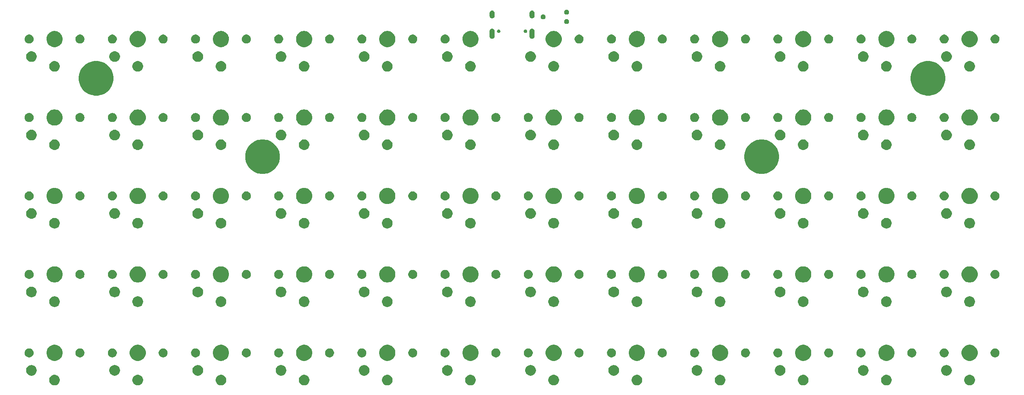
<source format=gts>
G04 #@! TF.GenerationSoftware,KiCad,Pcbnew,5.1.5+dfsg1-2build2*
G04 #@! TF.CreationDate,2021-12-19T02:20:25+01:00*
G04 #@! TF.ProjectId,otterlinear-keyboard,6f747465-726c-4696-9e65-61722d6b6579,rev?*
G04 #@! TF.SameCoordinates,Original*
G04 #@! TF.FileFunction,Soldermask,Top*
G04 #@! TF.FilePolarity,Negative*
%FSLAX46Y46*%
G04 Gerber Fmt 4.6, Leading zero omitted, Abs format (unit mm)*
G04 Created by KiCad (PCBNEW 5.1.5+dfsg1-2build2) date 2021-12-19 02:20:25*
%MOMM*%
%LPD*%
G04 APERTURE LIST*
%ADD10C,0.100000*%
G04 APERTURE END LIST*
D10*
G36*
X256224549Y-130771116D02*
G01*
X256335734Y-130793232D01*
X256545203Y-130879997D01*
X256733720Y-131005960D01*
X256894040Y-131166280D01*
X257020003Y-131354797D01*
X257106768Y-131564266D01*
X257151000Y-131786636D01*
X257151000Y-132013364D01*
X257106768Y-132235734D01*
X257020003Y-132445203D01*
X256894040Y-132633720D01*
X256733720Y-132794040D01*
X256545203Y-132920003D01*
X256335734Y-133006768D01*
X256224549Y-133028884D01*
X256113365Y-133051000D01*
X255886635Y-133051000D01*
X255775451Y-133028884D01*
X255664266Y-133006768D01*
X255454797Y-132920003D01*
X255266280Y-132794040D01*
X255105960Y-132633720D01*
X254979997Y-132445203D01*
X254893232Y-132235734D01*
X254849000Y-132013364D01*
X254849000Y-131786636D01*
X254893232Y-131564266D01*
X254979997Y-131354797D01*
X255105960Y-131166280D01*
X255266280Y-131005960D01*
X255454797Y-130879997D01*
X255664266Y-130793232D01*
X255775451Y-130771116D01*
X255886635Y-130749000D01*
X256113365Y-130749000D01*
X256224549Y-130771116D01*
G37*
G36*
X130224549Y-130771116D02*
G01*
X130335734Y-130793232D01*
X130545203Y-130879997D01*
X130733720Y-131005960D01*
X130894040Y-131166280D01*
X131020003Y-131354797D01*
X131106768Y-131564266D01*
X131151000Y-131786636D01*
X131151000Y-132013364D01*
X131106768Y-132235734D01*
X131020003Y-132445203D01*
X130894040Y-132633720D01*
X130733720Y-132794040D01*
X130545203Y-132920003D01*
X130335734Y-133006768D01*
X130224549Y-133028884D01*
X130113365Y-133051000D01*
X129886635Y-133051000D01*
X129775451Y-133028884D01*
X129664266Y-133006768D01*
X129454797Y-132920003D01*
X129266280Y-132794040D01*
X129105960Y-132633720D01*
X128979997Y-132445203D01*
X128893232Y-132235734D01*
X128849000Y-132013364D01*
X128849000Y-131786636D01*
X128893232Y-131564266D01*
X128979997Y-131354797D01*
X129105960Y-131166280D01*
X129266280Y-131005960D01*
X129454797Y-130879997D01*
X129664266Y-130793232D01*
X129775451Y-130771116D01*
X129886635Y-130749000D01*
X130113365Y-130749000D01*
X130224549Y-130771116D01*
G37*
G36*
X148224549Y-130771116D02*
G01*
X148335734Y-130793232D01*
X148545203Y-130879997D01*
X148733720Y-131005960D01*
X148894040Y-131166280D01*
X149020003Y-131354797D01*
X149106768Y-131564266D01*
X149151000Y-131786636D01*
X149151000Y-132013364D01*
X149106768Y-132235734D01*
X149020003Y-132445203D01*
X148894040Y-132633720D01*
X148733720Y-132794040D01*
X148545203Y-132920003D01*
X148335734Y-133006768D01*
X148224549Y-133028884D01*
X148113365Y-133051000D01*
X147886635Y-133051000D01*
X147775451Y-133028884D01*
X147664266Y-133006768D01*
X147454797Y-132920003D01*
X147266280Y-132794040D01*
X147105960Y-132633720D01*
X146979997Y-132445203D01*
X146893232Y-132235734D01*
X146849000Y-132013364D01*
X146849000Y-131786636D01*
X146893232Y-131564266D01*
X146979997Y-131354797D01*
X147105960Y-131166280D01*
X147266280Y-131005960D01*
X147454797Y-130879997D01*
X147664266Y-130793232D01*
X147775451Y-130771116D01*
X147886635Y-130749000D01*
X148113365Y-130749000D01*
X148224549Y-130771116D01*
G37*
G36*
X166224549Y-130771116D02*
G01*
X166335734Y-130793232D01*
X166545203Y-130879997D01*
X166733720Y-131005960D01*
X166894040Y-131166280D01*
X167020003Y-131354797D01*
X167106768Y-131564266D01*
X167151000Y-131786636D01*
X167151000Y-132013364D01*
X167106768Y-132235734D01*
X167020003Y-132445203D01*
X166894040Y-132633720D01*
X166733720Y-132794040D01*
X166545203Y-132920003D01*
X166335734Y-133006768D01*
X166224549Y-133028884D01*
X166113365Y-133051000D01*
X165886635Y-133051000D01*
X165775451Y-133028884D01*
X165664266Y-133006768D01*
X165454797Y-132920003D01*
X165266280Y-132794040D01*
X165105960Y-132633720D01*
X164979997Y-132445203D01*
X164893232Y-132235734D01*
X164849000Y-132013364D01*
X164849000Y-131786636D01*
X164893232Y-131564266D01*
X164979997Y-131354797D01*
X165105960Y-131166280D01*
X165266280Y-131005960D01*
X165454797Y-130879997D01*
X165664266Y-130793232D01*
X165775451Y-130771116D01*
X165886635Y-130749000D01*
X166113365Y-130749000D01*
X166224549Y-130771116D01*
G37*
G36*
X184224549Y-130771116D02*
G01*
X184335734Y-130793232D01*
X184545203Y-130879997D01*
X184733720Y-131005960D01*
X184894040Y-131166280D01*
X185020003Y-131354797D01*
X185106768Y-131564266D01*
X185151000Y-131786636D01*
X185151000Y-132013364D01*
X185106768Y-132235734D01*
X185020003Y-132445203D01*
X184894040Y-132633720D01*
X184733720Y-132794040D01*
X184545203Y-132920003D01*
X184335734Y-133006768D01*
X184224549Y-133028884D01*
X184113365Y-133051000D01*
X183886635Y-133051000D01*
X183775451Y-133028884D01*
X183664266Y-133006768D01*
X183454797Y-132920003D01*
X183266280Y-132794040D01*
X183105960Y-132633720D01*
X182979997Y-132445203D01*
X182893232Y-132235734D01*
X182849000Y-132013364D01*
X182849000Y-131786636D01*
X182893232Y-131564266D01*
X182979997Y-131354797D01*
X183105960Y-131166280D01*
X183266280Y-131005960D01*
X183454797Y-130879997D01*
X183664266Y-130793232D01*
X183775451Y-130771116D01*
X183886635Y-130749000D01*
X184113365Y-130749000D01*
X184224549Y-130771116D01*
G37*
G36*
X202224549Y-130771116D02*
G01*
X202335734Y-130793232D01*
X202545203Y-130879997D01*
X202733720Y-131005960D01*
X202894040Y-131166280D01*
X203020003Y-131354797D01*
X203106768Y-131564266D01*
X203151000Y-131786636D01*
X203151000Y-132013364D01*
X203106768Y-132235734D01*
X203020003Y-132445203D01*
X202894040Y-132633720D01*
X202733720Y-132794040D01*
X202545203Y-132920003D01*
X202335734Y-133006768D01*
X202224549Y-133028884D01*
X202113365Y-133051000D01*
X201886635Y-133051000D01*
X201775451Y-133028884D01*
X201664266Y-133006768D01*
X201454797Y-132920003D01*
X201266280Y-132794040D01*
X201105960Y-132633720D01*
X200979997Y-132445203D01*
X200893232Y-132235734D01*
X200849000Y-132013364D01*
X200849000Y-131786636D01*
X200893232Y-131564266D01*
X200979997Y-131354797D01*
X201105960Y-131166280D01*
X201266280Y-131005960D01*
X201454797Y-130879997D01*
X201664266Y-130793232D01*
X201775451Y-130771116D01*
X201886635Y-130749000D01*
X202113365Y-130749000D01*
X202224549Y-130771116D01*
G37*
G36*
X220224549Y-130771116D02*
G01*
X220335734Y-130793232D01*
X220545203Y-130879997D01*
X220733720Y-131005960D01*
X220894040Y-131166280D01*
X221020003Y-131354797D01*
X221106768Y-131564266D01*
X221151000Y-131786636D01*
X221151000Y-132013364D01*
X221106768Y-132235734D01*
X221020003Y-132445203D01*
X220894040Y-132633720D01*
X220733720Y-132794040D01*
X220545203Y-132920003D01*
X220335734Y-133006768D01*
X220224549Y-133028884D01*
X220113365Y-133051000D01*
X219886635Y-133051000D01*
X219775451Y-133028884D01*
X219664266Y-133006768D01*
X219454797Y-132920003D01*
X219266280Y-132794040D01*
X219105960Y-132633720D01*
X218979997Y-132445203D01*
X218893232Y-132235734D01*
X218849000Y-132013364D01*
X218849000Y-131786636D01*
X218893232Y-131564266D01*
X218979997Y-131354797D01*
X219105960Y-131166280D01*
X219266280Y-131005960D01*
X219454797Y-130879997D01*
X219664266Y-130793232D01*
X219775451Y-130771116D01*
X219886635Y-130749000D01*
X220113365Y-130749000D01*
X220224549Y-130771116D01*
G37*
G36*
X238224549Y-130771116D02*
G01*
X238335734Y-130793232D01*
X238545203Y-130879997D01*
X238733720Y-131005960D01*
X238894040Y-131166280D01*
X239020003Y-131354797D01*
X239106768Y-131564266D01*
X239151000Y-131786636D01*
X239151000Y-132013364D01*
X239106768Y-132235734D01*
X239020003Y-132445203D01*
X238894040Y-132633720D01*
X238733720Y-132794040D01*
X238545203Y-132920003D01*
X238335734Y-133006768D01*
X238224549Y-133028884D01*
X238113365Y-133051000D01*
X237886635Y-133051000D01*
X237775451Y-133028884D01*
X237664266Y-133006768D01*
X237454797Y-132920003D01*
X237266280Y-132794040D01*
X237105960Y-132633720D01*
X236979997Y-132445203D01*
X236893232Y-132235734D01*
X236849000Y-132013364D01*
X236849000Y-131786636D01*
X236893232Y-131564266D01*
X236979997Y-131354797D01*
X237105960Y-131166280D01*
X237266280Y-131005960D01*
X237454797Y-130879997D01*
X237664266Y-130793232D01*
X237775451Y-130771116D01*
X237886635Y-130749000D01*
X238113365Y-130749000D01*
X238224549Y-130771116D01*
G37*
G36*
X112224549Y-130771116D02*
G01*
X112335734Y-130793232D01*
X112545203Y-130879997D01*
X112733720Y-131005960D01*
X112894040Y-131166280D01*
X113020003Y-131354797D01*
X113106768Y-131564266D01*
X113151000Y-131786636D01*
X113151000Y-132013364D01*
X113106768Y-132235734D01*
X113020003Y-132445203D01*
X112894040Y-132633720D01*
X112733720Y-132794040D01*
X112545203Y-132920003D01*
X112335734Y-133006768D01*
X112224549Y-133028884D01*
X112113365Y-133051000D01*
X111886635Y-133051000D01*
X111775451Y-133028884D01*
X111664266Y-133006768D01*
X111454797Y-132920003D01*
X111266280Y-132794040D01*
X111105960Y-132633720D01*
X110979997Y-132445203D01*
X110893232Y-132235734D01*
X110849000Y-132013364D01*
X110849000Y-131786636D01*
X110893232Y-131564266D01*
X110979997Y-131354797D01*
X111105960Y-131166280D01*
X111266280Y-131005960D01*
X111454797Y-130879997D01*
X111664266Y-130793232D01*
X111775451Y-130771116D01*
X111886635Y-130749000D01*
X112113365Y-130749000D01*
X112224549Y-130771116D01*
G37*
G36*
X94224549Y-130771116D02*
G01*
X94335734Y-130793232D01*
X94545203Y-130879997D01*
X94733720Y-131005960D01*
X94894040Y-131166280D01*
X95020003Y-131354797D01*
X95106768Y-131564266D01*
X95151000Y-131786636D01*
X95151000Y-132013364D01*
X95106768Y-132235734D01*
X95020003Y-132445203D01*
X94894040Y-132633720D01*
X94733720Y-132794040D01*
X94545203Y-132920003D01*
X94335734Y-133006768D01*
X94224549Y-133028884D01*
X94113365Y-133051000D01*
X93886635Y-133051000D01*
X93775451Y-133028884D01*
X93664266Y-133006768D01*
X93454797Y-132920003D01*
X93266280Y-132794040D01*
X93105960Y-132633720D01*
X92979997Y-132445203D01*
X92893232Y-132235734D01*
X92849000Y-132013364D01*
X92849000Y-131786636D01*
X92893232Y-131564266D01*
X92979997Y-131354797D01*
X93105960Y-131166280D01*
X93266280Y-131005960D01*
X93454797Y-130879997D01*
X93664266Y-130793232D01*
X93775451Y-130771116D01*
X93886635Y-130749000D01*
X94113365Y-130749000D01*
X94224549Y-130771116D01*
G37*
G36*
X76224549Y-130771116D02*
G01*
X76335734Y-130793232D01*
X76545203Y-130879997D01*
X76733720Y-131005960D01*
X76894040Y-131166280D01*
X77020003Y-131354797D01*
X77106768Y-131564266D01*
X77151000Y-131786636D01*
X77151000Y-132013364D01*
X77106768Y-132235734D01*
X77020003Y-132445203D01*
X76894040Y-132633720D01*
X76733720Y-132794040D01*
X76545203Y-132920003D01*
X76335734Y-133006768D01*
X76224549Y-133028884D01*
X76113365Y-133051000D01*
X75886635Y-133051000D01*
X75775451Y-133028884D01*
X75664266Y-133006768D01*
X75454797Y-132920003D01*
X75266280Y-132794040D01*
X75105960Y-132633720D01*
X74979997Y-132445203D01*
X74893232Y-132235734D01*
X74849000Y-132013364D01*
X74849000Y-131786636D01*
X74893232Y-131564266D01*
X74979997Y-131354797D01*
X75105960Y-131166280D01*
X75266280Y-131005960D01*
X75454797Y-130879997D01*
X75664266Y-130793232D01*
X75775451Y-130771116D01*
X75886635Y-130749000D01*
X76113365Y-130749000D01*
X76224549Y-130771116D01*
G37*
G36*
X58224549Y-130771116D02*
G01*
X58335734Y-130793232D01*
X58545203Y-130879997D01*
X58733720Y-131005960D01*
X58894040Y-131166280D01*
X59020003Y-131354797D01*
X59106768Y-131564266D01*
X59151000Y-131786636D01*
X59151000Y-132013364D01*
X59106768Y-132235734D01*
X59020003Y-132445203D01*
X58894040Y-132633720D01*
X58733720Y-132794040D01*
X58545203Y-132920003D01*
X58335734Y-133006768D01*
X58224549Y-133028884D01*
X58113365Y-133051000D01*
X57886635Y-133051000D01*
X57775451Y-133028884D01*
X57664266Y-133006768D01*
X57454797Y-132920003D01*
X57266280Y-132794040D01*
X57105960Y-132633720D01*
X56979997Y-132445203D01*
X56893232Y-132235734D01*
X56849000Y-132013364D01*
X56849000Y-131786636D01*
X56893232Y-131564266D01*
X56979997Y-131354797D01*
X57105960Y-131166280D01*
X57266280Y-131005960D01*
X57454797Y-130879997D01*
X57664266Y-130793232D01*
X57775451Y-130771116D01*
X57886635Y-130749000D01*
X58113365Y-130749000D01*
X58224549Y-130771116D01*
G37*
G36*
X233224549Y-128671116D02*
G01*
X233335734Y-128693232D01*
X233545203Y-128779997D01*
X233733720Y-128905960D01*
X233894040Y-129066280D01*
X234020003Y-129254797D01*
X234106768Y-129464266D01*
X234151000Y-129686636D01*
X234151000Y-129913364D01*
X234106768Y-130135734D01*
X234020003Y-130345203D01*
X233894040Y-130533720D01*
X233733720Y-130694040D01*
X233545203Y-130820003D01*
X233335734Y-130906768D01*
X233224549Y-130928884D01*
X233113365Y-130951000D01*
X232886635Y-130951000D01*
X232775451Y-130928884D01*
X232664266Y-130906768D01*
X232454797Y-130820003D01*
X232266280Y-130694040D01*
X232105960Y-130533720D01*
X231979997Y-130345203D01*
X231893232Y-130135734D01*
X231849000Y-129913364D01*
X231849000Y-129686636D01*
X231893232Y-129464266D01*
X231979997Y-129254797D01*
X232105960Y-129066280D01*
X232266280Y-128905960D01*
X232454797Y-128779997D01*
X232664266Y-128693232D01*
X232775451Y-128671116D01*
X232886635Y-128649000D01*
X233113365Y-128649000D01*
X233224549Y-128671116D01*
G37*
G36*
X143224549Y-128671116D02*
G01*
X143335734Y-128693232D01*
X143545203Y-128779997D01*
X143733720Y-128905960D01*
X143894040Y-129066280D01*
X144020003Y-129254797D01*
X144106768Y-129464266D01*
X144151000Y-129686636D01*
X144151000Y-129913364D01*
X144106768Y-130135734D01*
X144020003Y-130345203D01*
X143894040Y-130533720D01*
X143733720Y-130694040D01*
X143545203Y-130820003D01*
X143335734Y-130906768D01*
X143224549Y-130928884D01*
X143113365Y-130951000D01*
X142886635Y-130951000D01*
X142775451Y-130928884D01*
X142664266Y-130906768D01*
X142454797Y-130820003D01*
X142266280Y-130694040D01*
X142105960Y-130533720D01*
X141979997Y-130345203D01*
X141893232Y-130135734D01*
X141849000Y-129913364D01*
X141849000Y-129686636D01*
X141893232Y-129464266D01*
X141979997Y-129254797D01*
X142105960Y-129066280D01*
X142266280Y-128905960D01*
X142454797Y-128779997D01*
X142664266Y-128693232D01*
X142775451Y-128671116D01*
X142886635Y-128649000D01*
X143113365Y-128649000D01*
X143224549Y-128671116D01*
G37*
G36*
X161224549Y-128671116D02*
G01*
X161335734Y-128693232D01*
X161545203Y-128779997D01*
X161733720Y-128905960D01*
X161894040Y-129066280D01*
X162020003Y-129254797D01*
X162106768Y-129464266D01*
X162151000Y-129686636D01*
X162151000Y-129913364D01*
X162106768Y-130135734D01*
X162020003Y-130345203D01*
X161894040Y-130533720D01*
X161733720Y-130694040D01*
X161545203Y-130820003D01*
X161335734Y-130906768D01*
X161224549Y-130928884D01*
X161113365Y-130951000D01*
X160886635Y-130951000D01*
X160775451Y-130928884D01*
X160664266Y-130906768D01*
X160454797Y-130820003D01*
X160266280Y-130694040D01*
X160105960Y-130533720D01*
X159979997Y-130345203D01*
X159893232Y-130135734D01*
X159849000Y-129913364D01*
X159849000Y-129686636D01*
X159893232Y-129464266D01*
X159979997Y-129254797D01*
X160105960Y-129066280D01*
X160266280Y-128905960D01*
X160454797Y-128779997D01*
X160664266Y-128693232D01*
X160775451Y-128671116D01*
X160886635Y-128649000D01*
X161113365Y-128649000D01*
X161224549Y-128671116D01*
G37*
G36*
X125224549Y-128671116D02*
G01*
X125335734Y-128693232D01*
X125545203Y-128779997D01*
X125733720Y-128905960D01*
X125894040Y-129066280D01*
X126020003Y-129254797D01*
X126106768Y-129464266D01*
X126151000Y-129686636D01*
X126151000Y-129913364D01*
X126106768Y-130135734D01*
X126020003Y-130345203D01*
X125894040Y-130533720D01*
X125733720Y-130694040D01*
X125545203Y-130820003D01*
X125335734Y-130906768D01*
X125224549Y-130928884D01*
X125113365Y-130951000D01*
X124886635Y-130951000D01*
X124775451Y-130928884D01*
X124664266Y-130906768D01*
X124454797Y-130820003D01*
X124266280Y-130694040D01*
X124105960Y-130533720D01*
X123979997Y-130345203D01*
X123893232Y-130135734D01*
X123849000Y-129913364D01*
X123849000Y-129686636D01*
X123893232Y-129464266D01*
X123979997Y-129254797D01*
X124105960Y-129066280D01*
X124266280Y-128905960D01*
X124454797Y-128779997D01*
X124664266Y-128693232D01*
X124775451Y-128671116D01*
X124886635Y-128649000D01*
X125113365Y-128649000D01*
X125224549Y-128671116D01*
G37*
G36*
X179224549Y-128671116D02*
G01*
X179335734Y-128693232D01*
X179545203Y-128779997D01*
X179733720Y-128905960D01*
X179894040Y-129066280D01*
X180020003Y-129254797D01*
X180106768Y-129464266D01*
X180151000Y-129686636D01*
X180151000Y-129913364D01*
X180106768Y-130135734D01*
X180020003Y-130345203D01*
X179894040Y-130533720D01*
X179733720Y-130694040D01*
X179545203Y-130820003D01*
X179335734Y-130906768D01*
X179224549Y-130928884D01*
X179113365Y-130951000D01*
X178886635Y-130951000D01*
X178775451Y-130928884D01*
X178664266Y-130906768D01*
X178454797Y-130820003D01*
X178266280Y-130694040D01*
X178105960Y-130533720D01*
X177979997Y-130345203D01*
X177893232Y-130135734D01*
X177849000Y-129913364D01*
X177849000Y-129686636D01*
X177893232Y-129464266D01*
X177979997Y-129254797D01*
X178105960Y-129066280D01*
X178266280Y-128905960D01*
X178454797Y-128779997D01*
X178664266Y-128693232D01*
X178775451Y-128671116D01*
X178886635Y-128649000D01*
X179113365Y-128649000D01*
X179224549Y-128671116D01*
G37*
G36*
X53224549Y-128671116D02*
G01*
X53335734Y-128693232D01*
X53545203Y-128779997D01*
X53733720Y-128905960D01*
X53894040Y-129066280D01*
X54020003Y-129254797D01*
X54106768Y-129464266D01*
X54151000Y-129686636D01*
X54151000Y-129913364D01*
X54106768Y-130135734D01*
X54020003Y-130345203D01*
X53894040Y-130533720D01*
X53733720Y-130694040D01*
X53545203Y-130820003D01*
X53335734Y-130906768D01*
X53224549Y-130928884D01*
X53113365Y-130951000D01*
X52886635Y-130951000D01*
X52775451Y-130928884D01*
X52664266Y-130906768D01*
X52454797Y-130820003D01*
X52266280Y-130694040D01*
X52105960Y-130533720D01*
X51979997Y-130345203D01*
X51893232Y-130135734D01*
X51849000Y-129913364D01*
X51849000Y-129686636D01*
X51893232Y-129464266D01*
X51979997Y-129254797D01*
X52105960Y-129066280D01*
X52266280Y-128905960D01*
X52454797Y-128779997D01*
X52664266Y-128693232D01*
X52775451Y-128671116D01*
X52886635Y-128649000D01*
X53113365Y-128649000D01*
X53224549Y-128671116D01*
G37*
G36*
X197224549Y-128671116D02*
G01*
X197335734Y-128693232D01*
X197545203Y-128779997D01*
X197733720Y-128905960D01*
X197894040Y-129066280D01*
X198020003Y-129254797D01*
X198106768Y-129464266D01*
X198151000Y-129686636D01*
X198151000Y-129913364D01*
X198106768Y-130135734D01*
X198020003Y-130345203D01*
X197894040Y-130533720D01*
X197733720Y-130694040D01*
X197545203Y-130820003D01*
X197335734Y-130906768D01*
X197224549Y-130928884D01*
X197113365Y-130951000D01*
X196886635Y-130951000D01*
X196775451Y-130928884D01*
X196664266Y-130906768D01*
X196454797Y-130820003D01*
X196266280Y-130694040D01*
X196105960Y-130533720D01*
X195979997Y-130345203D01*
X195893232Y-130135734D01*
X195849000Y-129913364D01*
X195849000Y-129686636D01*
X195893232Y-129464266D01*
X195979997Y-129254797D01*
X196105960Y-129066280D01*
X196266280Y-128905960D01*
X196454797Y-128779997D01*
X196664266Y-128693232D01*
X196775451Y-128671116D01*
X196886635Y-128649000D01*
X197113365Y-128649000D01*
X197224549Y-128671116D01*
G37*
G36*
X215224549Y-128671116D02*
G01*
X215335734Y-128693232D01*
X215545203Y-128779997D01*
X215733720Y-128905960D01*
X215894040Y-129066280D01*
X216020003Y-129254797D01*
X216106768Y-129464266D01*
X216151000Y-129686636D01*
X216151000Y-129913364D01*
X216106768Y-130135734D01*
X216020003Y-130345203D01*
X215894040Y-130533720D01*
X215733720Y-130694040D01*
X215545203Y-130820003D01*
X215335734Y-130906768D01*
X215224549Y-130928884D01*
X215113365Y-130951000D01*
X214886635Y-130951000D01*
X214775451Y-130928884D01*
X214664266Y-130906768D01*
X214454797Y-130820003D01*
X214266280Y-130694040D01*
X214105960Y-130533720D01*
X213979997Y-130345203D01*
X213893232Y-130135734D01*
X213849000Y-129913364D01*
X213849000Y-129686636D01*
X213893232Y-129464266D01*
X213979997Y-129254797D01*
X214105960Y-129066280D01*
X214266280Y-128905960D01*
X214454797Y-128779997D01*
X214664266Y-128693232D01*
X214775451Y-128671116D01*
X214886635Y-128649000D01*
X215113365Y-128649000D01*
X215224549Y-128671116D01*
G37*
G36*
X71224549Y-128671116D02*
G01*
X71335734Y-128693232D01*
X71545203Y-128779997D01*
X71733720Y-128905960D01*
X71894040Y-129066280D01*
X72020003Y-129254797D01*
X72106768Y-129464266D01*
X72151000Y-129686636D01*
X72151000Y-129913364D01*
X72106768Y-130135734D01*
X72020003Y-130345203D01*
X71894040Y-130533720D01*
X71733720Y-130694040D01*
X71545203Y-130820003D01*
X71335734Y-130906768D01*
X71224549Y-130928884D01*
X71113365Y-130951000D01*
X70886635Y-130951000D01*
X70775451Y-130928884D01*
X70664266Y-130906768D01*
X70454797Y-130820003D01*
X70266280Y-130694040D01*
X70105960Y-130533720D01*
X69979997Y-130345203D01*
X69893232Y-130135734D01*
X69849000Y-129913364D01*
X69849000Y-129686636D01*
X69893232Y-129464266D01*
X69979997Y-129254797D01*
X70105960Y-129066280D01*
X70266280Y-128905960D01*
X70454797Y-128779997D01*
X70664266Y-128693232D01*
X70775451Y-128671116D01*
X70886635Y-128649000D01*
X71113365Y-128649000D01*
X71224549Y-128671116D01*
G37*
G36*
X251224549Y-128671116D02*
G01*
X251335734Y-128693232D01*
X251545203Y-128779997D01*
X251733720Y-128905960D01*
X251894040Y-129066280D01*
X252020003Y-129254797D01*
X252106768Y-129464266D01*
X252151000Y-129686636D01*
X252151000Y-129913364D01*
X252106768Y-130135734D01*
X252020003Y-130345203D01*
X251894040Y-130533720D01*
X251733720Y-130694040D01*
X251545203Y-130820003D01*
X251335734Y-130906768D01*
X251224549Y-130928884D01*
X251113365Y-130951000D01*
X250886635Y-130951000D01*
X250775451Y-130928884D01*
X250664266Y-130906768D01*
X250454797Y-130820003D01*
X250266280Y-130694040D01*
X250105960Y-130533720D01*
X249979997Y-130345203D01*
X249893232Y-130135734D01*
X249849000Y-129913364D01*
X249849000Y-129686636D01*
X249893232Y-129464266D01*
X249979997Y-129254797D01*
X250105960Y-129066280D01*
X250266280Y-128905960D01*
X250454797Y-128779997D01*
X250664266Y-128693232D01*
X250775451Y-128671116D01*
X250886635Y-128649000D01*
X251113365Y-128649000D01*
X251224549Y-128671116D01*
G37*
G36*
X89224549Y-128671116D02*
G01*
X89335734Y-128693232D01*
X89545203Y-128779997D01*
X89733720Y-128905960D01*
X89894040Y-129066280D01*
X90020003Y-129254797D01*
X90106768Y-129464266D01*
X90151000Y-129686636D01*
X90151000Y-129913364D01*
X90106768Y-130135734D01*
X90020003Y-130345203D01*
X89894040Y-130533720D01*
X89733720Y-130694040D01*
X89545203Y-130820003D01*
X89335734Y-130906768D01*
X89224549Y-130928884D01*
X89113365Y-130951000D01*
X88886635Y-130951000D01*
X88775451Y-130928884D01*
X88664266Y-130906768D01*
X88454797Y-130820003D01*
X88266280Y-130694040D01*
X88105960Y-130533720D01*
X87979997Y-130345203D01*
X87893232Y-130135734D01*
X87849000Y-129913364D01*
X87849000Y-129686636D01*
X87893232Y-129464266D01*
X87979997Y-129254797D01*
X88105960Y-129066280D01*
X88266280Y-128905960D01*
X88454797Y-128779997D01*
X88664266Y-128693232D01*
X88775451Y-128671116D01*
X88886635Y-128649000D01*
X89113365Y-128649000D01*
X89224549Y-128671116D01*
G37*
G36*
X107224549Y-128671116D02*
G01*
X107335734Y-128693232D01*
X107545203Y-128779997D01*
X107733720Y-128905960D01*
X107894040Y-129066280D01*
X108020003Y-129254797D01*
X108106768Y-129464266D01*
X108151000Y-129686636D01*
X108151000Y-129913364D01*
X108106768Y-130135734D01*
X108020003Y-130345203D01*
X107894040Y-130533720D01*
X107733720Y-130694040D01*
X107545203Y-130820003D01*
X107335734Y-130906768D01*
X107224549Y-130928884D01*
X107113365Y-130951000D01*
X106886635Y-130951000D01*
X106775451Y-130928884D01*
X106664266Y-130906768D01*
X106454797Y-130820003D01*
X106266280Y-130694040D01*
X106105960Y-130533720D01*
X105979997Y-130345203D01*
X105893232Y-130135734D01*
X105849000Y-129913364D01*
X105849000Y-129686636D01*
X105893232Y-129464266D01*
X105979997Y-129254797D01*
X106105960Y-129066280D01*
X106266280Y-128905960D01*
X106454797Y-128779997D01*
X106664266Y-128693232D01*
X106775451Y-128671116D01*
X106886635Y-128649000D01*
X107113365Y-128649000D01*
X107224549Y-128671116D01*
G37*
G36*
X130397985Y-124293860D02*
G01*
X130510748Y-124316290D01*
X130642741Y-124370963D01*
X130829408Y-124448283D01*
X131116196Y-124639909D01*
X131360091Y-124883804D01*
X131551717Y-125170592D01*
X131683710Y-125489253D01*
X131751000Y-125827540D01*
X131751000Y-126172460D01*
X131683710Y-126510747D01*
X131551717Y-126829408D01*
X131360091Y-127116196D01*
X131116196Y-127360091D01*
X130829408Y-127551717D01*
X130642741Y-127629037D01*
X130510748Y-127683710D01*
X130397985Y-127706140D01*
X130172460Y-127751000D01*
X129827540Y-127751000D01*
X129602015Y-127706140D01*
X129489252Y-127683710D01*
X129357259Y-127629037D01*
X129170592Y-127551717D01*
X128883804Y-127360091D01*
X128639909Y-127116196D01*
X128448283Y-126829408D01*
X128316290Y-126510747D01*
X128249000Y-126172460D01*
X128249000Y-125827540D01*
X128316290Y-125489253D01*
X128448283Y-125170592D01*
X128639909Y-124883804D01*
X128883804Y-124639909D01*
X129170592Y-124448283D01*
X129357259Y-124370963D01*
X129489252Y-124316290D01*
X129602015Y-124293860D01*
X129827540Y-124249000D01*
X130172460Y-124249000D01*
X130397985Y-124293860D01*
G37*
G36*
X166397985Y-124293860D02*
G01*
X166510748Y-124316290D01*
X166642741Y-124370963D01*
X166829408Y-124448283D01*
X167116196Y-124639909D01*
X167360091Y-124883804D01*
X167551717Y-125170592D01*
X167683710Y-125489253D01*
X167751000Y-125827540D01*
X167751000Y-126172460D01*
X167683710Y-126510747D01*
X167551717Y-126829408D01*
X167360091Y-127116196D01*
X167116196Y-127360091D01*
X166829408Y-127551717D01*
X166642741Y-127629037D01*
X166510748Y-127683710D01*
X166397985Y-127706140D01*
X166172460Y-127751000D01*
X165827540Y-127751000D01*
X165602015Y-127706140D01*
X165489252Y-127683710D01*
X165357259Y-127629037D01*
X165170592Y-127551717D01*
X164883804Y-127360091D01*
X164639909Y-127116196D01*
X164448283Y-126829408D01*
X164316290Y-126510747D01*
X164249000Y-126172460D01*
X164249000Y-125827540D01*
X164316290Y-125489253D01*
X164448283Y-125170592D01*
X164639909Y-124883804D01*
X164883804Y-124639909D01*
X165170592Y-124448283D01*
X165357259Y-124370963D01*
X165489252Y-124316290D01*
X165602015Y-124293860D01*
X165827540Y-124249000D01*
X166172460Y-124249000D01*
X166397985Y-124293860D01*
G37*
G36*
X184397985Y-124293860D02*
G01*
X184510748Y-124316290D01*
X184642741Y-124370963D01*
X184829408Y-124448283D01*
X185116196Y-124639909D01*
X185360091Y-124883804D01*
X185551717Y-125170592D01*
X185683710Y-125489253D01*
X185751000Y-125827540D01*
X185751000Y-126172460D01*
X185683710Y-126510747D01*
X185551717Y-126829408D01*
X185360091Y-127116196D01*
X185116196Y-127360091D01*
X184829408Y-127551717D01*
X184642741Y-127629037D01*
X184510748Y-127683710D01*
X184397985Y-127706140D01*
X184172460Y-127751000D01*
X183827540Y-127751000D01*
X183602015Y-127706140D01*
X183489252Y-127683710D01*
X183357259Y-127629037D01*
X183170592Y-127551717D01*
X182883804Y-127360091D01*
X182639909Y-127116196D01*
X182448283Y-126829408D01*
X182316290Y-126510747D01*
X182249000Y-126172460D01*
X182249000Y-125827540D01*
X182316290Y-125489253D01*
X182448283Y-125170592D01*
X182639909Y-124883804D01*
X182883804Y-124639909D01*
X183170592Y-124448283D01*
X183357259Y-124370963D01*
X183489252Y-124316290D01*
X183602015Y-124293860D01*
X183827540Y-124249000D01*
X184172460Y-124249000D01*
X184397985Y-124293860D01*
G37*
G36*
X202397985Y-124293860D02*
G01*
X202510748Y-124316290D01*
X202642741Y-124370963D01*
X202829408Y-124448283D01*
X203116196Y-124639909D01*
X203360091Y-124883804D01*
X203551717Y-125170592D01*
X203683710Y-125489253D01*
X203751000Y-125827540D01*
X203751000Y-126172460D01*
X203683710Y-126510747D01*
X203551717Y-126829408D01*
X203360091Y-127116196D01*
X203116196Y-127360091D01*
X202829408Y-127551717D01*
X202642741Y-127629037D01*
X202510748Y-127683710D01*
X202397985Y-127706140D01*
X202172460Y-127751000D01*
X201827540Y-127751000D01*
X201602015Y-127706140D01*
X201489252Y-127683710D01*
X201357259Y-127629037D01*
X201170592Y-127551717D01*
X200883804Y-127360091D01*
X200639909Y-127116196D01*
X200448283Y-126829408D01*
X200316290Y-126510747D01*
X200249000Y-126172460D01*
X200249000Y-125827540D01*
X200316290Y-125489253D01*
X200448283Y-125170592D01*
X200639909Y-124883804D01*
X200883804Y-124639909D01*
X201170592Y-124448283D01*
X201357259Y-124370963D01*
X201489252Y-124316290D01*
X201602015Y-124293860D01*
X201827540Y-124249000D01*
X202172460Y-124249000D01*
X202397985Y-124293860D01*
G37*
G36*
X76397985Y-124293860D02*
G01*
X76510748Y-124316290D01*
X76642741Y-124370963D01*
X76829408Y-124448283D01*
X77116196Y-124639909D01*
X77360091Y-124883804D01*
X77551717Y-125170592D01*
X77683710Y-125489253D01*
X77751000Y-125827540D01*
X77751000Y-126172460D01*
X77683710Y-126510747D01*
X77551717Y-126829408D01*
X77360091Y-127116196D01*
X77116196Y-127360091D01*
X76829408Y-127551717D01*
X76642741Y-127629037D01*
X76510748Y-127683710D01*
X76397985Y-127706140D01*
X76172460Y-127751000D01*
X75827540Y-127751000D01*
X75602015Y-127706140D01*
X75489252Y-127683710D01*
X75357259Y-127629037D01*
X75170592Y-127551717D01*
X74883804Y-127360091D01*
X74639909Y-127116196D01*
X74448283Y-126829408D01*
X74316290Y-126510747D01*
X74249000Y-126172460D01*
X74249000Y-125827540D01*
X74316290Y-125489253D01*
X74448283Y-125170592D01*
X74639909Y-124883804D01*
X74883804Y-124639909D01*
X75170592Y-124448283D01*
X75357259Y-124370963D01*
X75489252Y-124316290D01*
X75602015Y-124293860D01*
X75827540Y-124249000D01*
X76172460Y-124249000D01*
X76397985Y-124293860D01*
G37*
G36*
X58397985Y-124293860D02*
G01*
X58510748Y-124316290D01*
X58642741Y-124370963D01*
X58829408Y-124448283D01*
X59116196Y-124639909D01*
X59360091Y-124883804D01*
X59551717Y-125170592D01*
X59683710Y-125489253D01*
X59751000Y-125827540D01*
X59751000Y-126172460D01*
X59683710Y-126510747D01*
X59551717Y-126829408D01*
X59360091Y-127116196D01*
X59116196Y-127360091D01*
X58829408Y-127551717D01*
X58642741Y-127629037D01*
X58510748Y-127683710D01*
X58397985Y-127706140D01*
X58172460Y-127751000D01*
X57827540Y-127751000D01*
X57602015Y-127706140D01*
X57489252Y-127683710D01*
X57357259Y-127629037D01*
X57170592Y-127551717D01*
X56883804Y-127360091D01*
X56639909Y-127116196D01*
X56448283Y-126829408D01*
X56316290Y-126510747D01*
X56249000Y-126172460D01*
X56249000Y-125827540D01*
X56316290Y-125489253D01*
X56448283Y-125170592D01*
X56639909Y-124883804D01*
X56883804Y-124639909D01*
X57170592Y-124448283D01*
X57357259Y-124370963D01*
X57489252Y-124316290D01*
X57602015Y-124293860D01*
X57827540Y-124249000D01*
X58172460Y-124249000D01*
X58397985Y-124293860D01*
G37*
G36*
X238397985Y-124293860D02*
G01*
X238510748Y-124316290D01*
X238642741Y-124370963D01*
X238829408Y-124448283D01*
X239116196Y-124639909D01*
X239360091Y-124883804D01*
X239551717Y-125170592D01*
X239683710Y-125489253D01*
X239751000Y-125827540D01*
X239751000Y-126172460D01*
X239683710Y-126510747D01*
X239551717Y-126829408D01*
X239360091Y-127116196D01*
X239116196Y-127360091D01*
X238829408Y-127551717D01*
X238642741Y-127629037D01*
X238510748Y-127683710D01*
X238397985Y-127706140D01*
X238172460Y-127751000D01*
X237827540Y-127751000D01*
X237602015Y-127706140D01*
X237489252Y-127683710D01*
X237357259Y-127629037D01*
X237170592Y-127551717D01*
X236883804Y-127360091D01*
X236639909Y-127116196D01*
X236448283Y-126829408D01*
X236316290Y-126510747D01*
X236249000Y-126172460D01*
X236249000Y-125827540D01*
X236316290Y-125489253D01*
X236448283Y-125170592D01*
X236639909Y-124883804D01*
X236883804Y-124639909D01*
X237170592Y-124448283D01*
X237357259Y-124370963D01*
X237489252Y-124316290D01*
X237602015Y-124293860D01*
X237827540Y-124249000D01*
X238172460Y-124249000D01*
X238397985Y-124293860D01*
G37*
G36*
X94397985Y-124293860D02*
G01*
X94510748Y-124316290D01*
X94642741Y-124370963D01*
X94829408Y-124448283D01*
X95116196Y-124639909D01*
X95360091Y-124883804D01*
X95551717Y-125170592D01*
X95683710Y-125489253D01*
X95751000Y-125827540D01*
X95751000Y-126172460D01*
X95683710Y-126510747D01*
X95551717Y-126829408D01*
X95360091Y-127116196D01*
X95116196Y-127360091D01*
X94829408Y-127551717D01*
X94642741Y-127629037D01*
X94510748Y-127683710D01*
X94397985Y-127706140D01*
X94172460Y-127751000D01*
X93827540Y-127751000D01*
X93602015Y-127706140D01*
X93489252Y-127683710D01*
X93357259Y-127629037D01*
X93170592Y-127551717D01*
X92883804Y-127360091D01*
X92639909Y-127116196D01*
X92448283Y-126829408D01*
X92316290Y-126510747D01*
X92249000Y-126172460D01*
X92249000Y-125827540D01*
X92316290Y-125489253D01*
X92448283Y-125170592D01*
X92639909Y-124883804D01*
X92883804Y-124639909D01*
X93170592Y-124448283D01*
X93357259Y-124370963D01*
X93489252Y-124316290D01*
X93602015Y-124293860D01*
X93827540Y-124249000D01*
X94172460Y-124249000D01*
X94397985Y-124293860D01*
G37*
G36*
X256397985Y-124293860D02*
G01*
X256510748Y-124316290D01*
X256642741Y-124370963D01*
X256829408Y-124448283D01*
X257116196Y-124639909D01*
X257360091Y-124883804D01*
X257551717Y-125170592D01*
X257683710Y-125489253D01*
X257751000Y-125827540D01*
X257751000Y-126172460D01*
X257683710Y-126510747D01*
X257551717Y-126829408D01*
X257360091Y-127116196D01*
X257116196Y-127360091D01*
X256829408Y-127551717D01*
X256642741Y-127629037D01*
X256510748Y-127683710D01*
X256397985Y-127706140D01*
X256172460Y-127751000D01*
X255827540Y-127751000D01*
X255602015Y-127706140D01*
X255489252Y-127683710D01*
X255357259Y-127629037D01*
X255170592Y-127551717D01*
X254883804Y-127360091D01*
X254639909Y-127116196D01*
X254448283Y-126829408D01*
X254316290Y-126510747D01*
X254249000Y-126172460D01*
X254249000Y-125827540D01*
X254316290Y-125489253D01*
X254448283Y-125170592D01*
X254639909Y-124883804D01*
X254883804Y-124639909D01*
X255170592Y-124448283D01*
X255357259Y-124370963D01*
X255489252Y-124316290D01*
X255602015Y-124293860D01*
X255827540Y-124249000D01*
X256172460Y-124249000D01*
X256397985Y-124293860D01*
G37*
G36*
X148397985Y-124293860D02*
G01*
X148510748Y-124316290D01*
X148642741Y-124370963D01*
X148829408Y-124448283D01*
X149116196Y-124639909D01*
X149360091Y-124883804D01*
X149551717Y-125170592D01*
X149683710Y-125489253D01*
X149751000Y-125827540D01*
X149751000Y-126172460D01*
X149683710Y-126510747D01*
X149551717Y-126829408D01*
X149360091Y-127116196D01*
X149116196Y-127360091D01*
X148829408Y-127551717D01*
X148642741Y-127629037D01*
X148510748Y-127683710D01*
X148397985Y-127706140D01*
X148172460Y-127751000D01*
X147827540Y-127751000D01*
X147602015Y-127706140D01*
X147489252Y-127683710D01*
X147357259Y-127629037D01*
X147170592Y-127551717D01*
X146883804Y-127360091D01*
X146639909Y-127116196D01*
X146448283Y-126829408D01*
X146316290Y-126510747D01*
X146249000Y-126172460D01*
X146249000Y-125827540D01*
X146316290Y-125489253D01*
X146448283Y-125170592D01*
X146639909Y-124883804D01*
X146883804Y-124639909D01*
X147170592Y-124448283D01*
X147357259Y-124370963D01*
X147489252Y-124316290D01*
X147602015Y-124293860D01*
X147827540Y-124249000D01*
X148172460Y-124249000D01*
X148397985Y-124293860D01*
G37*
G36*
X112397985Y-124293860D02*
G01*
X112510748Y-124316290D01*
X112642741Y-124370963D01*
X112829408Y-124448283D01*
X113116196Y-124639909D01*
X113360091Y-124883804D01*
X113551717Y-125170592D01*
X113683710Y-125489253D01*
X113751000Y-125827540D01*
X113751000Y-126172460D01*
X113683710Y-126510747D01*
X113551717Y-126829408D01*
X113360091Y-127116196D01*
X113116196Y-127360091D01*
X112829408Y-127551717D01*
X112642741Y-127629037D01*
X112510748Y-127683710D01*
X112397985Y-127706140D01*
X112172460Y-127751000D01*
X111827540Y-127751000D01*
X111602015Y-127706140D01*
X111489252Y-127683710D01*
X111357259Y-127629037D01*
X111170592Y-127551717D01*
X110883804Y-127360091D01*
X110639909Y-127116196D01*
X110448283Y-126829408D01*
X110316290Y-126510747D01*
X110249000Y-126172460D01*
X110249000Y-125827540D01*
X110316290Y-125489253D01*
X110448283Y-125170592D01*
X110639909Y-124883804D01*
X110883804Y-124639909D01*
X111170592Y-124448283D01*
X111357259Y-124370963D01*
X111489252Y-124316290D01*
X111602015Y-124293860D01*
X111827540Y-124249000D01*
X112172460Y-124249000D01*
X112397985Y-124293860D01*
G37*
G36*
X220397985Y-124293860D02*
G01*
X220510748Y-124316290D01*
X220642741Y-124370963D01*
X220829408Y-124448283D01*
X221116196Y-124639909D01*
X221360091Y-124883804D01*
X221551717Y-125170592D01*
X221683710Y-125489253D01*
X221751000Y-125827540D01*
X221751000Y-126172460D01*
X221683710Y-126510747D01*
X221551717Y-126829408D01*
X221360091Y-127116196D01*
X221116196Y-127360091D01*
X220829408Y-127551717D01*
X220642741Y-127629037D01*
X220510748Y-127683710D01*
X220397985Y-127706140D01*
X220172460Y-127751000D01*
X219827540Y-127751000D01*
X219602015Y-127706140D01*
X219489252Y-127683710D01*
X219357259Y-127629037D01*
X219170592Y-127551717D01*
X218883804Y-127360091D01*
X218639909Y-127116196D01*
X218448283Y-126829408D01*
X218316290Y-126510747D01*
X218249000Y-126172460D01*
X218249000Y-125827540D01*
X218316290Y-125489253D01*
X218448283Y-125170592D01*
X218639909Y-124883804D01*
X218883804Y-124639909D01*
X219170592Y-124448283D01*
X219357259Y-124370963D01*
X219489252Y-124316290D01*
X219602015Y-124293860D01*
X219827540Y-124249000D01*
X220172460Y-124249000D01*
X220397985Y-124293860D01*
G37*
G36*
X135784687Y-125061507D02*
G01*
X135784690Y-125061508D01*
X135784689Y-125061508D01*
X135962309Y-125135080D01*
X135962310Y-125135081D01*
X136122161Y-125241889D01*
X136258111Y-125377839D01*
X136347158Y-125511109D01*
X136364920Y-125537691D01*
X136421825Y-125675073D01*
X136438493Y-125715313D01*
X136476000Y-125903871D01*
X136476000Y-126096129D01*
X136438493Y-126284687D01*
X136438492Y-126284689D01*
X136364920Y-126462309D01*
X136364919Y-126462310D01*
X136258111Y-126622161D01*
X136122161Y-126758111D01*
X135988891Y-126847158D01*
X135962309Y-126864920D01*
X135824927Y-126921825D01*
X135784687Y-126938493D01*
X135596129Y-126976000D01*
X135403871Y-126976000D01*
X135215313Y-126938493D01*
X135175073Y-126921825D01*
X135037691Y-126864920D01*
X135011109Y-126847158D01*
X134877839Y-126758111D01*
X134741889Y-126622161D01*
X134635081Y-126462310D01*
X134635080Y-126462309D01*
X134561508Y-126284689D01*
X134561507Y-126284687D01*
X134524000Y-126096129D01*
X134524000Y-125903871D01*
X134561507Y-125715313D01*
X134578175Y-125675073D01*
X134635080Y-125537691D01*
X134652842Y-125511109D01*
X134741889Y-125377839D01*
X134877839Y-125241889D01*
X135037690Y-125135081D01*
X135037691Y-125135080D01*
X135215311Y-125061508D01*
X135215310Y-125061508D01*
X135215313Y-125061507D01*
X135403871Y-125024000D01*
X135596129Y-125024000D01*
X135784687Y-125061507D01*
G37*
G36*
X189784687Y-125061507D02*
G01*
X189784690Y-125061508D01*
X189784689Y-125061508D01*
X189962309Y-125135080D01*
X189962310Y-125135081D01*
X190122161Y-125241889D01*
X190258111Y-125377839D01*
X190347158Y-125511109D01*
X190364920Y-125537691D01*
X190421825Y-125675073D01*
X190438493Y-125715313D01*
X190476000Y-125903871D01*
X190476000Y-126096129D01*
X190438493Y-126284687D01*
X190438492Y-126284689D01*
X190364920Y-126462309D01*
X190364919Y-126462310D01*
X190258111Y-126622161D01*
X190122161Y-126758111D01*
X189988891Y-126847158D01*
X189962309Y-126864920D01*
X189824927Y-126921825D01*
X189784687Y-126938493D01*
X189596129Y-126976000D01*
X189403871Y-126976000D01*
X189215313Y-126938493D01*
X189175073Y-126921825D01*
X189037691Y-126864920D01*
X189011109Y-126847158D01*
X188877839Y-126758111D01*
X188741889Y-126622161D01*
X188635081Y-126462310D01*
X188635080Y-126462309D01*
X188561508Y-126284689D01*
X188561507Y-126284687D01*
X188524000Y-126096129D01*
X188524000Y-125903871D01*
X188561507Y-125715313D01*
X188578175Y-125675073D01*
X188635080Y-125537691D01*
X188652842Y-125511109D01*
X188741889Y-125377839D01*
X188877839Y-125241889D01*
X189037690Y-125135081D01*
X189037691Y-125135080D01*
X189215311Y-125061508D01*
X189215310Y-125061508D01*
X189215313Y-125061507D01*
X189403871Y-125024000D01*
X189596129Y-125024000D01*
X189784687Y-125061507D01*
G37*
G36*
X178784687Y-125061507D02*
G01*
X178784690Y-125061508D01*
X178784689Y-125061508D01*
X178962309Y-125135080D01*
X178962310Y-125135081D01*
X179122161Y-125241889D01*
X179258111Y-125377839D01*
X179347158Y-125511109D01*
X179364920Y-125537691D01*
X179421825Y-125675073D01*
X179438493Y-125715313D01*
X179476000Y-125903871D01*
X179476000Y-126096129D01*
X179438493Y-126284687D01*
X179438492Y-126284689D01*
X179364920Y-126462309D01*
X179364919Y-126462310D01*
X179258111Y-126622161D01*
X179122161Y-126758111D01*
X178988891Y-126847158D01*
X178962309Y-126864920D01*
X178824927Y-126921825D01*
X178784687Y-126938493D01*
X178596129Y-126976000D01*
X178403871Y-126976000D01*
X178215313Y-126938493D01*
X178175073Y-126921825D01*
X178037691Y-126864920D01*
X178011109Y-126847158D01*
X177877839Y-126758111D01*
X177741889Y-126622161D01*
X177635081Y-126462310D01*
X177635080Y-126462309D01*
X177561508Y-126284689D01*
X177561507Y-126284687D01*
X177524000Y-126096129D01*
X177524000Y-125903871D01*
X177561507Y-125715313D01*
X177578175Y-125675073D01*
X177635080Y-125537691D01*
X177652842Y-125511109D01*
X177741889Y-125377839D01*
X177877839Y-125241889D01*
X178037690Y-125135081D01*
X178037691Y-125135080D01*
X178215311Y-125061508D01*
X178215310Y-125061508D01*
X178215313Y-125061507D01*
X178403871Y-125024000D01*
X178596129Y-125024000D01*
X178784687Y-125061507D01*
G37*
G36*
X250784687Y-125061507D02*
G01*
X250784690Y-125061508D01*
X250784689Y-125061508D01*
X250962309Y-125135080D01*
X250962310Y-125135081D01*
X251122161Y-125241889D01*
X251258111Y-125377839D01*
X251347158Y-125511109D01*
X251364920Y-125537691D01*
X251421825Y-125675073D01*
X251438493Y-125715313D01*
X251476000Y-125903871D01*
X251476000Y-126096129D01*
X251438493Y-126284687D01*
X251438492Y-126284689D01*
X251364920Y-126462309D01*
X251364919Y-126462310D01*
X251258111Y-126622161D01*
X251122161Y-126758111D01*
X250988891Y-126847158D01*
X250962309Y-126864920D01*
X250824927Y-126921825D01*
X250784687Y-126938493D01*
X250596129Y-126976000D01*
X250403871Y-126976000D01*
X250215313Y-126938493D01*
X250175073Y-126921825D01*
X250037691Y-126864920D01*
X250011109Y-126847158D01*
X249877839Y-126758111D01*
X249741889Y-126622161D01*
X249635081Y-126462310D01*
X249635080Y-126462309D01*
X249561508Y-126284689D01*
X249561507Y-126284687D01*
X249524000Y-126096129D01*
X249524000Y-125903871D01*
X249561507Y-125715313D01*
X249578175Y-125675073D01*
X249635080Y-125537691D01*
X249652842Y-125511109D01*
X249741889Y-125377839D01*
X249877839Y-125241889D01*
X250037690Y-125135081D01*
X250037691Y-125135080D01*
X250215311Y-125061508D01*
X250215310Y-125061508D01*
X250215313Y-125061507D01*
X250403871Y-125024000D01*
X250596129Y-125024000D01*
X250784687Y-125061507D01*
G37*
G36*
X196784687Y-125061507D02*
G01*
X196784690Y-125061508D01*
X196784689Y-125061508D01*
X196962309Y-125135080D01*
X196962310Y-125135081D01*
X197122161Y-125241889D01*
X197258111Y-125377839D01*
X197347158Y-125511109D01*
X197364920Y-125537691D01*
X197421825Y-125675073D01*
X197438493Y-125715313D01*
X197476000Y-125903871D01*
X197476000Y-126096129D01*
X197438493Y-126284687D01*
X197438492Y-126284689D01*
X197364920Y-126462309D01*
X197364919Y-126462310D01*
X197258111Y-126622161D01*
X197122161Y-126758111D01*
X196988891Y-126847158D01*
X196962309Y-126864920D01*
X196824927Y-126921825D01*
X196784687Y-126938493D01*
X196596129Y-126976000D01*
X196403871Y-126976000D01*
X196215313Y-126938493D01*
X196175073Y-126921825D01*
X196037691Y-126864920D01*
X196011109Y-126847158D01*
X195877839Y-126758111D01*
X195741889Y-126622161D01*
X195635081Y-126462310D01*
X195635080Y-126462309D01*
X195561508Y-126284689D01*
X195561507Y-126284687D01*
X195524000Y-126096129D01*
X195524000Y-125903871D01*
X195561507Y-125715313D01*
X195578175Y-125675073D01*
X195635080Y-125537691D01*
X195652842Y-125511109D01*
X195741889Y-125377839D01*
X195877839Y-125241889D01*
X196037690Y-125135081D01*
X196037691Y-125135080D01*
X196215311Y-125061508D01*
X196215310Y-125061508D01*
X196215313Y-125061507D01*
X196403871Y-125024000D01*
X196596129Y-125024000D01*
X196784687Y-125061507D01*
G37*
G36*
X225784687Y-125061507D02*
G01*
X225784690Y-125061508D01*
X225784689Y-125061508D01*
X225962309Y-125135080D01*
X225962310Y-125135081D01*
X226122161Y-125241889D01*
X226258111Y-125377839D01*
X226347158Y-125511109D01*
X226364920Y-125537691D01*
X226421825Y-125675073D01*
X226438493Y-125715313D01*
X226476000Y-125903871D01*
X226476000Y-126096129D01*
X226438493Y-126284687D01*
X226438492Y-126284689D01*
X226364920Y-126462309D01*
X226364919Y-126462310D01*
X226258111Y-126622161D01*
X226122161Y-126758111D01*
X225988891Y-126847158D01*
X225962309Y-126864920D01*
X225824927Y-126921825D01*
X225784687Y-126938493D01*
X225596129Y-126976000D01*
X225403871Y-126976000D01*
X225215313Y-126938493D01*
X225175073Y-126921825D01*
X225037691Y-126864920D01*
X225011109Y-126847158D01*
X224877839Y-126758111D01*
X224741889Y-126622161D01*
X224635081Y-126462310D01*
X224635080Y-126462309D01*
X224561508Y-126284689D01*
X224561507Y-126284687D01*
X224524000Y-126096129D01*
X224524000Y-125903871D01*
X224561507Y-125715313D01*
X224578175Y-125675073D01*
X224635080Y-125537691D01*
X224652842Y-125511109D01*
X224741889Y-125377839D01*
X224877839Y-125241889D01*
X225037690Y-125135081D01*
X225037691Y-125135080D01*
X225215311Y-125061508D01*
X225215310Y-125061508D01*
X225215313Y-125061507D01*
X225403871Y-125024000D01*
X225596129Y-125024000D01*
X225784687Y-125061507D01*
G37*
G36*
X214784687Y-125061507D02*
G01*
X214784690Y-125061508D01*
X214784689Y-125061508D01*
X214962309Y-125135080D01*
X214962310Y-125135081D01*
X215122161Y-125241889D01*
X215258111Y-125377839D01*
X215347158Y-125511109D01*
X215364920Y-125537691D01*
X215421825Y-125675073D01*
X215438493Y-125715313D01*
X215476000Y-125903871D01*
X215476000Y-126096129D01*
X215438493Y-126284687D01*
X215438492Y-126284689D01*
X215364920Y-126462309D01*
X215364919Y-126462310D01*
X215258111Y-126622161D01*
X215122161Y-126758111D01*
X214988891Y-126847158D01*
X214962309Y-126864920D01*
X214824927Y-126921825D01*
X214784687Y-126938493D01*
X214596129Y-126976000D01*
X214403871Y-126976000D01*
X214215313Y-126938493D01*
X214175073Y-126921825D01*
X214037691Y-126864920D01*
X214011109Y-126847158D01*
X213877839Y-126758111D01*
X213741889Y-126622161D01*
X213635081Y-126462310D01*
X213635080Y-126462309D01*
X213561508Y-126284689D01*
X213561507Y-126284687D01*
X213524000Y-126096129D01*
X213524000Y-125903871D01*
X213561507Y-125715313D01*
X213578175Y-125675073D01*
X213635080Y-125537691D01*
X213652842Y-125511109D01*
X213741889Y-125377839D01*
X213877839Y-125241889D01*
X214037690Y-125135081D01*
X214037691Y-125135080D01*
X214215311Y-125061508D01*
X214215310Y-125061508D01*
X214215313Y-125061507D01*
X214403871Y-125024000D01*
X214596129Y-125024000D01*
X214784687Y-125061507D01*
G37*
G36*
X106784687Y-125061507D02*
G01*
X106784690Y-125061508D01*
X106784689Y-125061508D01*
X106962309Y-125135080D01*
X106962310Y-125135081D01*
X107122161Y-125241889D01*
X107258111Y-125377839D01*
X107347158Y-125511109D01*
X107364920Y-125537691D01*
X107421825Y-125675073D01*
X107438493Y-125715313D01*
X107476000Y-125903871D01*
X107476000Y-126096129D01*
X107438493Y-126284687D01*
X107438492Y-126284689D01*
X107364920Y-126462309D01*
X107364919Y-126462310D01*
X107258111Y-126622161D01*
X107122161Y-126758111D01*
X106988891Y-126847158D01*
X106962309Y-126864920D01*
X106824927Y-126921825D01*
X106784687Y-126938493D01*
X106596129Y-126976000D01*
X106403871Y-126976000D01*
X106215313Y-126938493D01*
X106175073Y-126921825D01*
X106037691Y-126864920D01*
X106011109Y-126847158D01*
X105877839Y-126758111D01*
X105741889Y-126622161D01*
X105635081Y-126462310D01*
X105635080Y-126462309D01*
X105561508Y-126284689D01*
X105561507Y-126284687D01*
X105524000Y-126096129D01*
X105524000Y-125903871D01*
X105561507Y-125715313D01*
X105578175Y-125675073D01*
X105635080Y-125537691D01*
X105652842Y-125511109D01*
X105741889Y-125377839D01*
X105877839Y-125241889D01*
X106037690Y-125135081D01*
X106037691Y-125135080D01*
X106215311Y-125061508D01*
X106215310Y-125061508D01*
X106215313Y-125061507D01*
X106403871Y-125024000D01*
X106596129Y-125024000D01*
X106784687Y-125061507D01*
G37*
G36*
X243784687Y-125061507D02*
G01*
X243784690Y-125061508D01*
X243784689Y-125061508D01*
X243962309Y-125135080D01*
X243962310Y-125135081D01*
X244122161Y-125241889D01*
X244258111Y-125377839D01*
X244347158Y-125511109D01*
X244364920Y-125537691D01*
X244421825Y-125675073D01*
X244438493Y-125715313D01*
X244476000Y-125903871D01*
X244476000Y-126096129D01*
X244438493Y-126284687D01*
X244438492Y-126284689D01*
X244364920Y-126462309D01*
X244364919Y-126462310D01*
X244258111Y-126622161D01*
X244122161Y-126758111D01*
X243988891Y-126847158D01*
X243962309Y-126864920D01*
X243824927Y-126921825D01*
X243784687Y-126938493D01*
X243596129Y-126976000D01*
X243403871Y-126976000D01*
X243215313Y-126938493D01*
X243175073Y-126921825D01*
X243037691Y-126864920D01*
X243011109Y-126847158D01*
X242877839Y-126758111D01*
X242741889Y-126622161D01*
X242635081Y-126462310D01*
X242635080Y-126462309D01*
X242561508Y-126284689D01*
X242561507Y-126284687D01*
X242524000Y-126096129D01*
X242524000Y-125903871D01*
X242561507Y-125715313D01*
X242578175Y-125675073D01*
X242635080Y-125537691D01*
X242652842Y-125511109D01*
X242741889Y-125377839D01*
X242877839Y-125241889D01*
X243037690Y-125135081D01*
X243037691Y-125135080D01*
X243215311Y-125061508D01*
X243215310Y-125061508D01*
X243215313Y-125061507D01*
X243403871Y-125024000D01*
X243596129Y-125024000D01*
X243784687Y-125061507D01*
G37*
G36*
X232784687Y-125061507D02*
G01*
X232784690Y-125061508D01*
X232784689Y-125061508D01*
X232962309Y-125135080D01*
X232962310Y-125135081D01*
X233122161Y-125241889D01*
X233258111Y-125377839D01*
X233347158Y-125511109D01*
X233364920Y-125537691D01*
X233421825Y-125675073D01*
X233438493Y-125715313D01*
X233476000Y-125903871D01*
X233476000Y-126096129D01*
X233438493Y-126284687D01*
X233438492Y-126284689D01*
X233364920Y-126462309D01*
X233364919Y-126462310D01*
X233258111Y-126622161D01*
X233122161Y-126758111D01*
X232988891Y-126847158D01*
X232962309Y-126864920D01*
X232824927Y-126921825D01*
X232784687Y-126938493D01*
X232596129Y-126976000D01*
X232403871Y-126976000D01*
X232215313Y-126938493D01*
X232175073Y-126921825D01*
X232037691Y-126864920D01*
X232011109Y-126847158D01*
X231877839Y-126758111D01*
X231741889Y-126622161D01*
X231635081Y-126462310D01*
X231635080Y-126462309D01*
X231561508Y-126284689D01*
X231561507Y-126284687D01*
X231524000Y-126096129D01*
X231524000Y-125903871D01*
X231561507Y-125715313D01*
X231578175Y-125675073D01*
X231635080Y-125537691D01*
X231652842Y-125511109D01*
X231741889Y-125377839D01*
X231877839Y-125241889D01*
X232037690Y-125135081D01*
X232037691Y-125135080D01*
X232215311Y-125061508D01*
X232215310Y-125061508D01*
X232215313Y-125061507D01*
X232403871Y-125024000D01*
X232596129Y-125024000D01*
X232784687Y-125061507D01*
G37*
G36*
X261784687Y-125061507D02*
G01*
X261784690Y-125061508D01*
X261784689Y-125061508D01*
X261962309Y-125135080D01*
X261962310Y-125135081D01*
X262122161Y-125241889D01*
X262258111Y-125377839D01*
X262347158Y-125511109D01*
X262364920Y-125537691D01*
X262421825Y-125675073D01*
X262438493Y-125715313D01*
X262476000Y-125903871D01*
X262476000Y-126096129D01*
X262438493Y-126284687D01*
X262438492Y-126284689D01*
X262364920Y-126462309D01*
X262364919Y-126462310D01*
X262258111Y-126622161D01*
X262122161Y-126758111D01*
X261988891Y-126847158D01*
X261962309Y-126864920D01*
X261824927Y-126921825D01*
X261784687Y-126938493D01*
X261596129Y-126976000D01*
X261403871Y-126976000D01*
X261215313Y-126938493D01*
X261175073Y-126921825D01*
X261037691Y-126864920D01*
X261011109Y-126847158D01*
X260877839Y-126758111D01*
X260741889Y-126622161D01*
X260635081Y-126462310D01*
X260635080Y-126462309D01*
X260561508Y-126284689D01*
X260561507Y-126284687D01*
X260524000Y-126096129D01*
X260524000Y-125903871D01*
X260561507Y-125715313D01*
X260578175Y-125675073D01*
X260635080Y-125537691D01*
X260652842Y-125511109D01*
X260741889Y-125377839D01*
X260877839Y-125241889D01*
X261037690Y-125135081D01*
X261037691Y-125135080D01*
X261215311Y-125061508D01*
X261215310Y-125061508D01*
X261215313Y-125061507D01*
X261403871Y-125024000D01*
X261596129Y-125024000D01*
X261784687Y-125061507D01*
G37*
G36*
X88784687Y-125061507D02*
G01*
X88784690Y-125061508D01*
X88784689Y-125061508D01*
X88962309Y-125135080D01*
X88962310Y-125135081D01*
X89122161Y-125241889D01*
X89258111Y-125377839D01*
X89347158Y-125511109D01*
X89364920Y-125537691D01*
X89421825Y-125675073D01*
X89438493Y-125715313D01*
X89476000Y-125903871D01*
X89476000Y-126096129D01*
X89438493Y-126284687D01*
X89438492Y-126284689D01*
X89364920Y-126462309D01*
X89364919Y-126462310D01*
X89258111Y-126622161D01*
X89122161Y-126758111D01*
X88988891Y-126847158D01*
X88962309Y-126864920D01*
X88824927Y-126921825D01*
X88784687Y-126938493D01*
X88596129Y-126976000D01*
X88403871Y-126976000D01*
X88215313Y-126938493D01*
X88175073Y-126921825D01*
X88037691Y-126864920D01*
X88011109Y-126847158D01*
X87877839Y-126758111D01*
X87741889Y-126622161D01*
X87635081Y-126462310D01*
X87635080Y-126462309D01*
X87561508Y-126284689D01*
X87561507Y-126284687D01*
X87524000Y-126096129D01*
X87524000Y-125903871D01*
X87561507Y-125715313D01*
X87578175Y-125675073D01*
X87635080Y-125537691D01*
X87652842Y-125511109D01*
X87741889Y-125377839D01*
X87877839Y-125241889D01*
X88037690Y-125135081D01*
X88037691Y-125135080D01*
X88215311Y-125061508D01*
X88215310Y-125061508D01*
X88215313Y-125061507D01*
X88403871Y-125024000D01*
X88596129Y-125024000D01*
X88784687Y-125061507D01*
G37*
G36*
X171784687Y-125061507D02*
G01*
X171784690Y-125061508D01*
X171784689Y-125061508D01*
X171962309Y-125135080D01*
X171962310Y-125135081D01*
X172122161Y-125241889D01*
X172258111Y-125377839D01*
X172347158Y-125511109D01*
X172364920Y-125537691D01*
X172421825Y-125675073D01*
X172438493Y-125715313D01*
X172476000Y-125903871D01*
X172476000Y-126096129D01*
X172438493Y-126284687D01*
X172438492Y-126284689D01*
X172364920Y-126462309D01*
X172364919Y-126462310D01*
X172258111Y-126622161D01*
X172122161Y-126758111D01*
X171988891Y-126847158D01*
X171962309Y-126864920D01*
X171824927Y-126921825D01*
X171784687Y-126938493D01*
X171596129Y-126976000D01*
X171403871Y-126976000D01*
X171215313Y-126938493D01*
X171175073Y-126921825D01*
X171037691Y-126864920D01*
X171011109Y-126847158D01*
X170877839Y-126758111D01*
X170741889Y-126622161D01*
X170635081Y-126462310D01*
X170635080Y-126462309D01*
X170561508Y-126284689D01*
X170561507Y-126284687D01*
X170524000Y-126096129D01*
X170524000Y-125903871D01*
X170561507Y-125715313D01*
X170578175Y-125675073D01*
X170635080Y-125537691D01*
X170652842Y-125511109D01*
X170741889Y-125377839D01*
X170877839Y-125241889D01*
X171037690Y-125135081D01*
X171037691Y-125135080D01*
X171215311Y-125061508D01*
X171215310Y-125061508D01*
X171215313Y-125061507D01*
X171403871Y-125024000D01*
X171596129Y-125024000D01*
X171784687Y-125061507D01*
G37*
G36*
X160784687Y-125061507D02*
G01*
X160784690Y-125061508D01*
X160784689Y-125061508D01*
X160962309Y-125135080D01*
X160962310Y-125135081D01*
X161122161Y-125241889D01*
X161258111Y-125377839D01*
X161347158Y-125511109D01*
X161364920Y-125537691D01*
X161421825Y-125675073D01*
X161438493Y-125715313D01*
X161476000Y-125903871D01*
X161476000Y-126096129D01*
X161438493Y-126284687D01*
X161438492Y-126284689D01*
X161364920Y-126462309D01*
X161364919Y-126462310D01*
X161258111Y-126622161D01*
X161122161Y-126758111D01*
X160988891Y-126847158D01*
X160962309Y-126864920D01*
X160824927Y-126921825D01*
X160784687Y-126938493D01*
X160596129Y-126976000D01*
X160403871Y-126976000D01*
X160215313Y-126938493D01*
X160175073Y-126921825D01*
X160037691Y-126864920D01*
X160011109Y-126847158D01*
X159877839Y-126758111D01*
X159741889Y-126622161D01*
X159635081Y-126462310D01*
X159635080Y-126462309D01*
X159561508Y-126284689D01*
X159561507Y-126284687D01*
X159524000Y-126096129D01*
X159524000Y-125903871D01*
X159561507Y-125715313D01*
X159578175Y-125675073D01*
X159635080Y-125537691D01*
X159652842Y-125511109D01*
X159741889Y-125377839D01*
X159877839Y-125241889D01*
X160037690Y-125135081D01*
X160037691Y-125135080D01*
X160215311Y-125061508D01*
X160215310Y-125061508D01*
X160215313Y-125061507D01*
X160403871Y-125024000D01*
X160596129Y-125024000D01*
X160784687Y-125061507D01*
G37*
G36*
X63784687Y-125061507D02*
G01*
X63784690Y-125061508D01*
X63784689Y-125061508D01*
X63962309Y-125135080D01*
X63962310Y-125135081D01*
X64122161Y-125241889D01*
X64258111Y-125377839D01*
X64347158Y-125511109D01*
X64364920Y-125537691D01*
X64421825Y-125675073D01*
X64438493Y-125715313D01*
X64476000Y-125903871D01*
X64476000Y-126096129D01*
X64438493Y-126284687D01*
X64438492Y-126284689D01*
X64364920Y-126462309D01*
X64364919Y-126462310D01*
X64258111Y-126622161D01*
X64122161Y-126758111D01*
X63988891Y-126847158D01*
X63962309Y-126864920D01*
X63824927Y-126921825D01*
X63784687Y-126938493D01*
X63596129Y-126976000D01*
X63403871Y-126976000D01*
X63215313Y-126938493D01*
X63175073Y-126921825D01*
X63037691Y-126864920D01*
X63011109Y-126847158D01*
X62877839Y-126758111D01*
X62741889Y-126622161D01*
X62635081Y-126462310D01*
X62635080Y-126462309D01*
X62561508Y-126284689D01*
X62561507Y-126284687D01*
X62524000Y-126096129D01*
X62524000Y-125903871D01*
X62561507Y-125715313D01*
X62578175Y-125675073D01*
X62635080Y-125537691D01*
X62652842Y-125511109D01*
X62741889Y-125377839D01*
X62877839Y-125241889D01*
X63037690Y-125135081D01*
X63037691Y-125135080D01*
X63215311Y-125061508D01*
X63215310Y-125061508D01*
X63215313Y-125061507D01*
X63403871Y-125024000D01*
X63596129Y-125024000D01*
X63784687Y-125061507D01*
G37*
G36*
X52784687Y-125061507D02*
G01*
X52784690Y-125061508D01*
X52784689Y-125061508D01*
X52962309Y-125135080D01*
X52962310Y-125135081D01*
X53122161Y-125241889D01*
X53258111Y-125377839D01*
X53347158Y-125511109D01*
X53364920Y-125537691D01*
X53421825Y-125675073D01*
X53438493Y-125715313D01*
X53476000Y-125903871D01*
X53476000Y-126096129D01*
X53438493Y-126284687D01*
X53438492Y-126284689D01*
X53364920Y-126462309D01*
X53364919Y-126462310D01*
X53258111Y-126622161D01*
X53122161Y-126758111D01*
X52988891Y-126847158D01*
X52962309Y-126864920D01*
X52824927Y-126921825D01*
X52784687Y-126938493D01*
X52596129Y-126976000D01*
X52403871Y-126976000D01*
X52215313Y-126938493D01*
X52175073Y-126921825D01*
X52037691Y-126864920D01*
X52011109Y-126847158D01*
X51877839Y-126758111D01*
X51741889Y-126622161D01*
X51635081Y-126462310D01*
X51635080Y-126462309D01*
X51561508Y-126284689D01*
X51561507Y-126284687D01*
X51524000Y-126096129D01*
X51524000Y-125903871D01*
X51561507Y-125715313D01*
X51578175Y-125675073D01*
X51635080Y-125537691D01*
X51652842Y-125511109D01*
X51741889Y-125377839D01*
X51877839Y-125241889D01*
X52037690Y-125135081D01*
X52037691Y-125135080D01*
X52215311Y-125061508D01*
X52215310Y-125061508D01*
X52215313Y-125061507D01*
X52403871Y-125024000D01*
X52596129Y-125024000D01*
X52784687Y-125061507D01*
G37*
G36*
X117784687Y-125061507D02*
G01*
X117784690Y-125061508D01*
X117784689Y-125061508D01*
X117962309Y-125135080D01*
X117962310Y-125135081D01*
X118122161Y-125241889D01*
X118258111Y-125377839D01*
X118347158Y-125511109D01*
X118364920Y-125537691D01*
X118421825Y-125675073D01*
X118438493Y-125715313D01*
X118476000Y-125903871D01*
X118476000Y-126096129D01*
X118438493Y-126284687D01*
X118438492Y-126284689D01*
X118364920Y-126462309D01*
X118364919Y-126462310D01*
X118258111Y-126622161D01*
X118122161Y-126758111D01*
X117988891Y-126847158D01*
X117962309Y-126864920D01*
X117824927Y-126921825D01*
X117784687Y-126938493D01*
X117596129Y-126976000D01*
X117403871Y-126976000D01*
X117215313Y-126938493D01*
X117175073Y-126921825D01*
X117037691Y-126864920D01*
X117011109Y-126847158D01*
X116877839Y-126758111D01*
X116741889Y-126622161D01*
X116635081Y-126462310D01*
X116635080Y-126462309D01*
X116561508Y-126284689D01*
X116561507Y-126284687D01*
X116524000Y-126096129D01*
X116524000Y-125903871D01*
X116561507Y-125715313D01*
X116578175Y-125675073D01*
X116635080Y-125537691D01*
X116652842Y-125511109D01*
X116741889Y-125377839D01*
X116877839Y-125241889D01*
X117037690Y-125135081D01*
X117037691Y-125135080D01*
X117215311Y-125061508D01*
X117215310Y-125061508D01*
X117215313Y-125061507D01*
X117403871Y-125024000D01*
X117596129Y-125024000D01*
X117784687Y-125061507D01*
G37*
G36*
X99784687Y-125061507D02*
G01*
X99784690Y-125061508D01*
X99784689Y-125061508D01*
X99962309Y-125135080D01*
X99962310Y-125135081D01*
X100122161Y-125241889D01*
X100258111Y-125377839D01*
X100347158Y-125511109D01*
X100364920Y-125537691D01*
X100421825Y-125675073D01*
X100438493Y-125715313D01*
X100476000Y-125903871D01*
X100476000Y-126096129D01*
X100438493Y-126284687D01*
X100438492Y-126284689D01*
X100364920Y-126462309D01*
X100364919Y-126462310D01*
X100258111Y-126622161D01*
X100122161Y-126758111D01*
X99988891Y-126847158D01*
X99962309Y-126864920D01*
X99824927Y-126921825D01*
X99784687Y-126938493D01*
X99596129Y-126976000D01*
X99403871Y-126976000D01*
X99215313Y-126938493D01*
X99175073Y-126921825D01*
X99037691Y-126864920D01*
X99011109Y-126847158D01*
X98877839Y-126758111D01*
X98741889Y-126622161D01*
X98635081Y-126462310D01*
X98635080Y-126462309D01*
X98561508Y-126284689D01*
X98561507Y-126284687D01*
X98524000Y-126096129D01*
X98524000Y-125903871D01*
X98561507Y-125715313D01*
X98578175Y-125675073D01*
X98635080Y-125537691D01*
X98652842Y-125511109D01*
X98741889Y-125377839D01*
X98877839Y-125241889D01*
X99037690Y-125135081D01*
X99037691Y-125135080D01*
X99215311Y-125061508D01*
X99215310Y-125061508D01*
X99215313Y-125061507D01*
X99403871Y-125024000D01*
X99596129Y-125024000D01*
X99784687Y-125061507D01*
G37*
G36*
X70784687Y-125061507D02*
G01*
X70784690Y-125061508D01*
X70784689Y-125061508D01*
X70962309Y-125135080D01*
X70962310Y-125135081D01*
X71122161Y-125241889D01*
X71258111Y-125377839D01*
X71347158Y-125511109D01*
X71364920Y-125537691D01*
X71421825Y-125675073D01*
X71438493Y-125715313D01*
X71476000Y-125903871D01*
X71476000Y-126096129D01*
X71438493Y-126284687D01*
X71438492Y-126284689D01*
X71364920Y-126462309D01*
X71364919Y-126462310D01*
X71258111Y-126622161D01*
X71122161Y-126758111D01*
X70988891Y-126847158D01*
X70962309Y-126864920D01*
X70824927Y-126921825D01*
X70784687Y-126938493D01*
X70596129Y-126976000D01*
X70403871Y-126976000D01*
X70215313Y-126938493D01*
X70175073Y-126921825D01*
X70037691Y-126864920D01*
X70011109Y-126847158D01*
X69877839Y-126758111D01*
X69741889Y-126622161D01*
X69635081Y-126462310D01*
X69635080Y-126462309D01*
X69561508Y-126284689D01*
X69561507Y-126284687D01*
X69524000Y-126096129D01*
X69524000Y-125903871D01*
X69561507Y-125715313D01*
X69578175Y-125675073D01*
X69635080Y-125537691D01*
X69652842Y-125511109D01*
X69741889Y-125377839D01*
X69877839Y-125241889D01*
X70037690Y-125135081D01*
X70037691Y-125135080D01*
X70215311Y-125061508D01*
X70215310Y-125061508D01*
X70215313Y-125061507D01*
X70403871Y-125024000D01*
X70596129Y-125024000D01*
X70784687Y-125061507D01*
G37*
G36*
X81784687Y-125061507D02*
G01*
X81784690Y-125061508D01*
X81784689Y-125061508D01*
X81962309Y-125135080D01*
X81962310Y-125135081D01*
X82122161Y-125241889D01*
X82258111Y-125377839D01*
X82347158Y-125511109D01*
X82364920Y-125537691D01*
X82421825Y-125675073D01*
X82438493Y-125715313D01*
X82476000Y-125903871D01*
X82476000Y-126096129D01*
X82438493Y-126284687D01*
X82438492Y-126284689D01*
X82364920Y-126462309D01*
X82364919Y-126462310D01*
X82258111Y-126622161D01*
X82122161Y-126758111D01*
X81988891Y-126847158D01*
X81962309Y-126864920D01*
X81824927Y-126921825D01*
X81784687Y-126938493D01*
X81596129Y-126976000D01*
X81403871Y-126976000D01*
X81215313Y-126938493D01*
X81175073Y-126921825D01*
X81037691Y-126864920D01*
X81011109Y-126847158D01*
X80877839Y-126758111D01*
X80741889Y-126622161D01*
X80635081Y-126462310D01*
X80635080Y-126462309D01*
X80561508Y-126284689D01*
X80561507Y-126284687D01*
X80524000Y-126096129D01*
X80524000Y-125903871D01*
X80561507Y-125715313D01*
X80578175Y-125675073D01*
X80635080Y-125537691D01*
X80652842Y-125511109D01*
X80741889Y-125377839D01*
X80877839Y-125241889D01*
X81037690Y-125135081D01*
X81037691Y-125135080D01*
X81215311Y-125061508D01*
X81215310Y-125061508D01*
X81215313Y-125061507D01*
X81403871Y-125024000D01*
X81596129Y-125024000D01*
X81784687Y-125061507D01*
G37*
G36*
X207784687Y-125061507D02*
G01*
X207784690Y-125061508D01*
X207784689Y-125061508D01*
X207962309Y-125135080D01*
X207962310Y-125135081D01*
X208122161Y-125241889D01*
X208258111Y-125377839D01*
X208347158Y-125511109D01*
X208364920Y-125537691D01*
X208421825Y-125675073D01*
X208438493Y-125715313D01*
X208476000Y-125903871D01*
X208476000Y-126096129D01*
X208438493Y-126284687D01*
X208438492Y-126284689D01*
X208364920Y-126462309D01*
X208364919Y-126462310D01*
X208258111Y-126622161D01*
X208122161Y-126758111D01*
X207988891Y-126847158D01*
X207962309Y-126864920D01*
X207824927Y-126921825D01*
X207784687Y-126938493D01*
X207596129Y-126976000D01*
X207403871Y-126976000D01*
X207215313Y-126938493D01*
X207175073Y-126921825D01*
X207037691Y-126864920D01*
X207011109Y-126847158D01*
X206877839Y-126758111D01*
X206741889Y-126622161D01*
X206635081Y-126462310D01*
X206635080Y-126462309D01*
X206561508Y-126284689D01*
X206561507Y-126284687D01*
X206524000Y-126096129D01*
X206524000Y-125903871D01*
X206561507Y-125715313D01*
X206578175Y-125675073D01*
X206635080Y-125537691D01*
X206652842Y-125511109D01*
X206741889Y-125377839D01*
X206877839Y-125241889D01*
X207037690Y-125135081D01*
X207037691Y-125135080D01*
X207215311Y-125061508D01*
X207215310Y-125061508D01*
X207215313Y-125061507D01*
X207403871Y-125024000D01*
X207596129Y-125024000D01*
X207784687Y-125061507D01*
G37*
G36*
X124784687Y-125061507D02*
G01*
X124784690Y-125061508D01*
X124784689Y-125061508D01*
X124962309Y-125135080D01*
X124962310Y-125135081D01*
X125122161Y-125241889D01*
X125258111Y-125377839D01*
X125347158Y-125511109D01*
X125364920Y-125537691D01*
X125421825Y-125675073D01*
X125438493Y-125715313D01*
X125476000Y-125903871D01*
X125476000Y-126096129D01*
X125438493Y-126284687D01*
X125438492Y-126284689D01*
X125364920Y-126462309D01*
X125364919Y-126462310D01*
X125258111Y-126622161D01*
X125122161Y-126758111D01*
X124988891Y-126847158D01*
X124962309Y-126864920D01*
X124824927Y-126921825D01*
X124784687Y-126938493D01*
X124596129Y-126976000D01*
X124403871Y-126976000D01*
X124215313Y-126938493D01*
X124175073Y-126921825D01*
X124037691Y-126864920D01*
X124011109Y-126847158D01*
X123877839Y-126758111D01*
X123741889Y-126622161D01*
X123635081Y-126462310D01*
X123635080Y-126462309D01*
X123561508Y-126284689D01*
X123561507Y-126284687D01*
X123524000Y-126096129D01*
X123524000Y-125903871D01*
X123561507Y-125715313D01*
X123578175Y-125675073D01*
X123635080Y-125537691D01*
X123652842Y-125511109D01*
X123741889Y-125377839D01*
X123877839Y-125241889D01*
X124037690Y-125135081D01*
X124037691Y-125135080D01*
X124215311Y-125061508D01*
X124215310Y-125061508D01*
X124215313Y-125061507D01*
X124403871Y-125024000D01*
X124596129Y-125024000D01*
X124784687Y-125061507D01*
G37*
G36*
X153784687Y-125061507D02*
G01*
X153784690Y-125061508D01*
X153784689Y-125061508D01*
X153962309Y-125135080D01*
X153962310Y-125135081D01*
X154122161Y-125241889D01*
X154258111Y-125377839D01*
X154347158Y-125511109D01*
X154364920Y-125537691D01*
X154421825Y-125675073D01*
X154438493Y-125715313D01*
X154476000Y-125903871D01*
X154476000Y-126096129D01*
X154438493Y-126284687D01*
X154438492Y-126284689D01*
X154364920Y-126462309D01*
X154364919Y-126462310D01*
X154258111Y-126622161D01*
X154122161Y-126758111D01*
X153988891Y-126847158D01*
X153962309Y-126864920D01*
X153824927Y-126921825D01*
X153784687Y-126938493D01*
X153596129Y-126976000D01*
X153403871Y-126976000D01*
X153215313Y-126938493D01*
X153175073Y-126921825D01*
X153037691Y-126864920D01*
X153011109Y-126847158D01*
X152877839Y-126758111D01*
X152741889Y-126622161D01*
X152635081Y-126462310D01*
X152635080Y-126462309D01*
X152561508Y-126284689D01*
X152561507Y-126284687D01*
X152524000Y-126096129D01*
X152524000Y-125903871D01*
X152561507Y-125715313D01*
X152578175Y-125675073D01*
X152635080Y-125537691D01*
X152652842Y-125511109D01*
X152741889Y-125377839D01*
X152877839Y-125241889D01*
X153037690Y-125135081D01*
X153037691Y-125135080D01*
X153215311Y-125061508D01*
X153215310Y-125061508D01*
X153215313Y-125061507D01*
X153403871Y-125024000D01*
X153596129Y-125024000D01*
X153784687Y-125061507D01*
G37*
G36*
X142784687Y-125061507D02*
G01*
X142784690Y-125061508D01*
X142784689Y-125061508D01*
X142962309Y-125135080D01*
X142962310Y-125135081D01*
X143122161Y-125241889D01*
X143258111Y-125377839D01*
X143347158Y-125511109D01*
X143364920Y-125537691D01*
X143421825Y-125675073D01*
X143438493Y-125715313D01*
X143476000Y-125903871D01*
X143476000Y-126096129D01*
X143438493Y-126284687D01*
X143438492Y-126284689D01*
X143364920Y-126462309D01*
X143364919Y-126462310D01*
X143258111Y-126622161D01*
X143122161Y-126758111D01*
X142988891Y-126847158D01*
X142962309Y-126864920D01*
X142824927Y-126921825D01*
X142784687Y-126938493D01*
X142596129Y-126976000D01*
X142403871Y-126976000D01*
X142215313Y-126938493D01*
X142175073Y-126921825D01*
X142037691Y-126864920D01*
X142011109Y-126847158D01*
X141877839Y-126758111D01*
X141741889Y-126622161D01*
X141635081Y-126462310D01*
X141635080Y-126462309D01*
X141561508Y-126284689D01*
X141561507Y-126284687D01*
X141524000Y-126096129D01*
X141524000Y-125903871D01*
X141561507Y-125715313D01*
X141578175Y-125675073D01*
X141635080Y-125537691D01*
X141652842Y-125511109D01*
X141741889Y-125377839D01*
X141877839Y-125241889D01*
X142037690Y-125135081D01*
X142037691Y-125135080D01*
X142215311Y-125061508D01*
X142215310Y-125061508D01*
X142215313Y-125061507D01*
X142403871Y-125024000D01*
X142596129Y-125024000D01*
X142784687Y-125061507D01*
G37*
G36*
X58224549Y-113771116D02*
G01*
X58335734Y-113793232D01*
X58545203Y-113879997D01*
X58733720Y-114005960D01*
X58894040Y-114166280D01*
X59020003Y-114354797D01*
X59106768Y-114564266D01*
X59151000Y-114786636D01*
X59151000Y-115013364D01*
X59106768Y-115235734D01*
X59020003Y-115445203D01*
X58894040Y-115633720D01*
X58733720Y-115794040D01*
X58545203Y-115920003D01*
X58335734Y-116006768D01*
X58224549Y-116028884D01*
X58113365Y-116051000D01*
X57886635Y-116051000D01*
X57775451Y-116028884D01*
X57664266Y-116006768D01*
X57454797Y-115920003D01*
X57266280Y-115794040D01*
X57105960Y-115633720D01*
X56979997Y-115445203D01*
X56893232Y-115235734D01*
X56849000Y-115013364D01*
X56849000Y-114786636D01*
X56893232Y-114564266D01*
X56979997Y-114354797D01*
X57105960Y-114166280D01*
X57266280Y-114005960D01*
X57454797Y-113879997D01*
X57664266Y-113793232D01*
X57775451Y-113771116D01*
X57886635Y-113749000D01*
X58113365Y-113749000D01*
X58224549Y-113771116D01*
G37*
G36*
X94224549Y-113771116D02*
G01*
X94335734Y-113793232D01*
X94545203Y-113879997D01*
X94733720Y-114005960D01*
X94894040Y-114166280D01*
X95020003Y-114354797D01*
X95106768Y-114564266D01*
X95151000Y-114786636D01*
X95151000Y-115013364D01*
X95106768Y-115235734D01*
X95020003Y-115445203D01*
X94894040Y-115633720D01*
X94733720Y-115794040D01*
X94545203Y-115920003D01*
X94335734Y-116006768D01*
X94224549Y-116028884D01*
X94113365Y-116051000D01*
X93886635Y-116051000D01*
X93775451Y-116028884D01*
X93664266Y-116006768D01*
X93454797Y-115920003D01*
X93266280Y-115794040D01*
X93105960Y-115633720D01*
X92979997Y-115445203D01*
X92893232Y-115235734D01*
X92849000Y-115013364D01*
X92849000Y-114786636D01*
X92893232Y-114564266D01*
X92979997Y-114354797D01*
X93105960Y-114166280D01*
X93266280Y-114005960D01*
X93454797Y-113879997D01*
X93664266Y-113793232D01*
X93775451Y-113771116D01*
X93886635Y-113749000D01*
X94113365Y-113749000D01*
X94224549Y-113771116D01*
G37*
G36*
X112224549Y-113771116D02*
G01*
X112335734Y-113793232D01*
X112545203Y-113879997D01*
X112733720Y-114005960D01*
X112894040Y-114166280D01*
X113020003Y-114354797D01*
X113106768Y-114564266D01*
X113151000Y-114786636D01*
X113151000Y-115013364D01*
X113106768Y-115235734D01*
X113020003Y-115445203D01*
X112894040Y-115633720D01*
X112733720Y-115794040D01*
X112545203Y-115920003D01*
X112335734Y-116006768D01*
X112224549Y-116028884D01*
X112113365Y-116051000D01*
X111886635Y-116051000D01*
X111775451Y-116028884D01*
X111664266Y-116006768D01*
X111454797Y-115920003D01*
X111266280Y-115794040D01*
X111105960Y-115633720D01*
X110979997Y-115445203D01*
X110893232Y-115235734D01*
X110849000Y-115013364D01*
X110849000Y-114786636D01*
X110893232Y-114564266D01*
X110979997Y-114354797D01*
X111105960Y-114166280D01*
X111266280Y-114005960D01*
X111454797Y-113879997D01*
X111664266Y-113793232D01*
X111775451Y-113771116D01*
X111886635Y-113749000D01*
X112113365Y-113749000D01*
X112224549Y-113771116D01*
G37*
G36*
X148224549Y-113771116D02*
G01*
X148335734Y-113793232D01*
X148545203Y-113879997D01*
X148733720Y-114005960D01*
X148894040Y-114166280D01*
X149020003Y-114354797D01*
X149106768Y-114564266D01*
X149151000Y-114786636D01*
X149151000Y-115013364D01*
X149106768Y-115235734D01*
X149020003Y-115445203D01*
X148894040Y-115633720D01*
X148733720Y-115794040D01*
X148545203Y-115920003D01*
X148335734Y-116006768D01*
X148224549Y-116028884D01*
X148113365Y-116051000D01*
X147886635Y-116051000D01*
X147775451Y-116028884D01*
X147664266Y-116006768D01*
X147454797Y-115920003D01*
X147266280Y-115794040D01*
X147105960Y-115633720D01*
X146979997Y-115445203D01*
X146893232Y-115235734D01*
X146849000Y-115013364D01*
X146849000Y-114786636D01*
X146893232Y-114564266D01*
X146979997Y-114354797D01*
X147105960Y-114166280D01*
X147266280Y-114005960D01*
X147454797Y-113879997D01*
X147664266Y-113793232D01*
X147775451Y-113771116D01*
X147886635Y-113749000D01*
X148113365Y-113749000D01*
X148224549Y-113771116D01*
G37*
G36*
X76224549Y-113771116D02*
G01*
X76335734Y-113793232D01*
X76545203Y-113879997D01*
X76733720Y-114005960D01*
X76894040Y-114166280D01*
X77020003Y-114354797D01*
X77106768Y-114564266D01*
X77151000Y-114786636D01*
X77151000Y-115013364D01*
X77106768Y-115235734D01*
X77020003Y-115445203D01*
X76894040Y-115633720D01*
X76733720Y-115794040D01*
X76545203Y-115920003D01*
X76335734Y-116006768D01*
X76224549Y-116028884D01*
X76113365Y-116051000D01*
X75886635Y-116051000D01*
X75775451Y-116028884D01*
X75664266Y-116006768D01*
X75454797Y-115920003D01*
X75266280Y-115794040D01*
X75105960Y-115633720D01*
X74979997Y-115445203D01*
X74893232Y-115235734D01*
X74849000Y-115013364D01*
X74849000Y-114786636D01*
X74893232Y-114564266D01*
X74979997Y-114354797D01*
X75105960Y-114166280D01*
X75266280Y-114005960D01*
X75454797Y-113879997D01*
X75664266Y-113793232D01*
X75775451Y-113771116D01*
X75886635Y-113749000D01*
X76113365Y-113749000D01*
X76224549Y-113771116D01*
G37*
G36*
X184224549Y-113771116D02*
G01*
X184335734Y-113793232D01*
X184545203Y-113879997D01*
X184733720Y-114005960D01*
X184894040Y-114166280D01*
X185020003Y-114354797D01*
X185106768Y-114564266D01*
X185151000Y-114786636D01*
X185151000Y-115013364D01*
X185106768Y-115235734D01*
X185020003Y-115445203D01*
X184894040Y-115633720D01*
X184733720Y-115794040D01*
X184545203Y-115920003D01*
X184335734Y-116006768D01*
X184224549Y-116028884D01*
X184113365Y-116051000D01*
X183886635Y-116051000D01*
X183775451Y-116028884D01*
X183664266Y-116006768D01*
X183454797Y-115920003D01*
X183266280Y-115794040D01*
X183105960Y-115633720D01*
X182979997Y-115445203D01*
X182893232Y-115235734D01*
X182849000Y-115013364D01*
X182849000Y-114786636D01*
X182893232Y-114564266D01*
X182979997Y-114354797D01*
X183105960Y-114166280D01*
X183266280Y-114005960D01*
X183454797Y-113879997D01*
X183664266Y-113793232D01*
X183775451Y-113771116D01*
X183886635Y-113749000D01*
X184113365Y-113749000D01*
X184224549Y-113771116D01*
G37*
G36*
X130224549Y-113771116D02*
G01*
X130335734Y-113793232D01*
X130545203Y-113879997D01*
X130733720Y-114005960D01*
X130894040Y-114166280D01*
X131020003Y-114354797D01*
X131106768Y-114564266D01*
X131151000Y-114786636D01*
X131151000Y-115013364D01*
X131106768Y-115235734D01*
X131020003Y-115445203D01*
X130894040Y-115633720D01*
X130733720Y-115794040D01*
X130545203Y-115920003D01*
X130335734Y-116006768D01*
X130224549Y-116028884D01*
X130113365Y-116051000D01*
X129886635Y-116051000D01*
X129775451Y-116028884D01*
X129664266Y-116006768D01*
X129454797Y-115920003D01*
X129266280Y-115794040D01*
X129105960Y-115633720D01*
X128979997Y-115445203D01*
X128893232Y-115235734D01*
X128849000Y-115013364D01*
X128849000Y-114786636D01*
X128893232Y-114564266D01*
X128979997Y-114354797D01*
X129105960Y-114166280D01*
X129266280Y-114005960D01*
X129454797Y-113879997D01*
X129664266Y-113793232D01*
X129775451Y-113771116D01*
X129886635Y-113749000D01*
X130113365Y-113749000D01*
X130224549Y-113771116D01*
G37*
G36*
X238224549Y-113771116D02*
G01*
X238335734Y-113793232D01*
X238545203Y-113879997D01*
X238733720Y-114005960D01*
X238894040Y-114166280D01*
X239020003Y-114354797D01*
X239106768Y-114564266D01*
X239151000Y-114786636D01*
X239151000Y-115013364D01*
X239106768Y-115235734D01*
X239020003Y-115445203D01*
X238894040Y-115633720D01*
X238733720Y-115794040D01*
X238545203Y-115920003D01*
X238335734Y-116006768D01*
X238224549Y-116028884D01*
X238113365Y-116051000D01*
X237886635Y-116051000D01*
X237775451Y-116028884D01*
X237664266Y-116006768D01*
X237454797Y-115920003D01*
X237266280Y-115794040D01*
X237105960Y-115633720D01*
X236979997Y-115445203D01*
X236893232Y-115235734D01*
X236849000Y-115013364D01*
X236849000Y-114786636D01*
X236893232Y-114564266D01*
X236979997Y-114354797D01*
X237105960Y-114166280D01*
X237266280Y-114005960D01*
X237454797Y-113879997D01*
X237664266Y-113793232D01*
X237775451Y-113771116D01*
X237886635Y-113749000D01*
X238113365Y-113749000D01*
X238224549Y-113771116D01*
G37*
G36*
X202224549Y-113771116D02*
G01*
X202335734Y-113793232D01*
X202545203Y-113879997D01*
X202733720Y-114005960D01*
X202894040Y-114166280D01*
X203020003Y-114354797D01*
X203106768Y-114564266D01*
X203151000Y-114786636D01*
X203151000Y-115013364D01*
X203106768Y-115235734D01*
X203020003Y-115445203D01*
X202894040Y-115633720D01*
X202733720Y-115794040D01*
X202545203Y-115920003D01*
X202335734Y-116006768D01*
X202224549Y-116028884D01*
X202113365Y-116051000D01*
X201886635Y-116051000D01*
X201775451Y-116028884D01*
X201664266Y-116006768D01*
X201454797Y-115920003D01*
X201266280Y-115794040D01*
X201105960Y-115633720D01*
X200979997Y-115445203D01*
X200893232Y-115235734D01*
X200849000Y-115013364D01*
X200849000Y-114786636D01*
X200893232Y-114564266D01*
X200979997Y-114354797D01*
X201105960Y-114166280D01*
X201266280Y-114005960D01*
X201454797Y-113879997D01*
X201664266Y-113793232D01*
X201775451Y-113771116D01*
X201886635Y-113749000D01*
X202113365Y-113749000D01*
X202224549Y-113771116D01*
G37*
G36*
X220224549Y-113771116D02*
G01*
X220335734Y-113793232D01*
X220545203Y-113879997D01*
X220733720Y-114005960D01*
X220894040Y-114166280D01*
X221020003Y-114354797D01*
X221106768Y-114564266D01*
X221151000Y-114786636D01*
X221151000Y-115013364D01*
X221106768Y-115235734D01*
X221020003Y-115445203D01*
X220894040Y-115633720D01*
X220733720Y-115794040D01*
X220545203Y-115920003D01*
X220335734Y-116006768D01*
X220224549Y-116028884D01*
X220113365Y-116051000D01*
X219886635Y-116051000D01*
X219775451Y-116028884D01*
X219664266Y-116006768D01*
X219454797Y-115920003D01*
X219266280Y-115794040D01*
X219105960Y-115633720D01*
X218979997Y-115445203D01*
X218893232Y-115235734D01*
X218849000Y-115013364D01*
X218849000Y-114786636D01*
X218893232Y-114564266D01*
X218979997Y-114354797D01*
X219105960Y-114166280D01*
X219266280Y-114005960D01*
X219454797Y-113879997D01*
X219664266Y-113793232D01*
X219775451Y-113771116D01*
X219886635Y-113749000D01*
X220113365Y-113749000D01*
X220224549Y-113771116D01*
G37*
G36*
X256224549Y-113771116D02*
G01*
X256335734Y-113793232D01*
X256545203Y-113879997D01*
X256733720Y-114005960D01*
X256894040Y-114166280D01*
X257020003Y-114354797D01*
X257106768Y-114564266D01*
X257151000Y-114786636D01*
X257151000Y-115013364D01*
X257106768Y-115235734D01*
X257020003Y-115445203D01*
X256894040Y-115633720D01*
X256733720Y-115794040D01*
X256545203Y-115920003D01*
X256335734Y-116006768D01*
X256224549Y-116028884D01*
X256113365Y-116051000D01*
X255886635Y-116051000D01*
X255775451Y-116028884D01*
X255664266Y-116006768D01*
X255454797Y-115920003D01*
X255266280Y-115794040D01*
X255105960Y-115633720D01*
X254979997Y-115445203D01*
X254893232Y-115235734D01*
X254849000Y-115013364D01*
X254849000Y-114786636D01*
X254893232Y-114564266D01*
X254979997Y-114354797D01*
X255105960Y-114166280D01*
X255266280Y-114005960D01*
X255454797Y-113879997D01*
X255664266Y-113793232D01*
X255775451Y-113771116D01*
X255886635Y-113749000D01*
X256113365Y-113749000D01*
X256224549Y-113771116D01*
G37*
G36*
X166224549Y-113771116D02*
G01*
X166335734Y-113793232D01*
X166545203Y-113879997D01*
X166733720Y-114005960D01*
X166894040Y-114166280D01*
X167020003Y-114354797D01*
X167106768Y-114564266D01*
X167151000Y-114786636D01*
X167151000Y-115013364D01*
X167106768Y-115235734D01*
X167020003Y-115445203D01*
X166894040Y-115633720D01*
X166733720Y-115794040D01*
X166545203Y-115920003D01*
X166335734Y-116006768D01*
X166224549Y-116028884D01*
X166113365Y-116051000D01*
X165886635Y-116051000D01*
X165775451Y-116028884D01*
X165664266Y-116006768D01*
X165454797Y-115920003D01*
X165266280Y-115794040D01*
X165105960Y-115633720D01*
X164979997Y-115445203D01*
X164893232Y-115235734D01*
X164849000Y-115013364D01*
X164849000Y-114786636D01*
X164893232Y-114564266D01*
X164979997Y-114354797D01*
X165105960Y-114166280D01*
X165266280Y-114005960D01*
X165454797Y-113879997D01*
X165664266Y-113793232D01*
X165775451Y-113771116D01*
X165886635Y-113749000D01*
X166113365Y-113749000D01*
X166224549Y-113771116D01*
G37*
G36*
X107224549Y-111671116D02*
G01*
X107335734Y-111693232D01*
X107545203Y-111779997D01*
X107733720Y-111905960D01*
X107894040Y-112066280D01*
X108020003Y-112254797D01*
X108106768Y-112464266D01*
X108151000Y-112686636D01*
X108151000Y-112913364D01*
X108106768Y-113135734D01*
X108020003Y-113345203D01*
X107894040Y-113533720D01*
X107733720Y-113694040D01*
X107545203Y-113820003D01*
X107335734Y-113906768D01*
X107224549Y-113928884D01*
X107113365Y-113951000D01*
X106886635Y-113951000D01*
X106775451Y-113928884D01*
X106664266Y-113906768D01*
X106454797Y-113820003D01*
X106266280Y-113694040D01*
X106105960Y-113533720D01*
X105979997Y-113345203D01*
X105893232Y-113135734D01*
X105849000Y-112913364D01*
X105849000Y-112686636D01*
X105893232Y-112464266D01*
X105979997Y-112254797D01*
X106105960Y-112066280D01*
X106266280Y-111905960D01*
X106454797Y-111779997D01*
X106664266Y-111693232D01*
X106775451Y-111671116D01*
X106886635Y-111649000D01*
X107113365Y-111649000D01*
X107224549Y-111671116D01*
G37*
G36*
X233224549Y-111671116D02*
G01*
X233335734Y-111693232D01*
X233545203Y-111779997D01*
X233733720Y-111905960D01*
X233894040Y-112066280D01*
X234020003Y-112254797D01*
X234106768Y-112464266D01*
X234151000Y-112686636D01*
X234151000Y-112913364D01*
X234106768Y-113135734D01*
X234020003Y-113345203D01*
X233894040Y-113533720D01*
X233733720Y-113694040D01*
X233545203Y-113820003D01*
X233335734Y-113906768D01*
X233224549Y-113928884D01*
X233113365Y-113951000D01*
X232886635Y-113951000D01*
X232775451Y-113928884D01*
X232664266Y-113906768D01*
X232454797Y-113820003D01*
X232266280Y-113694040D01*
X232105960Y-113533720D01*
X231979997Y-113345203D01*
X231893232Y-113135734D01*
X231849000Y-112913364D01*
X231849000Y-112686636D01*
X231893232Y-112464266D01*
X231979997Y-112254797D01*
X232105960Y-112066280D01*
X232266280Y-111905960D01*
X232454797Y-111779997D01*
X232664266Y-111693232D01*
X232775451Y-111671116D01*
X232886635Y-111649000D01*
X233113365Y-111649000D01*
X233224549Y-111671116D01*
G37*
G36*
X215224549Y-111671116D02*
G01*
X215335734Y-111693232D01*
X215545203Y-111779997D01*
X215733720Y-111905960D01*
X215894040Y-112066280D01*
X216020003Y-112254797D01*
X216106768Y-112464266D01*
X216151000Y-112686636D01*
X216151000Y-112913364D01*
X216106768Y-113135734D01*
X216020003Y-113345203D01*
X215894040Y-113533720D01*
X215733720Y-113694040D01*
X215545203Y-113820003D01*
X215335734Y-113906768D01*
X215224549Y-113928884D01*
X215113365Y-113951000D01*
X214886635Y-113951000D01*
X214775451Y-113928884D01*
X214664266Y-113906768D01*
X214454797Y-113820003D01*
X214266280Y-113694040D01*
X214105960Y-113533720D01*
X213979997Y-113345203D01*
X213893232Y-113135734D01*
X213849000Y-112913364D01*
X213849000Y-112686636D01*
X213893232Y-112464266D01*
X213979997Y-112254797D01*
X214105960Y-112066280D01*
X214266280Y-111905960D01*
X214454797Y-111779997D01*
X214664266Y-111693232D01*
X214775451Y-111671116D01*
X214886635Y-111649000D01*
X215113365Y-111649000D01*
X215224549Y-111671116D01*
G37*
G36*
X179224549Y-111671116D02*
G01*
X179335734Y-111693232D01*
X179545203Y-111779997D01*
X179733720Y-111905960D01*
X179894040Y-112066280D01*
X180020003Y-112254797D01*
X180106768Y-112464266D01*
X180151000Y-112686636D01*
X180151000Y-112913364D01*
X180106768Y-113135734D01*
X180020003Y-113345203D01*
X179894040Y-113533720D01*
X179733720Y-113694040D01*
X179545203Y-113820003D01*
X179335734Y-113906768D01*
X179224549Y-113928884D01*
X179113365Y-113951000D01*
X178886635Y-113951000D01*
X178775451Y-113928884D01*
X178664266Y-113906768D01*
X178454797Y-113820003D01*
X178266280Y-113694040D01*
X178105960Y-113533720D01*
X177979997Y-113345203D01*
X177893232Y-113135734D01*
X177849000Y-112913364D01*
X177849000Y-112686636D01*
X177893232Y-112464266D01*
X177979997Y-112254797D01*
X178105960Y-112066280D01*
X178266280Y-111905960D01*
X178454797Y-111779997D01*
X178664266Y-111693232D01*
X178775451Y-111671116D01*
X178886635Y-111649000D01*
X179113365Y-111649000D01*
X179224549Y-111671116D01*
G37*
G36*
X251224549Y-111671116D02*
G01*
X251335734Y-111693232D01*
X251545203Y-111779997D01*
X251733720Y-111905960D01*
X251894040Y-112066280D01*
X252020003Y-112254797D01*
X252106768Y-112464266D01*
X252151000Y-112686636D01*
X252151000Y-112913364D01*
X252106768Y-113135734D01*
X252020003Y-113345203D01*
X251894040Y-113533720D01*
X251733720Y-113694040D01*
X251545203Y-113820003D01*
X251335734Y-113906768D01*
X251224549Y-113928884D01*
X251113365Y-113951000D01*
X250886635Y-113951000D01*
X250775451Y-113928884D01*
X250664266Y-113906768D01*
X250454797Y-113820003D01*
X250266280Y-113694040D01*
X250105960Y-113533720D01*
X249979997Y-113345203D01*
X249893232Y-113135734D01*
X249849000Y-112913364D01*
X249849000Y-112686636D01*
X249893232Y-112464266D01*
X249979997Y-112254797D01*
X250105960Y-112066280D01*
X250266280Y-111905960D01*
X250454797Y-111779997D01*
X250664266Y-111693232D01*
X250775451Y-111671116D01*
X250886635Y-111649000D01*
X251113365Y-111649000D01*
X251224549Y-111671116D01*
G37*
G36*
X161224549Y-111671116D02*
G01*
X161335734Y-111693232D01*
X161545203Y-111779997D01*
X161733720Y-111905960D01*
X161894040Y-112066280D01*
X162020003Y-112254797D01*
X162106768Y-112464266D01*
X162151000Y-112686636D01*
X162151000Y-112913364D01*
X162106768Y-113135734D01*
X162020003Y-113345203D01*
X161894040Y-113533720D01*
X161733720Y-113694040D01*
X161545203Y-113820003D01*
X161335734Y-113906768D01*
X161224549Y-113928884D01*
X161113365Y-113951000D01*
X160886635Y-113951000D01*
X160775451Y-113928884D01*
X160664266Y-113906768D01*
X160454797Y-113820003D01*
X160266280Y-113694040D01*
X160105960Y-113533720D01*
X159979997Y-113345203D01*
X159893232Y-113135734D01*
X159849000Y-112913364D01*
X159849000Y-112686636D01*
X159893232Y-112464266D01*
X159979997Y-112254797D01*
X160105960Y-112066280D01*
X160266280Y-111905960D01*
X160454797Y-111779997D01*
X160664266Y-111693232D01*
X160775451Y-111671116D01*
X160886635Y-111649000D01*
X161113365Y-111649000D01*
X161224549Y-111671116D01*
G37*
G36*
X125224549Y-111671116D02*
G01*
X125335734Y-111693232D01*
X125545203Y-111779997D01*
X125733720Y-111905960D01*
X125894040Y-112066280D01*
X126020003Y-112254797D01*
X126106768Y-112464266D01*
X126151000Y-112686636D01*
X126151000Y-112913364D01*
X126106768Y-113135734D01*
X126020003Y-113345203D01*
X125894040Y-113533720D01*
X125733720Y-113694040D01*
X125545203Y-113820003D01*
X125335734Y-113906768D01*
X125224549Y-113928884D01*
X125113365Y-113951000D01*
X124886635Y-113951000D01*
X124775451Y-113928884D01*
X124664266Y-113906768D01*
X124454797Y-113820003D01*
X124266280Y-113694040D01*
X124105960Y-113533720D01*
X123979997Y-113345203D01*
X123893232Y-113135734D01*
X123849000Y-112913364D01*
X123849000Y-112686636D01*
X123893232Y-112464266D01*
X123979997Y-112254797D01*
X124105960Y-112066280D01*
X124266280Y-111905960D01*
X124454797Y-111779997D01*
X124664266Y-111693232D01*
X124775451Y-111671116D01*
X124886635Y-111649000D01*
X125113365Y-111649000D01*
X125224549Y-111671116D01*
G37*
G36*
X197224549Y-111671116D02*
G01*
X197335734Y-111693232D01*
X197545203Y-111779997D01*
X197733720Y-111905960D01*
X197894040Y-112066280D01*
X198020003Y-112254797D01*
X198106768Y-112464266D01*
X198151000Y-112686636D01*
X198151000Y-112913364D01*
X198106768Y-113135734D01*
X198020003Y-113345203D01*
X197894040Y-113533720D01*
X197733720Y-113694040D01*
X197545203Y-113820003D01*
X197335734Y-113906768D01*
X197224549Y-113928884D01*
X197113365Y-113951000D01*
X196886635Y-113951000D01*
X196775451Y-113928884D01*
X196664266Y-113906768D01*
X196454797Y-113820003D01*
X196266280Y-113694040D01*
X196105960Y-113533720D01*
X195979997Y-113345203D01*
X195893232Y-113135734D01*
X195849000Y-112913364D01*
X195849000Y-112686636D01*
X195893232Y-112464266D01*
X195979997Y-112254797D01*
X196105960Y-112066280D01*
X196266280Y-111905960D01*
X196454797Y-111779997D01*
X196664266Y-111693232D01*
X196775451Y-111671116D01*
X196886635Y-111649000D01*
X197113365Y-111649000D01*
X197224549Y-111671116D01*
G37*
G36*
X53224549Y-111671116D02*
G01*
X53335734Y-111693232D01*
X53545203Y-111779997D01*
X53733720Y-111905960D01*
X53894040Y-112066280D01*
X54020003Y-112254797D01*
X54106768Y-112464266D01*
X54151000Y-112686636D01*
X54151000Y-112913364D01*
X54106768Y-113135734D01*
X54020003Y-113345203D01*
X53894040Y-113533720D01*
X53733720Y-113694040D01*
X53545203Y-113820003D01*
X53335734Y-113906768D01*
X53224549Y-113928884D01*
X53113365Y-113951000D01*
X52886635Y-113951000D01*
X52775451Y-113928884D01*
X52664266Y-113906768D01*
X52454797Y-113820003D01*
X52266280Y-113694040D01*
X52105960Y-113533720D01*
X51979997Y-113345203D01*
X51893232Y-113135734D01*
X51849000Y-112913364D01*
X51849000Y-112686636D01*
X51893232Y-112464266D01*
X51979997Y-112254797D01*
X52105960Y-112066280D01*
X52266280Y-111905960D01*
X52454797Y-111779997D01*
X52664266Y-111693232D01*
X52775451Y-111671116D01*
X52886635Y-111649000D01*
X53113365Y-111649000D01*
X53224549Y-111671116D01*
G37*
G36*
X71224549Y-111671116D02*
G01*
X71335734Y-111693232D01*
X71545203Y-111779997D01*
X71733720Y-111905960D01*
X71894040Y-112066280D01*
X72020003Y-112254797D01*
X72106768Y-112464266D01*
X72151000Y-112686636D01*
X72151000Y-112913364D01*
X72106768Y-113135734D01*
X72020003Y-113345203D01*
X71894040Y-113533720D01*
X71733720Y-113694040D01*
X71545203Y-113820003D01*
X71335734Y-113906768D01*
X71224549Y-113928884D01*
X71113365Y-113951000D01*
X70886635Y-113951000D01*
X70775451Y-113928884D01*
X70664266Y-113906768D01*
X70454797Y-113820003D01*
X70266280Y-113694040D01*
X70105960Y-113533720D01*
X69979997Y-113345203D01*
X69893232Y-113135734D01*
X69849000Y-112913364D01*
X69849000Y-112686636D01*
X69893232Y-112464266D01*
X69979997Y-112254797D01*
X70105960Y-112066280D01*
X70266280Y-111905960D01*
X70454797Y-111779997D01*
X70664266Y-111693232D01*
X70775451Y-111671116D01*
X70886635Y-111649000D01*
X71113365Y-111649000D01*
X71224549Y-111671116D01*
G37*
G36*
X89224549Y-111671116D02*
G01*
X89335734Y-111693232D01*
X89545203Y-111779997D01*
X89733720Y-111905960D01*
X89894040Y-112066280D01*
X90020003Y-112254797D01*
X90106768Y-112464266D01*
X90151000Y-112686636D01*
X90151000Y-112913364D01*
X90106768Y-113135734D01*
X90020003Y-113345203D01*
X89894040Y-113533720D01*
X89733720Y-113694040D01*
X89545203Y-113820003D01*
X89335734Y-113906768D01*
X89224549Y-113928884D01*
X89113365Y-113951000D01*
X88886635Y-113951000D01*
X88775451Y-113928884D01*
X88664266Y-113906768D01*
X88454797Y-113820003D01*
X88266280Y-113694040D01*
X88105960Y-113533720D01*
X87979997Y-113345203D01*
X87893232Y-113135734D01*
X87849000Y-112913364D01*
X87849000Y-112686636D01*
X87893232Y-112464266D01*
X87979997Y-112254797D01*
X88105960Y-112066280D01*
X88266280Y-111905960D01*
X88454797Y-111779997D01*
X88664266Y-111693232D01*
X88775451Y-111671116D01*
X88886635Y-111649000D01*
X89113365Y-111649000D01*
X89224549Y-111671116D01*
G37*
G36*
X143224549Y-111671116D02*
G01*
X143335734Y-111693232D01*
X143545203Y-111779997D01*
X143733720Y-111905960D01*
X143894040Y-112066280D01*
X144020003Y-112254797D01*
X144106768Y-112464266D01*
X144151000Y-112686636D01*
X144151000Y-112913364D01*
X144106768Y-113135734D01*
X144020003Y-113345203D01*
X143894040Y-113533720D01*
X143733720Y-113694040D01*
X143545203Y-113820003D01*
X143335734Y-113906768D01*
X143224549Y-113928884D01*
X143113365Y-113951000D01*
X142886635Y-113951000D01*
X142775451Y-113928884D01*
X142664266Y-113906768D01*
X142454797Y-113820003D01*
X142266280Y-113694040D01*
X142105960Y-113533720D01*
X141979997Y-113345203D01*
X141893232Y-113135734D01*
X141849000Y-112913364D01*
X141849000Y-112686636D01*
X141893232Y-112464266D01*
X141979997Y-112254797D01*
X142105960Y-112066280D01*
X142266280Y-111905960D01*
X142454797Y-111779997D01*
X142664266Y-111693232D01*
X142775451Y-111671116D01*
X142886635Y-111649000D01*
X143113365Y-111649000D01*
X143224549Y-111671116D01*
G37*
G36*
X166397985Y-107293860D02*
G01*
X166510748Y-107316290D01*
X166642741Y-107370963D01*
X166829408Y-107448283D01*
X167116196Y-107639909D01*
X167360091Y-107883804D01*
X167551717Y-108170592D01*
X167683710Y-108489253D01*
X167751000Y-108827540D01*
X167751000Y-109172460D01*
X167683710Y-109510747D01*
X167551717Y-109829408D01*
X167360091Y-110116196D01*
X167116196Y-110360091D01*
X166829408Y-110551717D01*
X166642741Y-110629037D01*
X166510748Y-110683710D01*
X166397985Y-110706140D01*
X166172460Y-110751000D01*
X165827540Y-110751000D01*
X165602015Y-110706140D01*
X165489252Y-110683710D01*
X165357259Y-110629037D01*
X165170592Y-110551717D01*
X164883804Y-110360091D01*
X164639909Y-110116196D01*
X164448283Y-109829408D01*
X164316290Y-109510747D01*
X164249000Y-109172460D01*
X164249000Y-108827540D01*
X164316290Y-108489253D01*
X164448283Y-108170592D01*
X164639909Y-107883804D01*
X164883804Y-107639909D01*
X165170592Y-107448283D01*
X165357259Y-107370963D01*
X165489252Y-107316290D01*
X165602015Y-107293860D01*
X165827540Y-107249000D01*
X166172460Y-107249000D01*
X166397985Y-107293860D01*
G37*
G36*
X130397985Y-107293860D02*
G01*
X130510748Y-107316290D01*
X130642741Y-107370963D01*
X130829408Y-107448283D01*
X131116196Y-107639909D01*
X131360091Y-107883804D01*
X131551717Y-108170592D01*
X131683710Y-108489253D01*
X131751000Y-108827540D01*
X131751000Y-109172460D01*
X131683710Y-109510747D01*
X131551717Y-109829408D01*
X131360091Y-110116196D01*
X131116196Y-110360091D01*
X130829408Y-110551717D01*
X130642741Y-110629037D01*
X130510748Y-110683710D01*
X130397985Y-110706140D01*
X130172460Y-110751000D01*
X129827540Y-110751000D01*
X129602015Y-110706140D01*
X129489252Y-110683710D01*
X129357259Y-110629037D01*
X129170592Y-110551717D01*
X128883804Y-110360091D01*
X128639909Y-110116196D01*
X128448283Y-109829408D01*
X128316290Y-109510747D01*
X128249000Y-109172460D01*
X128249000Y-108827540D01*
X128316290Y-108489253D01*
X128448283Y-108170592D01*
X128639909Y-107883804D01*
X128883804Y-107639909D01*
X129170592Y-107448283D01*
X129357259Y-107370963D01*
X129489252Y-107316290D01*
X129602015Y-107293860D01*
X129827540Y-107249000D01*
X130172460Y-107249000D01*
X130397985Y-107293860D01*
G37*
G36*
X76397985Y-107293860D02*
G01*
X76510748Y-107316290D01*
X76642741Y-107370963D01*
X76829408Y-107448283D01*
X77116196Y-107639909D01*
X77360091Y-107883804D01*
X77551717Y-108170592D01*
X77683710Y-108489253D01*
X77751000Y-108827540D01*
X77751000Y-109172460D01*
X77683710Y-109510747D01*
X77551717Y-109829408D01*
X77360091Y-110116196D01*
X77116196Y-110360091D01*
X76829408Y-110551717D01*
X76642741Y-110629037D01*
X76510748Y-110683710D01*
X76397985Y-110706140D01*
X76172460Y-110751000D01*
X75827540Y-110751000D01*
X75602015Y-110706140D01*
X75489252Y-110683710D01*
X75357259Y-110629037D01*
X75170592Y-110551717D01*
X74883804Y-110360091D01*
X74639909Y-110116196D01*
X74448283Y-109829408D01*
X74316290Y-109510747D01*
X74249000Y-109172460D01*
X74249000Y-108827540D01*
X74316290Y-108489253D01*
X74448283Y-108170592D01*
X74639909Y-107883804D01*
X74883804Y-107639909D01*
X75170592Y-107448283D01*
X75357259Y-107370963D01*
X75489252Y-107316290D01*
X75602015Y-107293860D01*
X75827540Y-107249000D01*
X76172460Y-107249000D01*
X76397985Y-107293860D01*
G37*
G36*
X148397985Y-107293860D02*
G01*
X148510748Y-107316290D01*
X148642741Y-107370963D01*
X148829408Y-107448283D01*
X149116196Y-107639909D01*
X149360091Y-107883804D01*
X149551717Y-108170592D01*
X149683710Y-108489253D01*
X149751000Y-108827540D01*
X149751000Y-109172460D01*
X149683710Y-109510747D01*
X149551717Y-109829408D01*
X149360091Y-110116196D01*
X149116196Y-110360091D01*
X148829408Y-110551717D01*
X148642741Y-110629037D01*
X148510748Y-110683710D01*
X148397985Y-110706140D01*
X148172460Y-110751000D01*
X147827540Y-110751000D01*
X147602015Y-110706140D01*
X147489252Y-110683710D01*
X147357259Y-110629037D01*
X147170592Y-110551717D01*
X146883804Y-110360091D01*
X146639909Y-110116196D01*
X146448283Y-109829408D01*
X146316290Y-109510747D01*
X146249000Y-109172460D01*
X146249000Y-108827540D01*
X146316290Y-108489253D01*
X146448283Y-108170592D01*
X146639909Y-107883804D01*
X146883804Y-107639909D01*
X147170592Y-107448283D01*
X147357259Y-107370963D01*
X147489252Y-107316290D01*
X147602015Y-107293860D01*
X147827540Y-107249000D01*
X148172460Y-107249000D01*
X148397985Y-107293860D01*
G37*
G36*
X202397985Y-107293860D02*
G01*
X202510748Y-107316290D01*
X202642741Y-107370963D01*
X202829408Y-107448283D01*
X203116196Y-107639909D01*
X203360091Y-107883804D01*
X203551717Y-108170592D01*
X203683710Y-108489253D01*
X203751000Y-108827540D01*
X203751000Y-109172460D01*
X203683710Y-109510747D01*
X203551717Y-109829408D01*
X203360091Y-110116196D01*
X203116196Y-110360091D01*
X202829408Y-110551717D01*
X202642741Y-110629037D01*
X202510748Y-110683710D01*
X202397985Y-110706140D01*
X202172460Y-110751000D01*
X201827540Y-110751000D01*
X201602015Y-110706140D01*
X201489252Y-110683710D01*
X201357259Y-110629037D01*
X201170592Y-110551717D01*
X200883804Y-110360091D01*
X200639909Y-110116196D01*
X200448283Y-109829408D01*
X200316290Y-109510747D01*
X200249000Y-109172460D01*
X200249000Y-108827540D01*
X200316290Y-108489253D01*
X200448283Y-108170592D01*
X200639909Y-107883804D01*
X200883804Y-107639909D01*
X201170592Y-107448283D01*
X201357259Y-107370963D01*
X201489252Y-107316290D01*
X201602015Y-107293860D01*
X201827540Y-107249000D01*
X202172460Y-107249000D01*
X202397985Y-107293860D01*
G37*
G36*
X220397985Y-107293860D02*
G01*
X220510748Y-107316290D01*
X220642741Y-107370963D01*
X220829408Y-107448283D01*
X221116196Y-107639909D01*
X221360091Y-107883804D01*
X221551717Y-108170592D01*
X221683710Y-108489253D01*
X221751000Y-108827540D01*
X221751000Y-109172460D01*
X221683710Y-109510747D01*
X221551717Y-109829408D01*
X221360091Y-110116196D01*
X221116196Y-110360091D01*
X220829408Y-110551717D01*
X220642741Y-110629037D01*
X220510748Y-110683710D01*
X220397985Y-110706140D01*
X220172460Y-110751000D01*
X219827540Y-110751000D01*
X219602015Y-110706140D01*
X219489252Y-110683710D01*
X219357259Y-110629037D01*
X219170592Y-110551717D01*
X218883804Y-110360091D01*
X218639909Y-110116196D01*
X218448283Y-109829408D01*
X218316290Y-109510747D01*
X218249000Y-109172460D01*
X218249000Y-108827540D01*
X218316290Y-108489253D01*
X218448283Y-108170592D01*
X218639909Y-107883804D01*
X218883804Y-107639909D01*
X219170592Y-107448283D01*
X219357259Y-107370963D01*
X219489252Y-107316290D01*
X219602015Y-107293860D01*
X219827540Y-107249000D01*
X220172460Y-107249000D01*
X220397985Y-107293860D01*
G37*
G36*
X256397985Y-107293860D02*
G01*
X256510748Y-107316290D01*
X256642741Y-107370963D01*
X256829408Y-107448283D01*
X257116196Y-107639909D01*
X257360091Y-107883804D01*
X257551717Y-108170592D01*
X257683710Y-108489253D01*
X257751000Y-108827540D01*
X257751000Y-109172460D01*
X257683710Y-109510747D01*
X257551717Y-109829408D01*
X257360091Y-110116196D01*
X257116196Y-110360091D01*
X256829408Y-110551717D01*
X256642741Y-110629037D01*
X256510748Y-110683710D01*
X256397985Y-110706140D01*
X256172460Y-110751000D01*
X255827540Y-110751000D01*
X255602015Y-110706140D01*
X255489252Y-110683710D01*
X255357259Y-110629037D01*
X255170592Y-110551717D01*
X254883804Y-110360091D01*
X254639909Y-110116196D01*
X254448283Y-109829408D01*
X254316290Y-109510747D01*
X254249000Y-109172460D01*
X254249000Y-108827540D01*
X254316290Y-108489253D01*
X254448283Y-108170592D01*
X254639909Y-107883804D01*
X254883804Y-107639909D01*
X255170592Y-107448283D01*
X255357259Y-107370963D01*
X255489252Y-107316290D01*
X255602015Y-107293860D01*
X255827540Y-107249000D01*
X256172460Y-107249000D01*
X256397985Y-107293860D01*
G37*
G36*
X238397985Y-107293860D02*
G01*
X238510748Y-107316290D01*
X238642741Y-107370963D01*
X238829408Y-107448283D01*
X239116196Y-107639909D01*
X239360091Y-107883804D01*
X239551717Y-108170592D01*
X239683710Y-108489253D01*
X239751000Y-108827540D01*
X239751000Y-109172460D01*
X239683710Y-109510747D01*
X239551717Y-109829408D01*
X239360091Y-110116196D01*
X239116196Y-110360091D01*
X238829408Y-110551717D01*
X238642741Y-110629037D01*
X238510748Y-110683710D01*
X238397985Y-110706140D01*
X238172460Y-110751000D01*
X237827540Y-110751000D01*
X237602015Y-110706140D01*
X237489252Y-110683710D01*
X237357259Y-110629037D01*
X237170592Y-110551717D01*
X236883804Y-110360091D01*
X236639909Y-110116196D01*
X236448283Y-109829408D01*
X236316290Y-109510747D01*
X236249000Y-109172460D01*
X236249000Y-108827540D01*
X236316290Y-108489253D01*
X236448283Y-108170592D01*
X236639909Y-107883804D01*
X236883804Y-107639909D01*
X237170592Y-107448283D01*
X237357259Y-107370963D01*
X237489252Y-107316290D01*
X237602015Y-107293860D01*
X237827540Y-107249000D01*
X238172460Y-107249000D01*
X238397985Y-107293860D01*
G37*
G36*
X94397985Y-107293860D02*
G01*
X94510748Y-107316290D01*
X94642741Y-107370963D01*
X94829408Y-107448283D01*
X95116196Y-107639909D01*
X95360091Y-107883804D01*
X95551717Y-108170592D01*
X95683710Y-108489253D01*
X95751000Y-108827540D01*
X95751000Y-109172460D01*
X95683710Y-109510747D01*
X95551717Y-109829408D01*
X95360091Y-110116196D01*
X95116196Y-110360091D01*
X94829408Y-110551717D01*
X94642741Y-110629037D01*
X94510748Y-110683710D01*
X94397985Y-110706140D01*
X94172460Y-110751000D01*
X93827540Y-110751000D01*
X93602015Y-110706140D01*
X93489252Y-110683710D01*
X93357259Y-110629037D01*
X93170592Y-110551717D01*
X92883804Y-110360091D01*
X92639909Y-110116196D01*
X92448283Y-109829408D01*
X92316290Y-109510747D01*
X92249000Y-109172460D01*
X92249000Y-108827540D01*
X92316290Y-108489253D01*
X92448283Y-108170592D01*
X92639909Y-107883804D01*
X92883804Y-107639909D01*
X93170592Y-107448283D01*
X93357259Y-107370963D01*
X93489252Y-107316290D01*
X93602015Y-107293860D01*
X93827540Y-107249000D01*
X94172460Y-107249000D01*
X94397985Y-107293860D01*
G37*
G36*
X58397985Y-107293860D02*
G01*
X58510748Y-107316290D01*
X58642741Y-107370963D01*
X58829408Y-107448283D01*
X59116196Y-107639909D01*
X59360091Y-107883804D01*
X59551717Y-108170592D01*
X59683710Y-108489253D01*
X59751000Y-108827540D01*
X59751000Y-109172460D01*
X59683710Y-109510747D01*
X59551717Y-109829408D01*
X59360091Y-110116196D01*
X59116196Y-110360091D01*
X58829408Y-110551717D01*
X58642741Y-110629037D01*
X58510748Y-110683710D01*
X58397985Y-110706140D01*
X58172460Y-110751000D01*
X57827540Y-110751000D01*
X57602015Y-110706140D01*
X57489252Y-110683710D01*
X57357259Y-110629037D01*
X57170592Y-110551717D01*
X56883804Y-110360091D01*
X56639909Y-110116196D01*
X56448283Y-109829408D01*
X56316290Y-109510747D01*
X56249000Y-109172460D01*
X56249000Y-108827540D01*
X56316290Y-108489253D01*
X56448283Y-108170592D01*
X56639909Y-107883804D01*
X56883804Y-107639909D01*
X57170592Y-107448283D01*
X57357259Y-107370963D01*
X57489252Y-107316290D01*
X57602015Y-107293860D01*
X57827540Y-107249000D01*
X58172460Y-107249000D01*
X58397985Y-107293860D01*
G37*
G36*
X112397985Y-107293860D02*
G01*
X112510748Y-107316290D01*
X112642741Y-107370963D01*
X112829408Y-107448283D01*
X113116196Y-107639909D01*
X113360091Y-107883804D01*
X113551717Y-108170592D01*
X113683710Y-108489253D01*
X113751000Y-108827540D01*
X113751000Y-109172460D01*
X113683710Y-109510747D01*
X113551717Y-109829408D01*
X113360091Y-110116196D01*
X113116196Y-110360091D01*
X112829408Y-110551717D01*
X112642741Y-110629037D01*
X112510748Y-110683710D01*
X112397985Y-110706140D01*
X112172460Y-110751000D01*
X111827540Y-110751000D01*
X111602015Y-110706140D01*
X111489252Y-110683710D01*
X111357259Y-110629037D01*
X111170592Y-110551717D01*
X110883804Y-110360091D01*
X110639909Y-110116196D01*
X110448283Y-109829408D01*
X110316290Y-109510747D01*
X110249000Y-109172460D01*
X110249000Y-108827540D01*
X110316290Y-108489253D01*
X110448283Y-108170592D01*
X110639909Y-107883804D01*
X110883804Y-107639909D01*
X111170592Y-107448283D01*
X111357259Y-107370963D01*
X111489252Y-107316290D01*
X111602015Y-107293860D01*
X111827540Y-107249000D01*
X112172460Y-107249000D01*
X112397985Y-107293860D01*
G37*
G36*
X184397985Y-107293860D02*
G01*
X184510748Y-107316290D01*
X184642741Y-107370963D01*
X184829408Y-107448283D01*
X185116196Y-107639909D01*
X185360091Y-107883804D01*
X185551717Y-108170592D01*
X185683710Y-108489253D01*
X185751000Y-108827540D01*
X185751000Y-109172460D01*
X185683710Y-109510747D01*
X185551717Y-109829408D01*
X185360091Y-110116196D01*
X185116196Y-110360091D01*
X184829408Y-110551717D01*
X184642741Y-110629037D01*
X184510748Y-110683710D01*
X184397985Y-110706140D01*
X184172460Y-110751000D01*
X183827540Y-110751000D01*
X183602015Y-110706140D01*
X183489252Y-110683710D01*
X183357259Y-110629037D01*
X183170592Y-110551717D01*
X182883804Y-110360091D01*
X182639909Y-110116196D01*
X182448283Y-109829408D01*
X182316290Y-109510747D01*
X182249000Y-109172460D01*
X182249000Y-108827540D01*
X182316290Y-108489253D01*
X182448283Y-108170592D01*
X182639909Y-107883804D01*
X182883804Y-107639909D01*
X183170592Y-107448283D01*
X183357259Y-107370963D01*
X183489252Y-107316290D01*
X183602015Y-107293860D01*
X183827540Y-107249000D01*
X184172460Y-107249000D01*
X184397985Y-107293860D01*
G37*
G36*
X81784687Y-108061507D02*
G01*
X81784690Y-108061508D01*
X81784689Y-108061508D01*
X81962309Y-108135080D01*
X81962310Y-108135081D01*
X82122161Y-108241889D01*
X82258111Y-108377839D01*
X82347158Y-108511109D01*
X82364920Y-108537691D01*
X82421825Y-108675073D01*
X82438493Y-108715313D01*
X82476000Y-108903871D01*
X82476000Y-109096129D01*
X82438493Y-109284687D01*
X82438492Y-109284689D01*
X82364920Y-109462309D01*
X82364919Y-109462310D01*
X82258111Y-109622161D01*
X82122161Y-109758111D01*
X81988891Y-109847158D01*
X81962309Y-109864920D01*
X81824927Y-109921825D01*
X81784687Y-109938493D01*
X81596129Y-109976000D01*
X81403871Y-109976000D01*
X81215313Y-109938493D01*
X81175073Y-109921825D01*
X81037691Y-109864920D01*
X81011109Y-109847158D01*
X80877839Y-109758111D01*
X80741889Y-109622161D01*
X80635081Y-109462310D01*
X80635080Y-109462309D01*
X80561508Y-109284689D01*
X80561507Y-109284687D01*
X80524000Y-109096129D01*
X80524000Y-108903871D01*
X80561507Y-108715313D01*
X80578175Y-108675073D01*
X80635080Y-108537691D01*
X80652842Y-108511109D01*
X80741889Y-108377839D01*
X80877839Y-108241889D01*
X81037690Y-108135081D01*
X81037691Y-108135080D01*
X81215311Y-108061508D01*
X81215310Y-108061508D01*
X81215313Y-108061507D01*
X81403871Y-108024000D01*
X81596129Y-108024000D01*
X81784687Y-108061507D01*
G37*
G36*
X52784687Y-108061507D02*
G01*
X52784690Y-108061508D01*
X52784689Y-108061508D01*
X52962309Y-108135080D01*
X52962310Y-108135081D01*
X53122161Y-108241889D01*
X53258111Y-108377839D01*
X53347158Y-108511109D01*
X53364920Y-108537691D01*
X53421825Y-108675073D01*
X53438493Y-108715313D01*
X53476000Y-108903871D01*
X53476000Y-109096129D01*
X53438493Y-109284687D01*
X53438492Y-109284689D01*
X53364920Y-109462309D01*
X53364919Y-109462310D01*
X53258111Y-109622161D01*
X53122161Y-109758111D01*
X52988891Y-109847158D01*
X52962309Y-109864920D01*
X52824927Y-109921825D01*
X52784687Y-109938493D01*
X52596129Y-109976000D01*
X52403871Y-109976000D01*
X52215313Y-109938493D01*
X52175073Y-109921825D01*
X52037691Y-109864920D01*
X52011109Y-109847158D01*
X51877839Y-109758111D01*
X51741889Y-109622161D01*
X51635081Y-109462310D01*
X51635080Y-109462309D01*
X51561508Y-109284689D01*
X51561507Y-109284687D01*
X51524000Y-109096129D01*
X51524000Y-108903871D01*
X51561507Y-108715313D01*
X51578175Y-108675073D01*
X51635080Y-108537691D01*
X51652842Y-108511109D01*
X51741889Y-108377839D01*
X51877839Y-108241889D01*
X52037690Y-108135081D01*
X52037691Y-108135080D01*
X52215311Y-108061508D01*
X52215310Y-108061508D01*
X52215313Y-108061507D01*
X52403871Y-108024000D01*
X52596129Y-108024000D01*
X52784687Y-108061507D01*
G37*
G36*
X63784687Y-108061507D02*
G01*
X63784690Y-108061508D01*
X63784689Y-108061508D01*
X63962309Y-108135080D01*
X63962310Y-108135081D01*
X64122161Y-108241889D01*
X64258111Y-108377839D01*
X64347158Y-108511109D01*
X64364920Y-108537691D01*
X64421825Y-108675073D01*
X64438493Y-108715313D01*
X64476000Y-108903871D01*
X64476000Y-109096129D01*
X64438493Y-109284687D01*
X64438492Y-109284689D01*
X64364920Y-109462309D01*
X64364919Y-109462310D01*
X64258111Y-109622161D01*
X64122161Y-109758111D01*
X63988891Y-109847158D01*
X63962309Y-109864920D01*
X63824927Y-109921825D01*
X63784687Y-109938493D01*
X63596129Y-109976000D01*
X63403871Y-109976000D01*
X63215313Y-109938493D01*
X63175073Y-109921825D01*
X63037691Y-109864920D01*
X63011109Y-109847158D01*
X62877839Y-109758111D01*
X62741889Y-109622161D01*
X62635081Y-109462310D01*
X62635080Y-109462309D01*
X62561508Y-109284689D01*
X62561507Y-109284687D01*
X62524000Y-109096129D01*
X62524000Y-108903871D01*
X62561507Y-108715313D01*
X62578175Y-108675073D01*
X62635080Y-108537691D01*
X62652842Y-108511109D01*
X62741889Y-108377839D01*
X62877839Y-108241889D01*
X63037690Y-108135081D01*
X63037691Y-108135080D01*
X63215311Y-108061508D01*
X63215310Y-108061508D01*
X63215313Y-108061507D01*
X63403871Y-108024000D01*
X63596129Y-108024000D01*
X63784687Y-108061507D01*
G37*
G36*
X243784687Y-108061507D02*
G01*
X243784690Y-108061508D01*
X243784689Y-108061508D01*
X243962309Y-108135080D01*
X243962310Y-108135081D01*
X244122161Y-108241889D01*
X244258111Y-108377839D01*
X244347158Y-108511109D01*
X244364920Y-108537691D01*
X244421825Y-108675073D01*
X244438493Y-108715313D01*
X244476000Y-108903871D01*
X244476000Y-109096129D01*
X244438493Y-109284687D01*
X244438492Y-109284689D01*
X244364920Y-109462309D01*
X244364919Y-109462310D01*
X244258111Y-109622161D01*
X244122161Y-109758111D01*
X243988891Y-109847158D01*
X243962309Y-109864920D01*
X243824927Y-109921825D01*
X243784687Y-109938493D01*
X243596129Y-109976000D01*
X243403871Y-109976000D01*
X243215313Y-109938493D01*
X243175073Y-109921825D01*
X243037691Y-109864920D01*
X243011109Y-109847158D01*
X242877839Y-109758111D01*
X242741889Y-109622161D01*
X242635081Y-109462310D01*
X242635080Y-109462309D01*
X242561508Y-109284689D01*
X242561507Y-109284687D01*
X242524000Y-109096129D01*
X242524000Y-108903871D01*
X242561507Y-108715313D01*
X242578175Y-108675073D01*
X242635080Y-108537691D01*
X242652842Y-108511109D01*
X242741889Y-108377839D01*
X242877839Y-108241889D01*
X243037690Y-108135081D01*
X243037691Y-108135080D01*
X243215311Y-108061508D01*
X243215310Y-108061508D01*
X243215313Y-108061507D01*
X243403871Y-108024000D01*
X243596129Y-108024000D01*
X243784687Y-108061507D01*
G37*
G36*
X232784687Y-108061507D02*
G01*
X232784690Y-108061508D01*
X232784689Y-108061508D01*
X232962309Y-108135080D01*
X232962310Y-108135081D01*
X233122161Y-108241889D01*
X233258111Y-108377839D01*
X233347158Y-108511109D01*
X233364920Y-108537691D01*
X233421825Y-108675073D01*
X233438493Y-108715313D01*
X233476000Y-108903871D01*
X233476000Y-109096129D01*
X233438493Y-109284687D01*
X233438492Y-109284689D01*
X233364920Y-109462309D01*
X233364919Y-109462310D01*
X233258111Y-109622161D01*
X233122161Y-109758111D01*
X232988891Y-109847158D01*
X232962309Y-109864920D01*
X232824927Y-109921825D01*
X232784687Y-109938493D01*
X232596129Y-109976000D01*
X232403871Y-109976000D01*
X232215313Y-109938493D01*
X232175073Y-109921825D01*
X232037691Y-109864920D01*
X232011109Y-109847158D01*
X231877839Y-109758111D01*
X231741889Y-109622161D01*
X231635081Y-109462310D01*
X231635080Y-109462309D01*
X231561508Y-109284689D01*
X231561507Y-109284687D01*
X231524000Y-109096129D01*
X231524000Y-108903871D01*
X231561507Y-108715313D01*
X231578175Y-108675073D01*
X231635080Y-108537691D01*
X231652842Y-108511109D01*
X231741889Y-108377839D01*
X231877839Y-108241889D01*
X232037690Y-108135081D01*
X232037691Y-108135080D01*
X232215311Y-108061508D01*
X232215310Y-108061508D01*
X232215313Y-108061507D01*
X232403871Y-108024000D01*
X232596129Y-108024000D01*
X232784687Y-108061507D01*
G37*
G36*
X171784687Y-108061507D02*
G01*
X171784690Y-108061508D01*
X171784689Y-108061508D01*
X171962309Y-108135080D01*
X171962310Y-108135081D01*
X172122161Y-108241889D01*
X172258111Y-108377839D01*
X172347158Y-108511109D01*
X172364920Y-108537691D01*
X172421825Y-108675073D01*
X172438493Y-108715313D01*
X172476000Y-108903871D01*
X172476000Y-109096129D01*
X172438493Y-109284687D01*
X172438492Y-109284689D01*
X172364920Y-109462309D01*
X172364919Y-109462310D01*
X172258111Y-109622161D01*
X172122161Y-109758111D01*
X171988891Y-109847158D01*
X171962309Y-109864920D01*
X171824927Y-109921825D01*
X171784687Y-109938493D01*
X171596129Y-109976000D01*
X171403871Y-109976000D01*
X171215313Y-109938493D01*
X171175073Y-109921825D01*
X171037691Y-109864920D01*
X171011109Y-109847158D01*
X170877839Y-109758111D01*
X170741889Y-109622161D01*
X170635081Y-109462310D01*
X170635080Y-109462309D01*
X170561508Y-109284689D01*
X170561507Y-109284687D01*
X170524000Y-109096129D01*
X170524000Y-108903871D01*
X170561507Y-108715313D01*
X170578175Y-108675073D01*
X170635080Y-108537691D01*
X170652842Y-108511109D01*
X170741889Y-108377839D01*
X170877839Y-108241889D01*
X171037690Y-108135081D01*
X171037691Y-108135080D01*
X171215311Y-108061508D01*
X171215310Y-108061508D01*
X171215313Y-108061507D01*
X171403871Y-108024000D01*
X171596129Y-108024000D01*
X171784687Y-108061507D01*
G37*
G36*
X88784687Y-108061507D02*
G01*
X88784690Y-108061508D01*
X88784689Y-108061508D01*
X88962309Y-108135080D01*
X88962310Y-108135081D01*
X89122161Y-108241889D01*
X89258111Y-108377839D01*
X89347158Y-108511109D01*
X89364920Y-108537691D01*
X89421825Y-108675073D01*
X89438493Y-108715313D01*
X89476000Y-108903871D01*
X89476000Y-109096129D01*
X89438493Y-109284687D01*
X89438492Y-109284689D01*
X89364920Y-109462309D01*
X89364919Y-109462310D01*
X89258111Y-109622161D01*
X89122161Y-109758111D01*
X88988891Y-109847158D01*
X88962309Y-109864920D01*
X88824927Y-109921825D01*
X88784687Y-109938493D01*
X88596129Y-109976000D01*
X88403871Y-109976000D01*
X88215313Y-109938493D01*
X88175073Y-109921825D01*
X88037691Y-109864920D01*
X88011109Y-109847158D01*
X87877839Y-109758111D01*
X87741889Y-109622161D01*
X87635081Y-109462310D01*
X87635080Y-109462309D01*
X87561508Y-109284689D01*
X87561507Y-109284687D01*
X87524000Y-109096129D01*
X87524000Y-108903871D01*
X87561507Y-108715313D01*
X87578175Y-108675073D01*
X87635080Y-108537691D01*
X87652842Y-108511109D01*
X87741889Y-108377839D01*
X87877839Y-108241889D01*
X88037690Y-108135081D01*
X88037691Y-108135080D01*
X88215311Y-108061508D01*
X88215310Y-108061508D01*
X88215313Y-108061507D01*
X88403871Y-108024000D01*
X88596129Y-108024000D01*
X88784687Y-108061507D01*
G37*
G36*
X207784687Y-108061507D02*
G01*
X207784690Y-108061508D01*
X207784689Y-108061508D01*
X207962309Y-108135080D01*
X207962310Y-108135081D01*
X208122161Y-108241889D01*
X208258111Y-108377839D01*
X208347158Y-108511109D01*
X208364920Y-108537691D01*
X208421825Y-108675073D01*
X208438493Y-108715313D01*
X208476000Y-108903871D01*
X208476000Y-109096129D01*
X208438493Y-109284687D01*
X208438492Y-109284689D01*
X208364920Y-109462309D01*
X208364919Y-109462310D01*
X208258111Y-109622161D01*
X208122161Y-109758111D01*
X207988891Y-109847158D01*
X207962309Y-109864920D01*
X207824927Y-109921825D01*
X207784687Y-109938493D01*
X207596129Y-109976000D01*
X207403871Y-109976000D01*
X207215313Y-109938493D01*
X207175073Y-109921825D01*
X207037691Y-109864920D01*
X207011109Y-109847158D01*
X206877839Y-109758111D01*
X206741889Y-109622161D01*
X206635081Y-109462310D01*
X206635080Y-109462309D01*
X206561508Y-109284689D01*
X206561507Y-109284687D01*
X206524000Y-109096129D01*
X206524000Y-108903871D01*
X206561507Y-108715313D01*
X206578175Y-108675073D01*
X206635080Y-108537691D01*
X206652842Y-108511109D01*
X206741889Y-108377839D01*
X206877839Y-108241889D01*
X207037690Y-108135081D01*
X207037691Y-108135080D01*
X207215311Y-108061508D01*
X207215310Y-108061508D01*
X207215313Y-108061507D01*
X207403871Y-108024000D01*
X207596129Y-108024000D01*
X207784687Y-108061507D01*
G37*
G36*
X196784687Y-108061507D02*
G01*
X196784690Y-108061508D01*
X196784689Y-108061508D01*
X196962309Y-108135080D01*
X196962310Y-108135081D01*
X197122161Y-108241889D01*
X197258111Y-108377839D01*
X197347158Y-108511109D01*
X197364920Y-108537691D01*
X197421825Y-108675073D01*
X197438493Y-108715313D01*
X197476000Y-108903871D01*
X197476000Y-109096129D01*
X197438493Y-109284687D01*
X197438492Y-109284689D01*
X197364920Y-109462309D01*
X197364919Y-109462310D01*
X197258111Y-109622161D01*
X197122161Y-109758111D01*
X196988891Y-109847158D01*
X196962309Y-109864920D01*
X196824927Y-109921825D01*
X196784687Y-109938493D01*
X196596129Y-109976000D01*
X196403871Y-109976000D01*
X196215313Y-109938493D01*
X196175073Y-109921825D01*
X196037691Y-109864920D01*
X196011109Y-109847158D01*
X195877839Y-109758111D01*
X195741889Y-109622161D01*
X195635081Y-109462310D01*
X195635080Y-109462309D01*
X195561508Y-109284689D01*
X195561507Y-109284687D01*
X195524000Y-109096129D01*
X195524000Y-108903871D01*
X195561507Y-108715313D01*
X195578175Y-108675073D01*
X195635080Y-108537691D01*
X195652842Y-108511109D01*
X195741889Y-108377839D01*
X195877839Y-108241889D01*
X196037690Y-108135081D01*
X196037691Y-108135080D01*
X196215311Y-108061508D01*
X196215310Y-108061508D01*
X196215313Y-108061507D01*
X196403871Y-108024000D01*
X196596129Y-108024000D01*
X196784687Y-108061507D01*
G37*
G36*
X189784687Y-108061507D02*
G01*
X189784690Y-108061508D01*
X189784689Y-108061508D01*
X189962309Y-108135080D01*
X189962310Y-108135081D01*
X190122161Y-108241889D01*
X190258111Y-108377839D01*
X190347158Y-108511109D01*
X190364920Y-108537691D01*
X190421825Y-108675073D01*
X190438493Y-108715313D01*
X190476000Y-108903871D01*
X190476000Y-109096129D01*
X190438493Y-109284687D01*
X190438492Y-109284689D01*
X190364920Y-109462309D01*
X190364919Y-109462310D01*
X190258111Y-109622161D01*
X190122161Y-109758111D01*
X189988891Y-109847158D01*
X189962309Y-109864920D01*
X189824927Y-109921825D01*
X189784687Y-109938493D01*
X189596129Y-109976000D01*
X189403871Y-109976000D01*
X189215313Y-109938493D01*
X189175073Y-109921825D01*
X189037691Y-109864920D01*
X189011109Y-109847158D01*
X188877839Y-109758111D01*
X188741889Y-109622161D01*
X188635081Y-109462310D01*
X188635080Y-109462309D01*
X188561508Y-109284689D01*
X188561507Y-109284687D01*
X188524000Y-109096129D01*
X188524000Y-108903871D01*
X188561507Y-108715313D01*
X188578175Y-108675073D01*
X188635080Y-108537691D01*
X188652842Y-108511109D01*
X188741889Y-108377839D01*
X188877839Y-108241889D01*
X189037690Y-108135081D01*
X189037691Y-108135080D01*
X189215311Y-108061508D01*
X189215310Y-108061508D01*
X189215313Y-108061507D01*
X189403871Y-108024000D01*
X189596129Y-108024000D01*
X189784687Y-108061507D01*
G37*
G36*
X178784687Y-108061507D02*
G01*
X178784690Y-108061508D01*
X178784689Y-108061508D01*
X178962309Y-108135080D01*
X178962310Y-108135081D01*
X179122161Y-108241889D01*
X179258111Y-108377839D01*
X179347158Y-108511109D01*
X179364920Y-108537691D01*
X179421825Y-108675073D01*
X179438493Y-108715313D01*
X179476000Y-108903871D01*
X179476000Y-109096129D01*
X179438493Y-109284687D01*
X179438492Y-109284689D01*
X179364920Y-109462309D01*
X179364919Y-109462310D01*
X179258111Y-109622161D01*
X179122161Y-109758111D01*
X178988891Y-109847158D01*
X178962309Y-109864920D01*
X178824927Y-109921825D01*
X178784687Y-109938493D01*
X178596129Y-109976000D01*
X178403871Y-109976000D01*
X178215313Y-109938493D01*
X178175073Y-109921825D01*
X178037691Y-109864920D01*
X178011109Y-109847158D01*
X177877839Y-109758111D01*
X177741889Y-109622161D01*
X177635081Y-109462310D01*
X177635080Y-109462309D01*
X177561508Y-109284689D01*
X177561507Y-109284687D01*
X177524000Y-109096129D01*
X177524000Y-108903871D01*
X177561507Y-108715313D01*
X177578175Y-108675073D01*
X177635080Y-108537691D01*
X177652842Y-108511109D01*
X177741889Y-108377839D01*
X177877839Y-108241889D01*
X178037690Y-108135081D01*
X178037691Y-108135080D01*
X178215311Y-108061508D01*
X178215310Y-108061508D01*
X178215313Y-108061507D01*
X178403871Y-108024000D01*
X178596129Y-108024000D01*
X178784687Y-108061507D01*
G37*
G36*
X214784687Y-108061507D02*
G01*
X214784690Y-108061508D01*
X214784689Y-108061508D01*
X214962309Y-108135080D01*
X214962310Y-108135081D01*
X215122161Y-108241889D01*
X215258111Y-108377839D01*
X215347158Y-108511109D01*
X215364920Y-108537691D01*
X215421825Y-108675073D01*
X215438493Y-108715313D01*
X215476000Y-108903871D01*
X215476000Y-109096129D01*
X215438493Y-109284687D01*
X215438492Y-109284689D01*
X215364920Y-109462309D01*
X215364919Y-109462310D01*
X215258111Y-109622161D01*
X215122161Y-109758111D01*
X214988891Y-109847158D01*
X214962309Y-109864920D01*
X214824927Y-109921825D01*
X214784687Y-109938493D01*
X214596129Y-109976000D01*
X214403871Y-109976000D01*
X214215313Y-109938493D01*
X214175073Y-109921825D01*
X214037691Y-109864920D01*
X214011109Y-109847158D01*
X213877839Y-109758111D01*
X213741889Y-109622161D01*
X213635081Y-109462310D01*
X213635080Y-109462309D01*
X213561508Y-109284689D01*
X213561507Y-109284687D01*
X213524000Y-109096129D01*
X213524000Y-108903871D01*
X213561507Y-108715313D01*
X213578175Y-108675073D01*
X213635080Y-108537691D01*
X213652842Y-108511109D01*
X213741889Y-108377839D01*
X213877839Y-108241889D01*
X214037690Y-108135081D01*
X214037691Y-108135080D01*
X214215311Y-108061508D01*
X214215310Y-108061508D01*
X214215313Y-108061507D01*
X214403871Y-108024000D01*
X214596129Y-108024000D01*
X214784687Y-108061507D01*
G37*
G36*
X124784687Y-108061507D02*
G01*
X124784690Y-108061508D01*
X124784689Y-108061508D01*
X124962309Y-108135080D01*
X124962310Y-108135081D01*
X125122161Y-108241889D01*
X125258111Y-108377839D01*
X125347158Y-108511109D01*
X125364920Y-108537691D01*
X125421825Y-108675073D01*
X125438493Y-108715313D01*
X125476000Y-108903871D01*
X125476000Y-109096129D01*
X125438493Y-109284687D01*
X125438492Y-109284689D01*
X125364920Y-109462309D01*
X125364919Y-109462310D01*
X125258111Y-109622161D01*
X125122161Y-109758111D01*
X124988891Y-109847158D01*
X124962309Y-109864920D01*
X124824927Y-109921825D01*
X124784687Y-109938493D01*
X124596129Y-109976000D01*
X124403871Y-109976000D01*
X124215313Y-109938493D01*
X124175073Y-109921825D01*
X124037691Y-109864920D01*
X124011109Y-109847158D01*
X123877839Y-109758111D01*
X123741889Y-109622161D01*
X123635081Y-109462310D01*
X123635080Y-109462309D01*
X123561508Y-109284689D01*
X123561507Y-109284687D01*
X123524000Y-109096129D01*
X123524000Y-108903871D01*
X123561507Y-108715313D01*
X123578175Y-108675073D01*
X123635080Y-108537691D01*
X123652842Y-108511109D01*
X123741889Y-108377839D01*
X123877839Y-108241889D01*
X124037690Y-108135081D01*
X124037691Y-108135080D01*
X124215311Y-108061508D01*
X124215310Y-108061508D01*
X124215313Y-108061507D01*
X124403871Y-108024000D01*
X124596129Y-108024000D01*
X124784687Y-108061507D01*
G37*
G36*
X225784687Y-108061507D02*
G01*
X225784690Y-108061508D01*
X225784689Y-108061508D01*
X225962309Y-108135080D01*
X225962310Y-108135081D01*
X226122161Y-108241889D01*
X226258111Y-108377839D01*
X226347158Y-108511109D01*
X226364920Y-108537691D01*
X226421825Y-108675073D01*
X226438493Y-108715313D01*
X226476000Y-108903871D01*
X226476000Y-109096129D01*
X226438493Y-109284687D01*
X226438492Y-109284689D01*
X226364920Y-109462309D01*
X226364919Y-109462310D01*
X226258111Y-109622161D01*
X226122161Y-109758111D01*
X225988891Y-109847158D01*
X225962309Y-109864920D01*
X225824927Y-109921825D01*
X225784687Y-109938493D01*
X225596129Y-109976000D01*
X225403871Y-109976000D01*
X225215313Y-109938493D01*
X225175073Y-109921825D01*
X225037691Y-109864920D01*
X225011109Y-109847158D01*
X224877839Y-109758111D01*
X224741889Y-109622161D01*
X224635081Y-109462310D01*
X224635080Y-109462309D01*
X224561508Y-109284689D01*
X224561507Y-109284687D01*
X224524000Y-109096129D01*
X224524000Y-108903871D01*
X224561507Y-108715313D01*
X224578175Y-108675073D01*
X224635080Y-108537691D01*
X224652842Y-108511109D01*
X224741889Y-108377839D01*
X224877839Y-108241889D01*
X225037690Y-108135081D01*
X225037691Y-108135080D01*
X225215311Y-108061508D01*
X225215310Y-108061508D01*
X225215313Y-108061507D01*
X225403871Y-108024000D01*
X225596129Y-108024000D01*
X225784687Y-108061507D01*
G37*
G36*
X106784687Y-108061507D02*
G01*
X106784690Y-108061508D01*
X106784689Y-108061508D01*
X106962309Y-108135080D01*
X106962310Y-108135081D01*
X107122161Y-108241889D01*
X107258111Y-108377839D01*
X107347158Y-108511109D01*
X107364920Y-108537691D01*
X107421825Y-108675073D01*
X107438493Y-108715313D01*
X107476000Y-108903871D01*
X107476000Y-109096129D01*
X107438493Y-109284687D01*
X107438492Y-109284689D01*
X107364920Y-109462309D01*
X107364919Y-109462310D01*
X107258111Y-109622161D01*
X107122161Y-109758111D01*
X106988891Y-109847158D01*
X106962309Y-109864920D01*
X106824927Y-109921825D01*
X106784687Y-109938493D01*
X106596129Y-109976000D01*
X106403871Y-109976000D01*
X106215313Y-109938493D01*
X106175073Y-109921825D01*
X106037691Y-109864920D01*
X106011109Y-109847158D01*
X105877839Y-109758111D01*
X105741889Y-109622161D01*
X105635081Y-109462310D01*
X105635080Y-109462309D01*
X105561508Y-109284689D01*
X105561507Y-109284687D01*
X105524000Y-109096129D01*
X105524000Y-108903871D01*
X105561507Y-108715313D01*
X105578175Y-108675073D01*
X105635080Y-108537691D01*
X105652842Y-108511109D01*
X105741889Y-108377839D01*
X105877839Y-108241889D01*
X106037690Y-108135081D01*
X106037691Y-108135080D01*
X106215311Y-108061508D01*
X106215310Y-108061508D01*
X106215313Y-108061507D01*
X106403871Y-108024000D01*
X106596129Y-108024000D01*
X106784687Y-108061507D01*
G37*
G36*
X135784687Y-108061507D02*
G01*
X135784690Y-108061508D01*
X135784689Y-108061508D01*
X135962309Y-108135080D01*
X135962310Y-108135081D01*
X136122161Y-108241889D01*
X136258111Y-108377839D01*
X136347158Y-108511109D01*
X136364920Y-108537691D01*
X136421825Y-108675073D01*
X136438493Y-108715313D01*
X136476000Y-108903871D01*
X136476000Y-109096129D01*
X136438493Y-109284687D01*
X136438492Y-109284689D01*
X136364920Y-109462309D01*
X136364919Y-109462310D01*
X136258111Y-109622161D01*
X136122161Y-109758111D01*
X135988891Y-109847158D01*
X135962309Y-109864920D01*
X135824927Y-109921825D01*
X135784687Y-109938493D01*
X135596129Y-109976000D01*
X135403871Y-109976000D01*
X135215313Y-109938493D01*
X135175073Y-109921825D01*
X135037691Y-109864920D01*
X135011109Y-109847158D01*
X134877839Y-109758111D01*
X134741889Y-109622161D01*
X134635081Y-109462310D01*
X134635080Y-109462309D01*
X134561508Y-109284689D01*
X134561507Y-109284687D01*
X134524000Y-109096129D01*
X134524000Y-108903871D01*
X134561507Y-108715313D01*
X134578175Y-108675073D01*
X134635080Y-108537691D01*
X134652842Y-108511109D01*
X134741889Y-108377839D01*
X134877839Y-108241889D01*
X135037690Y-108135081D01*
X135037691Y-108135080D01*
X135215311Y-108061508D01*
X135215310Y-108061508D01*
X135215313Y-108061507D01*
X135403871Y-108024000D01*
X135596129Y-108024000D01*
X135784687Y-108061507D01*
G37*
G36*
X70784687Y-108061507D02*
G01*
X70784690Y-108061508D01*
X70784689Y-108061508D01*
X70962309Y-108135080D01*
X70962310Y-108135081D01*
X71122161Y-108241889D01*
X71258111Y-108377839D01*
X71347158Y-108511109D01*
X71364920Y-108537691D01*
X71421825Y-108675073D01*
X71438493Y-108715313D01*
X71476000Y-108903871D01*
X71476000Y-109096129D01*
X71438493Y-109284687D01*
X71438492Y-109284689D01*
X71364920Y-109462309D01*
X71364919Y-109462310D01*
X71258111Y-109622161D01*
X71122161Y-109758111D01*
X70988891Y-109847158D01*
X70962309Y-109864920D01*
X70824927Y-109921825D01*
X70784687Y-109938493D01*
X70596129Y-109976000D01*
X70403871Y-109976000D01*
X70215313Y-109938493D01*
X70175073Y-109921825D01*
X70037691Y-109864920D01*
X70011109Y-109847158D01*
X69877839Y-109758111D01*
X69741889Y-109622161D01*
X69635081Y-109462310D01*
X69635080Y-109462309D01*
X69561508Y-109284689D01*
X69561507Y-109284687D01*
X69524000Y-109096129D01*
X69524000Y-108903871D01*
X69561507Y-108715313D01*
X69578175Y-108675073D01*
X69635080Y-108537691D01*
X69652842Y-108511109D01*
X69741889Y-108377839D01*
X69877839Y-108241889D01*
X70037690Y-108135081D01*
X70037691Y-108135080D01*
X70215311Y-108061508D01*
X70215310Y-108061508D01*
X70215313Y-108061507D01*
X70403871Y-108024000D01*
X70596129Y-108024000D01*
X70784687Y-108061507D01*
G37*
G36*
X117784687Y-108061507D02*
G01*
X117784690Y-108061508D01*
X117784689Y-108061508D01*
X117962309Y-108135080D01*
X117962310Y-108135081D01*
X118122161Y-108241889D01*
X118258111Y-108377839D01*
X118347158Y-108511109D01*
X118364920Y-108537691D01*
X118421825Y-108675073D01*
X118438493Y-108715313D01*
X118476000Y-108903871D01*
X118476000Y-109096129D01*
X118438493Y-109284687D01*
X118438492Y-109284689D01*
X118364920Y-109462309D01*
X118364919Y-109462310D01*
X118258111Y-109622161D01*
X118122161Y-109758111D01*
X117988891Y-109847158D01*
X117962309Y-109864920D01*
X117824927Y-109921825D01*
X117784687Y-109938493D01*
X117596129Y-109976000D01*
X117403871Y-109976000D01*
X117215313Y-109938493D01*
X117175073Y-109921825D01*
X117037691Y-109864920D01*
X117011109Y-109847158D01*
X116877839Y-109758111D01*
X116741889Y-109622161D01*
X116635081Y-109462310D01*
X116635080Y-109462309D01*
X116561508Y-109284689D01*
X116561507Y-109284687D01*
X116524000Y-109096129D01*
X116524000Y-108903871D01*
X116561507Y-108715313D01*
X116578175Y-108675073D01*
X116635080Y-108537691D01*
X116652842Y-108511109D01*
X116741889Y-108377839D01*
X116877839Y-108241889D01*
X117037690Y-108135081D01*
X117037691Y-108135080D01*
X117215311Y-108061508D01*
X117215310Y-108061508D01*
X117215313Y-108061507D01*
X117403871Y-108024000D01*
X117596129Y-108024000D01*
X117784687Y-108061507D01*
G37*
G36*
X99784687Y-108061507D02*
G01*
X99784690Y-108061508D01*
X99784689Y-108061508D01*
X99962309Y-108135080D01*
X99962310Y-108135081D01*
X100122161Y-108241889D01*
X100258111Y-108377839D01*
X100347158Y-108511109D01*
X100364920Y-108537691D01*
X100421825Y-108675073D01*
X100438493Y-108715313D01*
X100476000Y-108903871D01*
X100476000Y-109096129D01*
X100438493Y-109284687D01*
X100438492Y-109284689D01*
X100364920Y-109462309D01*
X100364919Y-109462310D01*
X100258111Y-109622161D01*
X100122161Y-109758111D01*
X99988891Y-109847158D01*
X99962309Y-109864920D01*
X99824927Y-109921825D01*
X99784687Y-109938493D01*
X99596129Y-109976000D01*
X99403871Y-109976000D01*
X99215313Y-109938493D01*
X99175073Y-109921825D01*
X99037691Y-109864920D01*
X99011109Y-109847158D01*
X98877839Y-109758111D01*
X98741889Y-109622161D01*
X98635081Y-109462310D01*
X98635080Y-109462309D01*
X98561508Y-109284689D01*
X98561507Y-109284687D01*
X98524000Y-109096129D01*
X98524000Y-108903871D01*
X98561507Y-108715313D01*
X98578175Y-108675073D01*
X98635080Y-108537691D01*
X98652842Y-108511109D01*
X98741889Y-108377839D01*
X98877839Y-108241889D01*
X99037690Y-108135081D01*
X99037691Y-108135080D01*
X99215311Y-108061508D01*
X99215310Y-108061508D01*
X99215313Y-108061507D01*
X99403871Y-108024000D01*
X99596129Y-108024000D01*
X99784687Y-108061507D01*
G37*
G36*
X160784687Y-108061507D02*
G01*
X160784690Y-108061508D01*
X160784689Y-108061508D01*
X160962309Y-108135080D01*
X160962310Y-108135081D01*
X161122161Y-108241889D01*
X161258111Y-108377839D01*
X161347158Y-108511109D01*
X161364920Y-108537691D01*
X161421825Y-108675073D01*
X161438493Y-108715313D01*
X161476000Y-108903871D01*
X161476000Y-109096129D01*
X161438493Y-109284687D01*
X161438492Y-109284689D01*
X161364920Y-109462309D01*
X161364919Y-109462310D01*
X161258111Y-109622161D01*
X161122161Y-109758111D01*
X160988891Y-109847158D01*
X160962309Y-109864920D01*
X160824927Y-109921825D01*
X160784687Y-109938493D01*
X160596129Y-109976000D01*
X160403871Y-109976000D01*
X160215313Y-109938493D01*
X160175073Y-109921825D01*
X160037691Y-109864920D01*
X160011109Y-109847158D01*
X159877839Y-109758111D01*
X159741889Y-109622161D01*
X159635081Y-109462310D01*
X159635080Y-109462309D01*
X159561508Y-109284689D01*
X159561507Y-109284687D01*
X159524000Y-109096129D01*
X159524000Y-108903871D01*
X159561507Y-108715313D01*
X159578175Y-108675073D01*
X159635080Y-108537691D01*
X159652842Y-108511109D01*
X159741889Y-108377839D01*
X159877839Y-108241889D01*
X160037690Y-108135081D01*
X160037691Y-108135080D01*
X160215311Y-108061508D01*
X160215310Y-108061508D01*
X160215313Y-108061507D01*
X160403871Y-108024000D01*
X160596129Y-108024000D01*
X160784687Y-108061507D01*
G37*
G36*
X153784687Y-108061507D02*
G01*
X153784690Y-108061508D01*
X153784689Y-108061508D01*
X153962309Y-108135080D01*
X153962310Y-108135081D01*
X154122161Y-108241889D01*
X154258111Y-108377839D01*
X154347158Y-108511109D01*
X154364920Y-108537691D01*
X154421825Y-108675073D01*
X154438493Y-108715313D01*
X154476000Y-108903871D01*
X154476000Y-109096129D01*
X154438493Y-109284687D01*
X154438492Y-109284689D01*
X154364920Y-109462309D01*
X154364919Y-109462310D01*
X154258111Y-109622161D01*
X154122161Y-109758111D01*
X153988891Y-109847158D01*
X153962309Y-109864920D01*
X153824927Y-109921825D01*
X153784687Y-109938493D01*
X153596129Y-109976000D01*
X153403871Y-109976000D01*
X153215313Y-109938493D01*
X153175073Y-109921825D01*
X153037691Y-109864920D01*
X153011109Y-109847158D01*
X152877839Y-109758111D01*
X152741889Y-109622161D01*
X152635081Y-109462310D01*
X152635080Y-109462309D01*
X152561508Y-109284689D01*
X152561507Y-109284687D01*
X152524000Y-109096129D01*
X152524000Y-108903871D01*
X152561507Y-108715313D01*
X152578175Y-108675073D01*
X152635080Y-108537691D01*
X152652842Y-108511109D01*
X152741889Y-108377839D01*
X152877839Y-108241889D01*
X153037690Y-108135081D01*
X153037691Y-108135080D01*
X153215311Y-108061508D01*
X153215310Y-108061508D01*
X153215313Y-108061507D01*
X153403871Y-108024000D01*
X153596129Y-108024000D01*
X153784687Y-108061507D01*
G37*
G36*
X142784687Y-108061507D02*
G01*
X142784690Y-108061508D01*
X142784689Y-108061508D01*
X142962309Y-108135080D01*
X142962310Y-108135081D01*
X143122161Y-108241889D01*
X143258111Y-108377839D01*
X143347158Y-108511109D01*
X143364920Y-108537691D01*
X143421825Y-108675073D01*
X143438493Y-108715313D01*
X143476000Y-108903871D01*
X143476000Y-109096129D01*
X143438493Y-109284687D01*
X143438492Y-109284689D01*
X143364920Y-109462309D01*
X143364919Y-109462310D01*
X143258111Y-109622161D01*
X143122161Y-109758111D01*
X142988891Y-109847158D01*
X142962309Y-109864920D01*
X142824927Y-109921825D01*
X142784687Y-109938493D01*
X142596129Y-109976000D01*
X142403871Y-109976000D01*
X142215313Y-109938493D01*
X142175073Y-109921825D01*
X142037691Y-109864920D01*
X142011109Y-109847158D01*
X141877839Y-109758111D01*
X141741889Y-109622161D01*
X141635081Y-109462310D01*
X141635080Y-109462309D01*
X141561508Y-109284689D01*
X141561507Y-109284687D01*
X141524000Y-109096129D01*
X141524000Y-108903871D01*
X141561507Y-108715313D01*
X141578175Y-108675073D01*
X141635080Y-108537691D01*
X141652842Y-108511109D01*
X141741889Y-108377839D01*
X141877839Y-108241889D01*
X142037690Y-108135081D01*
X142037691Y-108135080D01*
X142215311Y-108061508D01*
X142215310Y-108061508D01*
X142215313Y-108061507D01*
X142403871Y-108024000D01*
X142596129Y-108024000D01*
X142784687Y-108061507D01*
G37*
G36*
X250784687Y-108061507D02*
G01*
X250784690Y-108061508D01*
X250784689Y-108061508D01*
X250962309Y-108135080D01*
X250962310Y-108135081D01*
X251122161Y-108241889D01*
X251258111Y-108377839D01*
X251347158Y-108511109D01*
X251364920Y-108537691D01*
X251421825Y-108675073D01*
X251438493Y-108715313D01*
X251476000Y-108903871D01*
X251476000Y-109096129D01*
X251438493Y-109284687D01*
X251438492Y-109284689D01*
X251364920Y-109462309D01*
X251364919Y-109462310D01*
X251258111Y-109622161D01*
X251122161Y-109758111D01*
X250988891Y-109847158D01*
X250962309Y-109864920D01*
X250824927Y-109921825D01*
X250784687Y-109938493D01*
X250596129Y-109976000D01*
X250403871Y-109976000D01*
X250215313Y-109938493D01*
X250175073Y-109921825D01*
X250037691Y-109864920D01*
X250011109Y-109847158D01*
X249877839Y-109758111D01*
X249741889Y-109622161D01*
X249635081Y-109462310D01*
X249635080Y-109462309D01*
X249561508Y-109284689D01*
X249561507Y-109284687D01*
X249524000Y-109096129D01*
X249524000Y-108903871D01*
X249561507Y-108715313D01*
X249578175Y-108675073D01*
X249635080Y-108537691D01*
X249652842Y-108511109D01*
X249741889Y-108377839D01*
X249877839Y-108241889D01*
X250037690Y-108135081D01*
X250037691Y-108135080D01*
X250215311Y-108061508D01*
X250215310Y-108061508D01*
X250215313Y-108061507D01*
X250403871Y-108024000D01*
X250596129Y-108024000D01*
X250784687Y-108061507D01*
G37*
G36*
X261784687Y-108061507D02*
G01*
X261784690Y-108061508D01*
X261784689Y-108061508D01*
X261962309Y-108135080D01*
X261962310Y-108135081D01*
X262122161Y-108241889D01*
X262258111Y-108377839D01*
X262347158Y-108511109D01*
X262364920Y-108537691D01*
X262421825Y-108675073D01*
X262438493Y-108715313D01*
X262476000Y-108903871D01*
X262476000Y-109096129D01*
X262438493Y-109284687D01*
X262438492Y-109284689D01*
X262364920Y-109462309D01*
X262364919Y-109462310D01*
X262258111Y-109622161D01*
X262122161Y-109758111D01*
X261988891Y-109847158D01*
X261962309Y-109864920D01*
X261824927Y-109921825D01*
X261784687Y-109938493D01*
X261596129Y-109976000D01*
X261403871Y-109976000D01*
X261215313Y-109938493D01*
X261175073Y-109921825D01*
X261037691Y-109864920D01*
X261011109Y-109847158D01*
X260877839Y-109758111D01*
X260741889Y-109622161D01*
X260635081Y-109462310D01*
X260635080Y-109462309D01*
X260561508Y-109284689D01*
X260561507Y-109284687D01*
X260524000Y-109096129D01*
X260524000Y-108903871D01*
X260561507Y-108715313D01*
X260578175Y-108675073D01*
X260635080Y-108537691D01*
X260652842Y-108511109D01*
X260741889Y-108377839D01*
X260877839Y-108241889D01*
X261037690Y-108135081D01*
X261037691Y-108135080D01*
X261215311Y-108061508D01*
X261215310Y-108061508D01*
X261215313Y-108061507D01*
X261403871Y-108024000D01*
X261596129Y-108024000D01*
X261784687Y-108061507D01*
G37*
G36*
X112224549Y-96771116D02*
G01*
X112335734Y-96793232D01*
X112545203Y-96879997D01*
X112733720Y-97005960D01*
X112894040Y-97166280D01*
X113020003Y-97354797D01*
X113106768Y-97564266D01*
X113151000Y-97786636D01*
X113151000Y-98013364D01*
X113106768Y-98235734D01*
X113020003Y-98445203D01*
X112894040Y-98633720D01*
X112733720Y-98794040D01*
X112545203Y-98920003D01*
X112335734Y-99006768D01*
X112224549Y-99028884D01*
X112113365Y-99051000D01*
X111886635Y-99051000D01*
X111775451Y-99028884D01*
X111664266Y-99006768D01*
X111454797Y-98920003D01*
X111266280Y-98794040D01*
X111105960Y-98633720D01*
X110979997Y-98445203D01*
X110893232Y-98235734D01*
X110849000Y-98013364D01*
X110849000Y-97786636D01*
X110893232Y-97564266D01*
X110979997Y-97354797D01*
X111105960Y-97166280D01*
X111266280Y-97005960D01*
X111454797Y-96879997D01*
X111664266Y-96793232D01*
X111775451Y-96771116D01*
X111886635Y-96749000D01*
X112113365Y-96749000D01*
X112224549Y-96771116D01*
G37*
G36*
X148224549Y-96771116D02*
G01*
X148335734Y-96793232D01*
X148545203Y-96879997D01*
X148733720Y-97005960D01*
X148894040Y-97166280D01*
X149020003Y-97354797D01*
X149106768Y-97564266D01*
X149151000Y-97786636D01*
X149151000Y-98013364D01*
X149106768Y-98235734D01*
X149020003Y-98445203D01*
X148894040Y-98633720D01*
X148733720Y-98794040D01*
X148545203Y-98920003D01*
X148335734Y-99006768D01*
X148224549Y-99028884D01*
X148113365Y-99051000D01*
X147886635Y-99051000D01*
X147775451Y-99028884D01*
X147664266Y-99006768D01*
X147454797Y-98920003D01*
X147266280Y-98794040D01*
X147105960Y-98633720D01*
X146979997Y-98445203D01*
X146893232Y-98235734D01*
X146849000Y-98013364D01*
X146849000Y-97786636D01*
X146893232Y-97564266D01*
X146979997Y-97354797D01*
X147105960Y-97166280D01*
X147266280Y-97005960D01*
X147454797Y-96879997D01*
X147664266Y-96793232D01*
X147775451Y-96771116D01*
X147886635Y-96749000D01*
X148113365Y-96749000D01*
X148224549Y-96771116D01*
G37*
G36*
X94224549Y-96771116D02*
G01*
X94335734Y-96793232D01*
X94545203Y-96879997D01*
X94733720Y-97005960D01*
X94894040Y-97166280D01*
X95020003Y-97354797D01*
X95106768Y-97564266D01*
X95151000Y-97786636D01*
X95151000Y-98013364D01*
X95106768Y-98235734D01*
X95020003Y-98445203D01*
X94894040Y-98633720D01*
X94733720Y-98794040D01*
X94545203Y-98920003D01*
X94335734Y-99006768D01*
X94224549Y-99028884D01*
X94113365Y-99051000D01*
X93886635Y-99051000D01*
X93775451Y-99028884D01*
X93664266Y-99006768D01*
X93454797Y-98920003D01*
X93266280Y-98794040D01*
X93105960Y-98633720D01*
X92979997Y-98445203D01*
X92893232Y-98235734D01*
X92849000Y-98013364D01*
X92849000Y-97786636D01*
X92893232Y-97564266D01*
X92979997Y-97354797D01*
X93105960Y-97166280D01*
X93266280Y-97005960D01*
X93454797Y-96879997D01*
X93664266Y-96793232D01*
X93775451Y-96771116D01*
X93886635Y-96749000D01*
X94113365Y-96749000D01*
X94224549Y-96771116D01*
G37*
G36*
X58224549Y-96771116D02*
G01*
X58335734Y-96793232D01*
X58545203Y-96879997D01*
X58733720Y-97005960D01*
X58894040Y-97166280D01*
X59020003Y-97354797D01*
X59106768Y-97564266D01*
X59151000Y-97786636D01*
X59151000Y-98013364D01*
X59106768Y-98235734D01*
X59020003Y-98445203D01*
X58894040Y-98633720D01*
X58733720Y-98794040D01*
X58545203Y-98920003D01*
X58335734Y-99006768D01*
X58224549Y-99028884D01*
X58113365Y-99051000D01*
X57886635Y-99051000D01*
X57775451Y-99028884D01*
X57664266Y-99006768D01*
X57454797Y-98920003D01*
X57266280Y-98794040D01*
X57105960Y-98633720D01*
X56979997Y-98445203D01*
X56893232Y-98235734D01*
X56849000Y-98013364D01*
X56849000Y-97786636D01*
X56893232Y-97564266D01*
X56979997Y-97354797D01*
X57105960Y-97166280D01*
X57266280Y-97005960D01*
X57454797Y-96879997D01*
X57664266Y-96793232D01*
X57775451Y-96771116D01*
X57886635Y-96749000D01*
X58113365Y-96749000D01*
X58224549Y-96771116D01*
G37*
G36*
X184224549Y-96771116D02*
G01*
X184335734Y-96793232D01*
X184545203Y-96879997D01*
X184733720Y-97005960D01*
X184894040Y-97166280D01*
X185020003Y-97354797D01*
X185106768Y-97564266D01*
X185151000Y-97786636D01*
X185151000Y-98013364D01*
X185106768Y-98235734D01*
X185020003Y-98445203D01*
X184894040Y-98633720D01*
X184733720Y-98794040D01*
X184545203Y-98920003D01*
X184335734Y-99006768D01*
X184224549Y-99028884D01*
X184113365Y-99051000D01*
X183886635Y-99051000D01*
X183775451Y-99028884D01*
X183664266Y-99006768D01*
X183454797Y-98920003D01*
X183266280Y-98794040D01*
X183105960Y-98633720D01*
X182979997Y-98445203D01*
X182893232Y-98235734D01*
X182849000Y-98013364D01*
X182849000Y-97786636D01*
X182893232Y-97564266D01*
X182979997Y-97354797D01*
X183105960Y-97166280D01*
X183266280Y-97005960D01*
X183454797Y-96879997D01*
X183664266Y-96793232D01*
X183775451Y-96771116D01*
X183886635Y-96749000D01*
X184113365Y-96749000D01*
X184224549Y-96771116D01*
G37*
G36*
X130224549Y-96771116D02*
G01*
X130335734Y-96793232D01*
X130545203Y-96879997D01*
X130733720Y-97005960D01*
X130894040Y-97166280D01*
X131020003Y-97354797D01*
X131106768Y-97564266D01*
X131151000Y-97786636D01*
X131151000Y-98013364D01*
X131106768Y-98235734D01*
X131020003Y-98445203D01*
X130894040Y-98633720D01*
X130733720Y-98794040D01*
X130545203Y-98920003D01*
X130335734Y-99006768D01*
X130224549Y-99028884D01*
X130113365Y-99051000D01*
X129886635Y-99051000D01*
X129775451Y-99028884D01*
X129664266Y-99006768D01*
X129454797Y-98920003D01*
X129266280Y-98794040D01*
X129105960Y-98633720D01*
X128979997Y-98445203D01*
X128893232Y-98235734D01*
X128849000Y-98013364D01*
X128849000Y-97786636D01*
X128893232Y-97564266D01*
X128979997Y-97354797D01*
X129105960Y-97166280D01*
X129266280Y-97005960D01*
X129454797Y-96879997D01*
X129664266Y-96793232D01*
X129775451Y-96771116D01*
X129886635Y-96749000D01*
X130113365Y-96749000D01*
X130224549Y-96771116D01*
G37*
G36*
X238224549Y-96771116D02*
G01*
X238335734Y-96793232D01*
X238545203Y-96879997D01*
X238733720Y-97005960D01*
X238894040Y-97166280D01*
X239020003Y-97354797D01*
X239106768Y-97564266D01*
X239151000Y-97786636D01*
X239151000Y-98013364D01*
X239106768Y-98235734D01*
X239020003Y-98445203D01*
X238894040Y-98633720D01*
X238733720Y-98794040D01*
X238545203Y-98920003D01*
X238335734Y-99006768D01*
X238224549Y-99028884D01*
X238113365Y-99051000D01*
X237886635Y-99051000D01*
X237775451Y-99028884D01*
X237664266Y-99006768D01*
X237454797Y-98920003D01*
X237266280Y-98794040D01*
X237105960Y-98633720D01*
X236979997Y-98445203D01*
X236893232Y-98235734D01*
X236849000Y-98013364D01*
X236849000Y-97786636D01*
X236893232Y-97564266D01*
X236979997Y-97354797D01*
X237105960Y-97166280D01*
X237266280Y-97005960D01*
X237454797Y-96879997D01*
X237664266Y-96793232D01*
X237775451Y-96771116D01*
X237886635Y-96749000D01*
X238113365Y-96749000D01*
X238224549Y-96771116D01*
G37*
G36*
X166224549Y-96771116D02*
G01*
X166335734Y-96793232D01*
X166545203Y-96879997D01*
X166733720Y-97005960D01*
X166894040Y-97166280D01*
X167020003Y-97354797D01*
X167106768Y-97564266D01*
X167151000Y-97786636D01*
X167151000Y-98013364D01*
X167106768Y-98235734D01*
X167020003Y-98445203D01*
X166894040Y-98633720D01*
X166733720Y-98794040D01*
X166545203Y-98920003D01*
X166335734Y-99006768D01*
X166224549Y-99028884D01*
X166113365Y-99051000D01*
X165886635Y-99051000D01*
X165775451Y-99028884D01*
X165664266Y-99006768D01*
X165454797Y-98920003D01*
X165266280Y-98794040D01*
X165105960Y-98633720D01*
X164979997Y-98445203D01*
X164893232Y-98235734D01*
X164849000Y-98013364D01*
X164849000Y-97786636D01*
X164893232Y-97564266D01*
X164979997Y-97354797D01*
X165105960Y-97166280D01*
X165266280Y-97005960D01*
X165454797Y-96879997D01*
X165664266Y-96793232D01*
X165775451Y-96771116D01*
X165886635Y-96749000D01*
X166113365Y-96749000D01*
X166224549Y-96771116D01*
G37*
G36*
X202224549Y-96771116D02*
G01*
X202335734Y-96793232D01*
X202545203Y-96879997D01*
X202733720Y-97005960D01*
X202894040Y-97166280D01*
X203020003Y-97354797D01*
X203106768Y-97564266D01*
X203151000Y-97786636D01*
X203151000Y-98013364D01*
X203106768Y-98235734D01*
X203020003Y-98445203D01*
X202894040Y-98633720D01*
X202733720Y-98794040D01*
X202545203Y-98920003D01*
X202335734Y-99006768D01*
X202224549Y-99028884D01*
X202113365Y-99051000D01*
X201886635Y-99051000D01*
X201775451Y-99028884D01*
X201664266Y-99006768D01*
X201454797Y-98920003D01*
X201266280Y-98794040D01*
X201105960Y-98633720D01*
X200979997Y-98445203D01*
X200893232Y-98235734D01*
X200849000Y-98013364D01*
X200849000Y-97786636D01*
X200893232Y-97564266D01*
X200979997Y-97354797D01*
X201105960Y-97166280D01*
X201266280Y-97005960D01*
X201454797Y-96879997D01*
X201664266Y-96793232D01*
X201775451Y-96771116D01*
X201886635Y-96749000D01*
X202113365Y-96749000D01*
X202224549Y-96771116D01*
G37*
G36*
X256224549Y-96771116D02*
G01*
X256335734Y-96793232D01*
X256545203Y-96879997D01*
X256733720Y-97005960D01*
X256894040Y-97166280D01*
X257020003Y-97354797D01*
X257106768Y-97564266D01*
X257151000Y-97786636D01*
X257151000Y-98013364D01*
X257106768Y-98235734D01*
X257020003Y-98445203D01*
X256894040Y-98633720D01*
X256733720Y-98794040D01*
X256545203Y-98920003D01*
X256335734Y-99006768D01*
X256224549Y-99028884D01*
X256113365Y-99051000D01*
X255886635Y-99051000D01*
X255775451Y-99028884D01*
X255664266Y-99006768D01*
X255454797Y-98920003D01*
X255266280Y-98794040D01*
X255105960Y-98633720D01*
X254979997Y-98445203D01*
X254893232Y-98235734D01*
X254849000Y-98013364D01*
X254849000Y-97786636D01*
X254893232Y-97564266D01*
X254979997Y-97354797D01*
X255105960Y-97166280D01*
X255266280Y-97005960D01*
X255454797Y-96879997D01*
X255664266Y-96793232D01*
X255775451Y-96771116D01*
X255886635Y-96749000D01*
X256113365Y-96749000D01*
X256224549Y-96771116D01*
G37*
G36*
X76224549Y-96771116D02*
G01*
X76335734Y-96793232D01*
X76545203Y-96879997D01*
X76733720Y-97005960D01*
X76894040Y-97166280D01*
X77020003Y-97354797D01*
X77106768Y-97564266D01*
X77151000Y-97786636D01*
X77151000Y-98013364D01*
X77106768Y-98235734D01*
X77020003Y-98445203D01*
X76894040Y-98633720D01*
X76733720Y-98794040D01*
X76545203Y-98920003D01*
X76335734Y-99006768D01*
X76224549Y-99028884D01*
X76113365Y-99051000D01*
X75886635Y-99051000D01*
X75775451Y-99028884D01*
X75664266Y-99006768D01*
X75454797Y-98920003D01*
X75266280Y-98794040D01*
X75105960Y-98633720D01*
X74979997Y-98445203D01*
X74893232Y-98235734D01*
X74849000Y-98013364D01*
X74849000Y-97786636D01*
X74893232Y-97564266D01*
X74979997Y-97354797D01*
X75105960Y-97166280D01*
X75266280Y-97005960D01*
X75454797Y-96879997D01*
X75664266Y-96793232D01*
X75775451Y-96771116D01*
X75886635Y-96749000D01*
X76113365Y-96749000D01*
X76224549Y-96771116D01*
G37*
G36*
X220224549Y-96771116D02*
G01*
X220335734Y-96793232D01*
X220545203Y-96879997D01*
X220733720Y-97005960D01*
X220894040Y-97166280D01*
X221020003Y-97354797D01*
X221106768Y-97564266D01*
X221151000Y-97786636D01*
X221151000Y-98013364D01*
X221106768Y-98235734D01*
X221020003Y-98445203D01*
X220894040Y-98633720D01*
X220733720Y-98794040D01*
X220545203Y-98920003D01*
X220335734Y-99006768D01*
X220224549Y-99028884D01*
X220113365Y-99051000D01*
X219886635Y-99051000D01*
X219775451Y-99028884D01*
X219664266Y-99006768D01*
X219454797Y-98920003D01*
X219266280Y-98794040D01*
X219105960Y-98633720D01*
X218979997Y-98445203D01*
X218893232Y-98235734D01*
X218849000Y-98013364D01*
X218849000Y-97786636D01*
X218893232Y-97564266D01*
X218979997Y-97354797D01*
X219105960Y-97166280D01*
X219266280Y-97005960D01*
X219454797Y-96879997D01*
X219664266Y-96793232D01*
X219775451Y-96771116D01*
X219886635Y-96749000D01*
X220113365Y-96749000D01*
X220224549Y-96771116D01*
G37*
G36*
X143224549Y-94671116D02*
G01*
X143335734Y-94693232D01*
X143545203Y-94779997D01*
X143733720Y-94905960D01*
X143894040Y-95066280D01*
X144020003Y-95254797D01*
X144106768Y-95464266D01*
X144151000Y-95686636D01*
X144151000Y-95913364D01*
X144106768Y-96135734D01*
X144020003Y-96345203D01*
X143894040Y-96533720D01*
X143733720Y-96694040D01*
X143545203Y-96820003D01*
X143335734Y-96906768D01*
X143224549Y-96928884D01*
X143113365Y-96951000D01*
X142886635Y-96951000D01*
X142775451Y-96928884D01*
X142664266Y-96906768D01*
X142454797Y-96820003D01*
X142266280Y-96694040D01*
X142105960Y-96533720D01*
X141979997Y-96345203D01*
X141893232Y-96135734D01*
X141849000Y-95913364D01*
X141849000Y-95686636D01*
X141893232Y-95464266D01*
X141979997Y-95254797D01*
X142105960Y-95066280D01*
X142266280Y-94905960D01*
X142454797Y-94779997D01*
X142664266Y-94693232D01*
X142775451Y-94671116D01*
X142886635Y-94649000D01*
X143113365Y-94649000D01*
X143224549Y-94671116D01*
G37*
G36*
X71224549Y-94671116D02*
G01*
X71335734Y-94693232D01*
X71545203Y-94779997D01*
X71733720Y-94905960D01*
X71894040Y-95066280D01*
X72020003Y-95254797D01*
X72106768Y-95464266D01*
X72151000Y-95686636D01*
X72151000Y-95913364D01*
X72106768Y-96135734D01*
X72020003Y-96345203D01*
X71894040Y-96533720D01*
X71733720Y-96694040D01*
X71545203Y-96820003D01*
X71335734Y-96906768D01*
X71224549Y-96928884D01*
X71113365Y-96951000D01*
X70886635Y-96951000D01*
X70775451Y-96928884D01*
X70664266Y-96906768D01*
X70454797Y-96820003D01*
X70266280Y-96694040D01*
X70105960Y-96533720D01*
X69979997Y-96345203D01*
X69893232Y-96135734D01*
X69849000Y-95913364D01*
X69849000Y-95686636D01*
X69893232Y-95464266D01*
X69979997Y-95254797D01*
X70105960Y-95066280D01*
X70266280Y-94905960D01*
X70454797Y-94779997D01*
X70664266Y-94693232D01*
X70775451Y-94671116D01*
X70886635Y-94649000D01*
X71113365Y-94649000D01*
X71224549Y-94671116D01*
G37*
G36*
X53224549Y-94671116D02*
G01*
X53335734Y-94693232D01*
X53545203Y-94779997D01*
X53733720Y-94905960D01*
X53894040Y-95066280D01*
X54020003Y-95254797D01*
X54106768Y-95464266D01*
X54151000Y-95686636D01*
X54151000Y-95913364D01*
X54106768Y-96135734D01*
X54020003Y-96345203D01*
X53894040Y-96533720D01*
X53733720Y-96694040D01*
X53545203Y-96820003D01*
X53335734Y-96906768D01*
X53224549Y-96928884D01*
X53113365Y-96951000D01*
X52886635Y-96951000D01*
X52775451Y-96928884D01*
X52664266Y-96906768D01*
X52454797Y-96820003D01*
X52266280Y-96694040D01*
X52105960Y-96533720D01*
X51979997Y-96345203D01*
X51893232Y-96135734D01*
X51849000Y-95913364D01*
X51849000Y-95686636D01*
X51893232Y-95464266D01*
X51979997Y-95254797D01*
X52105960Y-95066280D01*
X52266280Y-94905960D01*
X52454797Y-94779997D01*
X52664266Y-94693232D01*
X52775451Y-94671116D01*
X52886635Y-94649000D01*
X53113365Y-94649000D01*
X53224549Y-94671116D01*
G37*
G36*
X251224549Y-94671116D02*
G01*
X251335734Y-94693232D01*
X251545203Y-94779997D01*
X251733720Y-94905960D01*
X251894040Y-95066280D01*
X252020003Y-95254797D01*
X252106768Y-95464266D01*
X252151000Y-95686636D01*
X252151000Y-95913364D01*
X252106768Y-96135734D01*
X252020003Y-96345203D01*
X251894040Y-96533720D01*
X251733720Y-96694040D01*
X251545203Y-96820003D01*
X251335734Y-96906768D01*
X251224549Y-96928884D01*
X251113365Y-96951000D01*
X250886635Y-96951000D01*
X250775451Y-96928884D01*
X250664266Y-96906768D01*
X250454797Y-96820003D01*
X250266280Y-96694040D01*
X250105960Y-96533720D01*
X249979997Y-96345203D01*
X249893232Y-96135734D01*
X249849000Y-95913364D01*
X249849000Y-95686636D01*
X249893232Y-95464266D01*
X249979997Y-95254797D01*
X250105960Y-95066280D01*
X250266280Y-94905960D01*
X250454797Y-94779997D01*
X250664266Y-94693232D01*
X250775451Y-94671116D01*
X250886635Y-94649000D01*
X251113365Y-94649000D01*
X251224549Y-94671116D01*
G37*
G36*
X233224549Y-94671116D02*
G01*
X233335734Y-94693232D01*
X233545203Y-94779997D01*
X233733720Y-94905960D01*
X233894040Y-95066280D01*
X234020003Y-95254797D01*
X234106768Y-95464266D01*
X234151000Y-95686636D01*
X234151000Y-95913364D01*
X234106768Y-96135734D01*
X234020003Y-96345203D01*
X233894040Y-96533720D01*
X233733720Y-96694040D01*
X233545203Y-96820003D01*
X233335734Y-96906768D01*
X233224549Y-96928884D01*
X233113365Y-96951000D01*
X232886635Y-96951000D01*
X232775451Y-96928884D01*
X232664266Y-96906768D01*
X232454797Y-96820003D01*
X232266280Y-96694040D01*
X232105960Y-96533720D01*
X231979997Y-96345203D01*
X231893232Y-96135734D01*
X231849000Y-95913364D01*
X231849000Y-95686636D01*
X231893232Y-95464266D01*
X231979997Y-95254797D01*
X232105960Y-95066280D01*
X232266280Y-94905960D01*
X232454797Y-94779997D01*
X232664266Y-94693232D01*
X232775451Y-94671116D01*
X232886635Y-94649000D01*
X233113365Y-94649000D01*
X233224549Y-94671116D01*
G37*
G36*
X107224549Y-94671116D02*
G01*
X107335734Y-94693232D01*
X107545203Y-94779997D01*
X107733720Y-94905960D01*
X107894040Y-95066280D01*
X108020003Y-95254797D01*
X108106768Y-95464266D01*
X108151000Y-95686636D01*
X108151000Y-95913364D01*
X108106768Y-96135734D01*
X108020003Y-96345203D01*
X107894040Y-96533720D01*
X107733720Y-96694040D01*
X107545203Y-96820003D01*
X107335734Y-96906768D01*
X107224549Y-96928884D01*
X107113365Y-96951000D01*
X106886635Y-96951000D01*
X106775451Y-96928884D01*
X106664266Y-96906768D01*
X106454797Y-96820003D01*
X106266280Y-96694040D01*
X106105960Y-96533720D01*
X105979997Y-96345203D01*
X105893232Y-96135734D01*
X105849000Y-95913364D01*
X105849000Y-95686636D01*
X105893232Y-95464266D01*
X105979997Y-95254797D01*
X106105960Y-95066280D01*
X106266280Y-94905960D01*
X106454797Y-94779997D01*
X106664266Y-94693232D01*
X106775451Y-94671116D01*
X106886635Y-94649000D01*
X107113365Y-94649000D01*
X107224549Y-94671116D01*
G37*
G36*
X215224549Y-94671116D02*
G01*
X215335734Y-94693232D01*
X215545203Y-94779997D01*
X215733720Y-94905960D01*
X215894040Y-95066280D01*
X216020003Y-95254797D01*
X216106768Y-95464266D01*
X216151000Y-95686636D01*
X216151000Y-95913364D01*
X216106768Y-96135734D01*
X216020003Y-96345203D01*
X215894040Y-96533720D01*
X215733720Y-96694040D01*
X215545203Y-96820003D01*
X215335734Y-96906768D01*
X215224549Y-96928884D01*
X215113365Y-96951000D01*
X214886635Y-96951000D01*
X214775451Y-96928884D01*
X214664266Y-96906768D01*
X214454797Y-96820003D01*
X214266280Y-96694040D01*
X214105960Y-96533720D01*
X213979997Y-96345203D01*
X213893232Y-96135734D01*
X213849000Y-95913364D01*
X213849000Y-95686636D01*
X213893232Y-95464266D01*
X213979997Y-95254797D01*
X214105960Y-95066280D01*
X214266280Y-94905960D01*
X214454797Y-94779997D01*
X214664266Y-94693232D01*
X214775451Y-94671116D01*
X214886635Y-94649000D01*
X215113365Y-94649000D01*
X215224549Y-94671116D01*
G37*
G36*
X125224549Y-94671116D02*
G01*
X125335734Y-94693232D01*
X125545203Y-94779997D01*
X125733720Y-94905960D01*
X125894040Y-95066280D01*
X126020003Y-95254797D01*
X126106768Y-95464266D01*
X126151000Y-95686636D01*
X126151000Y-95913364D01*
X126106768Y-96135734D01*
X126020003Y-96345203D01*
X125894040Y-96533720D01*
X125733720Y-96694040D01*
X125545203Y-96820003D01*
X125335734Y-96906768D01*
X125224549Y-96928884D01*
X125113365Y-96951000D01*
X124886635Y-96951000D01*
X124775451Y-96928884D01*
X124664266Y-96906768D01*
X124454797Y-96820003D01*
X124266280Y-96694040D01*
X124105960Y-96533720D01*
X123979997Y-96345203D01*
X123893232Y-96135734D01*
X123849000Y-95913364D01*
X123849000Y-95686636D01*
X123893232Y-95464266D01*
X123979997Y-95254797D01*
X124105960Y-95066280D01*
X124266280Y-94905960D01*
X124454797Y-94779997D01*
X124664266Y-94693232D01*
X124775451Y-94671116D01*
X124886635Y-94649000D01*
X125113365Y-94649000D01*
X125224549Y-94671116D01*
G37*
G36*
X161224549Y-94671116D02*
G01*
X161335734Y-94693232D01*
X161545203Y-94779997D01*
X161733720Y-94905960D01*
X161894040Y-95066280D01*
X162020003Y-95254797D01*
X162106768Y-95464266D01*
X162151000Y-95686636D01*
X162151000Y-95913364D01*
X162106768Y-96135734D01*
X162020003Y-96345203D01*
X161894040Y-96533720D01*
X161733720Y-96694040D01*
X161545203Y-96820003D01*
X161335734Y-96906768D01*
X161224549Y-96928884D01*
X161113365Y-96951000D01*
X160886635Y-96951000D01*
X160775451Y-96928884D01*
X160664266Y-96906768D01*
X160454797Y-96820003D01*
X160266280Y-96694040D01*
X160105960Y-96533720D01*
X159979997Y-96345203D01*
X159893232Y-96135734D01*
X159849000Y-95913364D01*
X159849000Y-95686636D01*
X159893232Y-95464266D01*
X159979997Y-95254797D01*
X160105960Y-95066280D01*
X160266280Y-94905960D01*
X160454797Y-94779997D01*
X160664266Y-94693232D01*
X160775451Y-94671116D01*
X160886635Y-94649000D01*
X161113365Y-94649000D01*
X161224549Y-94671116D01*
G37*
G36*
X197224549Y-94671116D02*
G01*
X197335734Y-94693232D01*
X197545203Y-94779997D01*
X197733720Y-94905960D01*
X197894040Y-95066280D01*
X198020003Y-95254797D01*
X198106768Y-95464266D01*
X198151000Y-95686636D01*
X198151000Y-95913364D01*
X198106768Y-96135734D01*
X198020003Y-96345203D01*
X197894040Y-96533720D01*
X197733720Y-96694040D01*
X197545203Y-96820003D01*
X197335734Y-96906768D01*
X197224549Y-96928884D01*
X197113365Y-96951000D01*
X196886635Y-96951000D01*
X196775451Y-96928884D01*
X196664266Y-96906768D01*
X196454797Y-96820003D01*
X196266280Y-96694040D01*
X196105960Y-96533720D01*
X195979997Y-96345203D01*
X195893232Y-96135734D01*
X195849000Y-95913364D01*
X195849000Y-95686636D01*
X195893232Y-95464266D01*
X195979997Y-95254797D01*
X196105960Y-95066280D01*
X196266280Y-94905960D01*
X196454797Y-94779997D01*
X196664266Y-94693232D01*
X196775451Y-94671116D01*
X196886635Y-94649000D01*
X197113365Y-94649000D01*
X197224549Y-94671116D01*
G37*
G36*
X89224549Y-94671116D02*
G01*
X89335734Y-94693232D01*
X89545203Y-94779997D01*
X89733720Y-94905960D01*
X89894040Y-95066280D01*
X90020003Y-95254797D01*
X90106768Y-95464266D01*
X90151000Y-95686636D01*
X90151000Y-95913364D01*
X90106768Y-96135734D01*
X90020003Y-96345203D01*
X89894040Y-96533720D01*
X89733720Y-96694040D01*
X89545203Y-96820003D01*
X89335734Y-96906768D01*
X89224549Y-96928884D01*
X89113365Y-96951000D01*
X88886635Y-96951000D01*
X88775451Y-96928884D01*
X88664266Y-96906768D01*
X88454797Y-96820003D01*
X88266280Y-96694040D01*
X88105960Y-96533720D01*
X87979997Y-96345203D01*
X87893232Y-96135734D01*
X87849000Y-95913364D01*
X87849000Y-95686636D01*
X87893232Y-95464266D01*
X87979997Y-95254797D01*
X88105960Y-95066280D01*
X88266280Y-94905960D01*
X88454797Y-94779997D01*
X88664266Y-94693232D01*
X88775451Y-94671116D01*
X88886635Y-94649000D01*
X89113365Y-94649000D01*
X89224549Y-94671116D01*
G37*
G36*
X179224549Y-94671116D02*
G01*
X179335734Y-94693232D01*
X179545203Y-94779997D01*
X179733720Y-94905960D01*
X179894040Y-95066280D01*
X180020003Y-95254797D01*
X180106768Y-95464266D01*
X180151000Y-95686636D01*
X180151000Y-95913364D01*
X180106768Y-96135734D01*
X180020003Y-96345203D01*
X179894040Y-96533720D01*
X179733720Y-96694040D01*
X179545203Y-96820003D01*
X179335734Y-96906768D01*
X179224549Y-96928884D01*
X179113365Y-96951000D01*
X178886635Y-96951000D01*
X178775451Y-96928884D01*
X178664266Y-96906768D01*
X178454797Y-96820003D01*
X178266280Y-96694040D01*
X178105960Y-96533720D01*
X177979997Y-96345203D01*
X177893232Y-96135734D01*
X177849000Y-95913364D01*
X177849000Y-95686636D01*
X177893232Y-95464266D01*
X177979997Y-95254797D01*
X178105960Y-95066280D01*
X178266280Y-94905960D01*
X178454797Y-94779997D01*
X178664266Y-94693232D01*
X178775451Y-94671116D01*
X178886635Y-94649000D01*
X179113365Y-94649000D01*
X179224549Y-94671116D01*
G37*
G36*
X238397985Y-90293860D02*
G01*
X238510748Y-90316290D01*
X238642741Y-90370963D01*
X238829408Y-90448283D01*
X239116196Y-90639909D01*
X239360091Y-90883804D01*
X239551717Y-91170592D01*
X239683710Y-91489253D01*
X239751000Y-91827540D01*
X239751000Y-92172460D01*
X239683710Y-92510747D01*
X239551717Y-92829408D01*
X239360091Y-93116196D01*
X239116196Y-93360091D01*
X238829408Y-93551717D01*
X238642741Y-93629037D01*
X238510748Y-93683710D01*
X238397985Y-93706140D01*
X238172460Y-93751000D01*
X237827540Y-93751000D01*
X237602015Y-93706140D01*
X237489252Y-93683710D01*
X237357259Y-93629037D01*
X237170592Y-93551717D01*
X236883804Y-93360091D01*
X236639909Y-93116196D01*
X236448283Y-92829408D01*
X236316290Y-92510747D01*
X236249000Y-92172460D01*
X236249000Y-91827540D01*
X236316290Y-91489253D01*
X236448283Y-91170592D01*
X236639909Y-90883804D01*
X236883804Y-90639909D01*
X237170592Y-90448283D01*
X237357259Y-90370963D01*
X237489252Y-90316290D01*
X237602015Y-90293860D01*
X237827540Y-90249000D01*
X238172460Y-90249000D01*
X238397985Y-90293860D01*
G37*
G36*
X184397985Y-90293860D02*
G01*
X184510748Y-90316290D01*
X184642741Y-90370963D01*
X184829408Y-90448283D01*
X185116196Y-90639909D01*
X185360091Y-90883804D01*
X185551717Y-91170592D01*
X185683710Y-91489253D01*
X185751000Y-91827540D01*
X185751000Y-92172460D01*
X185683710Y-92510747D01*
X185551717Y-92829408D01*
X185360091Y-93116196D01*
X185116196Y-93360091D01*
X184829408Y-93551717D01*
X184642741Y-93629037D01*
X184510748Y-93683710D01*
X184397985Y-93706140D01*
X184172460Y-93751000D01*
X183827540Y-93751000D01*
X183602015Y-93706140D01*
X183489252Y-93683710D01*
X183357259Y-93629037D01*
X183170592Y-93551717D01*
X182883804Y-93360091D01*
X182639909Y-93116196D01*
X182448283Y-92829408D01*
X182316290Y-92510747D01*
X182249000Y-92172460D01*
X182249000Y-91827540D01*
X182316290Y-91489253D01*
X182448283Y-91170592D01*
X182639909Y-90883804D01*
X182883804Y-90639909D01*
X183170592Y-90448283D01*
X183357259Y-90370963D01*
X183489252Y-90316290D01*
X183602015Y-90293860D01*
X183827540Y-90249000D01*
X184172460Y-90249000D01*
X184397985Y-90293860D01*
G37*
G36*
X256397985Y-90293860D02*
G01*
X256510748Y-90316290D01*
X256642741Y-90370963D01*
X256829408Y-90448283D01*
X257116196Y-90639909D01*
X257360091Y-90883804D01*
X257551717Y-91170592D01*
X257683710Y-91489253D01*
X257751000Y-91827540D01*
X257751000Y-92172460D01*
X257683710Y-92510747D01*
X257551717Y-92829408D01*
X257360091Y-93116196D01*
X257116196Y-93360091D01*
X256829408Y-93551717D01*
X256642741Y-93629037D01*
X256510748Y-93683710D01*
X256397985Y-93706140D01*
X256172460Y-93751000D01*
X255827540Y-93751000D01*
X255602015Y-93706140D01*
X255489252Y-93683710D01*
X255357259Y-93629037D01*
X255170592Y-93551717D01*
X254883804Y-93360091D01*
X254639909Y-93116196D01*
X254448283Y-92829408D01*
X254316290Y-92510747D01*
X254249000Y-92172460D01*
X254249000Y-91827540D01*
X254316290Y-91489253D01*
X254448283Y-91170592D01*
X254639909Y-90883804D01*
X254883804Y-90639909D01*
X255170592Y-90448283D01*
X255357259Y-90370963D01*
X255489252Y-90316290D01*
X255602015Y-90293860D01*
X255827540Y-90249000D01*
X256172460Y-90249000D01*
X256397985Y-90293860D01*
G37*
G36*
X202397985Y-90293860D02*
G01*
X202510748Y-90316290D01*
X202642741Y-90370963D01*
X202829408Y-90448283D01*
X203116196Y-90639909D01*
X203360091Y-90883804D01*
X203551717Y-91170592D01*
X203683710Y-91489253D01*
X203751000Y-91827540D01*
X203751000Y-92172460D01*
X203683710Y-92510747D01*
X203551717Y-92829408D01*
X203360091Y-93116196D01*
X203116196Y-93360091D01*
X202829408Y-93551717D01*
X202642741Y-93629037D01*
X202510748Y-93683710D01*
X202397985Y-93706140D01*
X202172460Y-93751000D01*
X201827540Y-93751000D01*
X201602015Y-93706140D01*
X201489252Y-93683710D01*
X201357259Y-93629037D01*
X201170592Y-93551717D01*
X200883804Y-93360091D01*
X200639909Y-93116196D01*
X200448283Y-92829408D01*
X200316290Y-92510747D01*
X200249000Y-92172460D01*
X200249000Y-91827540D01*
X200316290Y-91489253D01*
X200448283Y-91170592D01*
X200639909Y-90883804D01*
X200883804Y-90639909D01*
X201170592Y-90448283D01*
X201357259Y-90370963D01*
X201489252Y-90316290D01*
X201602015Y-90293860D01*
X201827540Y-90249000D01*
X202172460Y-90249000D01*
X202397985Y-90293860D01*
G37*
G36*
X58397985Y-90293860D02*
G01*
X58510748Y-90316290D01*
X58642741Y-90370963D01*
X58829408Y-90448283D01*
X59116196Y-90639909D01*
X59360091Y-90883804D01*
X59551717Y-91170592D01*
X59683710Y-91489253D01*
X59751000Y-91827540D01*
X59751000Y-92172460D01*
X59683710Y-92510747D01*
X59551717Y-92829408D01*
X59360091Y-93116196D01*
X59116196Y-93360091D01*
X58829408Y-93551717D01*
X58642741Y-93629037D01*
X58510748Y-93683710D01*
X58397985Y-93706140D01*
X58172460Y-93751000D01*
X57827540Y-93751000D01*
X57602015Y-93706140D01*
X57489252Y-93683710D01*
X57357259Y-93629037D01*
X57170592Y-93551717D01*
X56883804Y-93360091D01*
X56639909Y-93116196D01*
X56448283Y-92829408D01*
X56316290Y-92510747D01*
X56249000Y-92172460D01*
X56249000Y-91827540D01*
X56316290Y-91489253D01*
X56448283Y-91170592D01*
X56639909Y-90883804D01*
X56883804Y-90639909D01*
X57170592Y-90448283D01*
X57357259Y-90370963D01*
X57489252Y-90316290D01*
X57602015Y-90293860D01*
X57827540Y-90249000D01*
X58172460Y-90249000D01*
X58397985Y-90293860D01*
G37*
G36*
X76397985Y-90293860D02*
G01*
X76510748Y-90316290D01*
X76642741Y-90370963D01*
X76829408Y-90448283D01*
X77116196Y-90639909D01*
X77360091Y-90883804D01*
X77551717Y-91170592D01*
X77683710Y-91489253D01*
X77751000Y-91827540D01*
X77751000Y-92172460D01*
X77683710Y-92510747D01*
X77551717Y-92829408D01*
X77360091Y-93116196D01*
X77116196Y-93360091D01*
X76829408Y-93551717D01*
X76642741Y-93629037D01*
X76510748Y-93683710D01*
X76397985Y-93706140D01*
X76172460Y-93751000D01*
X75827540Y-93751000D01*
X75602015Y-93706140D01*
X75489252Y-93683710D01*
X75357259Y-93629037D01*
X75170592Y-93551717D01*
X74883804Y-93360091D01*
X74639909Y-93116196D01*
X74448283Y-92829408D01*
X74316290Y-92510747D01*
X74249000Y-92172460D01*
X74249000Y-91827540D01*
X74316290Y-91489253D01*
X74448283Y-91170592D01*
X74639909Y-90883804D01*
X74883804Y-90639909D01*
X75170592Y-90448283D01*
X75357259Y-90370963D01*
X75489252Y-90316290D01*
X75602015Y-90293860D01*
X75827540Y-90249000D01*
X76172460Y-90249000D01*
X76397985Y-90293860D01*
G37*
G36*
X112397985Y-90293860D02*
G01*
X112510748Y-90316290D01*
X112642741Y-90370963D01*
X112829408Y-90448283D01*
X113116196Y-90639909D01*
X113360091Y-90883804D01*
X113551717Y-91170592D01*
X113683710Y-91489253D01*
X113751000Y-91827540D01*
X113751000Y-92172460D01*
X113683710Y-92510747D01*
X113551717Y-92829408D01*
X113360091Y-93116196D01*
X113116196Y-93360091D01*
X112829408Y-93551717D01*
X112642741Y-93629037D01*
X112510748Y-93683710D01*
X112397985Y-93706140D01*
X112172460Y-93751000D01*
X111827540Y-93751000D01*
X111602015Y-93706140D01*
X111489252Y-93683710D01*
X111357259Y-93629037D01*
X111170592Y-93551717D01*
X110883804Y-93360091D01*
X110639909Y-93116196D01*
X110448283Y-92829408D01*
X110316290Y-92510747D01*
X110249000Y-92172460D01*
X110249000Y-91827540D01*
X110316290Y-91489253D01*
X110448283Y-91170592D01*
X110639909Y-90883804D01*
X110883804Y-90639909D01*
X111170592Y-90448283D01*
X111357259Y-90370963D01*
X111489252Y-90316290D01*
X111602015Y-90293860D01*
X111827540Y-90249000D01*
X112172460Y-90249000D01*
X112397985Y-90293860D01*
G37*
G36*
X94397985Y-90293860D02*
G01*
X94510748Y-90316290D01*
X94642741Y-90370963D01*
X94829408Y-90448283D01*
X95116196Y-90639909D01*
X95360091Y-90883804D01*
X95551717Y-91170592D01*
X95683710Y-91489253D01*
X95751000Y-91827540D01*
X95751000Y-92172460D01*
X95683710Y-92510747D01*
X95551717Y-92829408D01*
X95360091Y-93116196D01*
X95116196Y-93360091D01*
X94829408Y-93551717D01*
X94642741Y-93629037D01*
X94510748Y-93683710D01*
X94397985Y-93706140D01*
X94172460Y-93751000D01*
X93827540Y-93751000D01*
X93602015Y-93706140D01*
X93489252Y-93683710D01*
X93357259Y-93629037D01*
X93170592Y-93551717D01*
X92883804Y-93360091D01*
X92639909Y-93116196D01*
X92448283Y-92829408D01*
X92316290Y-92510747D01*
X92249000Y-92172460D01*
X92249000Y-91827540D01*
X92316290Y-91489253D01*
X92448283Y-91170592D01*
X92639909Y-90883804D01*
X92883804Y-90639909D01*
X93170592Y-90448283D01*
X93357259Y-90370963D01*
X93489252Y-90316290D01*
X93602015Y-90293860D01*
X93827540Y-90249000D01*
X94172460Y-90249000D01*
X94397985Y-90293860D01*
G37*
G36*
X220397985Y-90293860D02*
G01*
X220510748Y-90316290D01*
X220642741Y-90370963D01*
X220829408Y-90448283D01*
X221116196Y-90639909D01*
X221360091Y-90883804D01*
X221551717Y-91170592D01*
X221683710Y-91489253D01*
X221751000Y-91827540D01*
X221751000Y-92172460D01*
X221683710Y-92510747D01*
X221551717Y-92829408D01*
X221360091Y-93116196D01*
X221116196Y-93360091D01*
X220829408Y-93551717D01*
X220642741Y-93629037D01*
X220510748Y-93683710D01*
X220397985Y-93706140D01*
X220172460Y-93751000D01*
X219827540Y-93751000D01*
X219602015Y-93706140D01*
X219489252Y-93683710D01*
X219357259Y-93629037D01*
X219170592Y-93551717D01*
X218883804Y-93360091D01*
X218639909Y-93116196D01*
X218448283Y-92829408D01*
X218316290Y-92510747D01*
X218249000Y-92172460D01*
X218249000Y-91827540D01*
X218316290Y-91489253D01*
X218448283Y-91170592D01*
X218639909Y-90883804D01*
X218883804Y-90639909D01*
X219170592Y-90448283D01*
X219357259Y-90370963D01*
X219489252Y-90316290D01*
X219602015Y-90293860D01*
X219827540Y-90249000D01*
X220172460Y-90249000D01*
X220397985Y-90293860D01*
G37*
G36*
X166397985Y-90293860D02*
G01*
X166510748Y-90316290D01*
X166642741Y-90370963D01*
X166829408Y-90448283D01*
X167116196Y-90639909D01*
X167360091Y-90883804D01*
X167551717Y-91170592D01*
X167683710Y-91489253D01*
X167751000Y-91827540D01*
X167751000Y-92172460D01*
X167683710Y-92510747D01*
X167551717Y-92829408D01*
X167360091Y-93116196D01*
X167116196Y-93360091D01*
X166829408Y-93551717D01*
X166642741Y-93629037D01*
X166510748Y-93683710D01*
X166397985Y-93706140D01*
X166172460Y-93751000D01*
X165827540Y-93751000D01*
X165602015Y-93706140D01*
X165489252Y-93683710D01*
X165357259Y-93629037D01*
X165170592Y-93551717D01*
X164883804Y-93360091D01*
X164639909Y-93116196D01*
X164448283Y-92829408D01*
X164316290Y-92510747D01*
X164249000Y-92172460D01*
X164249000Y-91827540D01*
X164316290Y-91489253D01*
X164448283Y-91170592D01*
X164639909Y-90883804D01*
X164883804Y-90639909D01*
X165170592Y-90448283D01*
X165357259Y-90370963D01*
X165489252Y-90316290D01*
X165602015Y-90293860D01*
X165827540Y-90249000D01*
X166172460Y-90249000D01*
X166397985Y-90293860D01*
G37*
G36*
X130397985Y-90293860D02*
G01*
X130510748Y-90316290D01*
X130642741Y-90370963D01*
X130829408Y-90448283D01*
X131116196Y-90639909D01*
X131360091Y-90883804D01*
X131551717Y-91170592D01*
X131683710Y-91489253D01*
X131751000Y-91827540D01*
X131751000Y-92172460D01*
X131683710Y-92510747D01*
X131551717Y-92829408D01*
X131360091Y-93116196D01*
X131116196Y-93360091D01*
X130829408Y-93551717D01*
X130642741Y-93629037D01*
X130510748Y-93683710D01*
X130397985Y-93706140D01*
X130172460Y-93751000D01*
X129827540Y-93751000D01*
X129602015Y-93706140D01*
X129489252Y-93683710D01*
X129357259Y-93629037D01*
X129170592Y-93551717D01*
X128883804Y-93360091D01*
X128639909Y-93116196D01*
X128448283Y-92829408D01*
X128316290Y-92510747D01*
X128249000Y-92172460D01*
X128249000Y-91827540D01*
X128316290Y-91489253D01*
X128448283Y-91170592D01*
X128639909Y-90883804D01*
X128883804Y-90639909D01*
X129170592Y-90448283D01*
X129357259Y-90370963D01*
X129489252Y-90316290D01*
X129602015Y-90293860D01*
X129827540Y-90249000D01*
X130172460Y-90249000D01*
X130397985Y-90293860D01*
G37*
G36*
X148397985Y-90293860D02*
G01*
X148510748Y-90316290D01*
X148642741Y-90370963D01*
X148829408Y-90448283D01*
X149116196Y-90639909D01*
X149360091Y-90883804D01*
X149551717Y-91170592D01*
X149683710Y-91489253D01*
X149751000Y-91827540D01*
X149751000Y-92172460D01*
X149683710Y-92510747D01*
X149551717Y-92829408D01*
X149360091Y-93116196D01*
X149116196Y-93360091D01*
X148829408Y-93551717D01*
X148642741Y-93629037D01*
X148510748Y-93683710D01*
X148397985Y-93706140D01*
X148172460Y-93751000D01*
X147827540Y-93751000D01*
X147602015Y-93706140D01*
X147489252Y-93683710D01*
X147357259Y-93629037D01*
X147170592Y-93551717D01*
X146883804Y-93360091D01*
X146639909Y-93116196D01*
X146448283Y-92829408D01*
X146316290Y-92510747D01*
X146249000Y-92172460D01*
X146249000Y-91827540D01*
X146316290Y-91489253D01*
X146448283Y-91170592D01*
X146639909Y-90883804D01*
X146883804Y-90639909D01*
X147170592Y-90448283D01*
X147357259Y-90370963D01*
X147489252Y-90316290D01*
X147602015Y-90293860D01*
X147827540Y-90249000D01*
X148172460Y-90249000D01*
X148397985Y-90293860D01*
G37*
G36*
X232784687Y-91061507D02*
G01*
X232784690Y-91061508D01*
X232784689Y-91061508D01*
X232962309Y-91135080D01*
X232962310Y-91135081D01*
X233122161Y-91241889D01*
X233258111Y-91377839D01*
X233347158Y-91511109D01*
X233364920Y-91537691D01*
X233421825Y-91675073D01*
X233438493Y-91715313D01*
X233476000Y-91903871D01*
X233476000Y-92096129D01*
X233438493Y-92284687D01*
X233438492Y-92284689D01*
X233364920Y-92462309D01*
X233364919Y-92462310D01*
X233258111Y-92622161D01*
X233122161Y-92758111D01*
X232988891Y-92847158D01*
X232962309Y-92864920D01*
X232824927Y-92921825D01*
X232784687Y-92938493D01*
X232596129Y-92976000D01*
X232403871Y-92976000D01*
X232215313Y-92938493D01*
X232175073Y-92921825D01*
X232037691Y-92864920D01*
X232011109Y-92847158D01*
X231877839Y-92758111D01*
X231741889Y-92622161D01*
X231635081Y-92462310D01*
X231635080Y-92462309D01*
X231561508Y-92284689D01*
X231561507Y-92284687D01*
X231524000Y-92096129D01*
X231524000Y-91903871D01*
X231561507Y-91715313D01*
X231578175Y-91675073D01*
X231635080Y-91537691D01*
X231652842Y-91511109D01*
X231741889Y-91377839D01*
X231877839Y-91241889D01*
X232037690Y-91135081D01*
X232037691Y-91135080D01*
X232215311Y-91061508D01*
X232215310Y-91061508D01*
X232215313Y-91061507D01*
X232403871Y-91024000D01*
X232596129Y-91024000D01*
X232784687Y-91061507D01*
G37*
G36*
X178784687Y-91061507D02*
G01*
X178784690Y-91061508D01*
X178784689Y-91061508D01*
X178962309Y-91135080D01*
X178962310Y-91135081D01*
X179122161Y-91241889D01*
X179258111Y-91377839D01*
X179347158Y-91511109D01*
X179364920Y-91537691D01*
X179421825Y-91675073D01*
X179438493Y-91715313D01*
X179476000Y-91903871D01*
X179476000Y-92096129D01*
X179438493Y-92284687D01*
X179438492Y-92284689D01*
X179364920Y-92462309D01*
X179364919Y-92462310D01*
X179258111Y-92622161D01*
X179122161Y-92758111D01*
X178988891Y-92847158D01*
X178962309Y-92864920D01*
X178824927Y-92921825D01*
X178784687Y-92938493D01*
X178596129Y-92976000D01*
X178403871Y-92976000D01*
X178215313Y-92938493D01*
X178175073Y-92921825D01*
X178037691Y-92864920D01*
X178011109Y-92847158D01*
X177877839Y-92758111D01*
X177741889Y-92622161D01*
X177635081Y-92462310D01*
X177635080Y-92462309D01*
X177561508Y-92284689D01*
X177561507Y-92284687D01*
X177524000Y-92096129D01*
X177524000Y-91903871D01*
X177561507Y-91715313D01*
X177578175Y-91675073D01*
X177635080Y-91537691D01*
X177652842Y-91511109D01*
X177741889Y-91377839D01*
X177877839Y-91241889D01*
X178037690Y-91135081D01*
X178037691Y-91135080D01*
X178215311Y-91061508D01*
X178215310Y-91061508D01*
X178215313Y-91061507D01*
X178403871Y-91024000D01*
X178596129Y-91024000D01*
X178784687Y-91061507D01*
G37*
G36*
X189784687Y-91061507D02*
G01*
X189784690Y-91061508D01*
X189784689Y-91061508D01*
X189962309Y-91135080D01*
X189962310Y-91135081D01*
X190122161Y-91241889D01*
X190258111Y-91377839D01*
X190347158Y-91511109D01*
X190364920Y-91537691D01*
X190421825Y-91675073D01*
X190438493Y-91715313D01*
X190476000Y-91903871D01*
X190476000Y-92096129D01*
X190438493Y-92284687D01*
X190438492Y-92284689D01*
X190364920Y-92462309D01*
X190364919Y-92462310D01*
X190258111Y-92622161D01*
X190122161Y-92758111D01*
X189988891Y-92847158D01*
X189962309Y-92864920D01*
X189824927Y-92921825D01*
X189784687Y-92938493D01*
X189596129Y-92976000D01*
X189403871Y-92976000D01*
X189215313Y-92938493D01*
X189175073Y-92921825D01*
X189037691Y-92864920D01*
X189011109Y-92847158D01*
X188877839Y-92758111D01*
X188741889Y-92622161D01*
X188635081Y-92462310D01*
X188635080Y-92462309D01*
X188561508Y-92284689D01*
X188561507Y-92284687D01*
X188524000Y-92096129D01*
X188524000Y-91903871D01*
X188561507Y-91715313D01*
X188578175Y-91675073D01*
X188635080Y-91537691D01*
X188652842Y-91511109D01*
X188741889Y-91377839D01*
X188877839Y-91241889D01*
X189037690Y-91135081D01*
X189037691Y-91135080D01*
X189215311Y-91061508D01*
X189215310Y-91061508D01*
X189215313Y-91061507D01*
X189403871Y-91024000D01*
X189596129Y-91024000D01*
X189784687Y-91061507D01*
G37*
G36*
X250784687Y-91061507D02*
G01*
X250784690Y-91061508D01*
X250784689Y-91061508D01*
X250962309Y-91135080D01*
X250962310Y-91135081D01*
X251122161Y-91241889D01*
X251258111Y-91377839D01*
X251347158Y-91511109D01*
X251364920Y-91537691D01*
X251421825Y-91675073D01*
X251438493Y-91715313D01*
X251476000Y-91903871D01*
X251476000Y-92096129D01*
X251438493Y-92284687D01*
X251438492Y-92284689D01*
X251364920Y-92462309D01*
X251364919Y-92462310D01*
X251258111Y-92622161D01*
X251122161Y-92758111D01*
X250988891Y-92847158D01*
X250962309Y-92864920D01*
X250824927Y-92921825D01*
X250784687Y-92938493D01*
X250596129Y-92976000D01*
X250403871Y-92976000D01*
X250215313Y-92938493D01*
X250175073Y-92921825D01*
X250037691Y-92864920D01*
X250011109Y-92847158D01*
X249877839Y-92758111D01*
X249741889Y-92622161D01*
X249635081Y-92462310D01*
X249635080Y-92462309D01*
X249561508Y-92284689D01*
X249561507Y-92284687D01*
X249524000Y-92096129D01*
X249524000Y-91903871D01*
X249561507Y-91715313D01*
X249578175Y-91675073D01*
X249635080Y-91537691D01*
X249652842Y-91511109D01*
X249741889Y-91377839D01*
X249877839Y-91241889D01*
X250037690Y-91135081D01*
X250037691Y-91135080D01*
X250215311Y-91061508D01*
X250215310Y-91061508D01*
X250215313Y-91061507D01*
X250403871Y-91024000D01*
X250596129Y-91024000D01*
X250784687Y-91061507D01*
G37*
G36*
X261784687Y-91061507D02*
G01*
X261784690Y-91061508D01*
X261784689Y-91061508D01*
X261962309Y-91135080D01*
X261962310Y-91135081D01*
X262122161Y-91241889D01*
X262258111Y-91377839D01*
X262347158Y-91511109D01*
X262364920Y-91537691D01*
X262421825Y-91675073D01*
X262438493Y-91715313D01*
X262476000Y-91903871D01*
X262476000Y-92096129D01*
X262438493Y-92284687D01*
X262438492Y-92284689D01*
X262364920Y-92462309D01*
X262364919Y-92462310D01*
X262258111Y-92622161D01*
X262122161Y-92758111D01*
X261988891Y-92847158D01*
X261962309Y-92864920D01*
X261824927Y-92921825D01*
X261784687Y-92938493D01*
X261596129Y-92976000D01*
X261403871Y-92976000D01*
X261215313Y-92938493D01*
X261175073Y-92921825D01*
X261037691Y-92864920D01*
X261011109Y-92847158D01*
X260877839Y-92758111D01*
X260741889Y-92622161D01*
X260635081Y-92462310D01*
X260635080Y-92462309D01*
X260561508Y-92284689D01*
X260561507Y-92284687D01*
X260524000Y-92096129D01*
X260524000Y-91903871D01*
X260561507Y-91715313D01*
X260578175Y-91675073D01*
X260635080Y-91537691D01*
X260652842Y-91511109D01*
X260741889Y-91377839D01*
X260877839Y-91241889D01*
X261037690Y-91135081D01*
X261037691Y-91135080D01*
X261215311Y-91061508D01*
X261215310Y-91061508D01*
X261215313Y-91061507D01*
X261403871Y-91024000D01*
X261596129Y-91024000D01*
X261784687Y-91061507D01*
G37*
G36*
X160784687Y-91061507D02*
G01*
X160784690Y-91061508D01*
X160784689Y-91061508D01*
X160962309Y-91135080D01*
X160962310Y-91135081D01*
X161122161Y-91241889D01*
X161258111Y-91377839D01*
X161347158Y-91511109D01*
X161364920Y-91537691D01*
X161421825Y-91675073D01*
X161438493Y-91715313D01*
X161476000Y-91903871D01*
X161476000Y-92096129D01*
X161438493Y-92284687D01*
X161438492Y-92284689D01*
X161364920Y-92462309D01*
X161364919Y-92462310D01*
X161258111Y-92622161D01*
X161122161Y-92758111D01*
X160988891Y-92847158D01*
X160962309Y-92864920D01*
X160824927Y-92921825D01*
X160784687Y-92938493D01*
X160596129Y-92976000D01*
X160403871Y-92976000D01*
X160215313Y-92938493D01*
X160175073Y-92921825D01*
X160037691Y-92864920D01*
X160011109Y-92847158D01*
X159877839Y-92758111D01*
X159741889Y-92622161D01*
X159635081Y-92462310D01*
X159635080Y-92462309D01*
X159561508Y-92284689D01*
X159561507Y-92284687D01*
X159524000Y-92096129D01*
X159524000Y-91903871D01*
X159561507Y-91715313D01*
X159578175Y-91675073D01*
X159635080Y-91537691D01*
X159652842Y-91511109D01*
X159741889Y-91377839D01*
X159877839Y-91241889D01*
X160037690Y-91135081D01*
X160037691Y-91135080D01*
X160215311Y-91061508D01*
X160215310Y-91061508D01*
X160215313Y-91061507D01*
X160403871Y-91024000D01*
X160596129Y-91024000D01*
X160784687Y-91061507D01*
G37*
G36*
X171784687Y-91061507D02*
G01*
X171784690Y-91061508D01*
X171784689Y-91061508D01*
X171962309Y-91135080D01*
X171962310Y-91135081D01*
X172122161Y-91241889D01*
X172258111Y-91377839D01*
X172347158Y-91511109D01*
X172364920Y-91537691D01*
X172421825Y-91675073D01*
X172438493Y-91715313D01*
X172476000Y-91903871D01*
X172476000Y-92096129D01*
X172438493Y-92284687D01*
X172438492Y-92284689D01*
X172364920Y-92462309D01*
X172364919Y-92462310D01*
X172258111Y-92622161D01*
X172122161Y-92758111D01*
X171988891Y-92847158D01*
X171962309Y-92864920D01*
X171824927Y-92921825D01*
X171784687Y-92938493D01*
X171596129Y-92976000D01*
X171403871Y-92976000D01*
X171215313Y-92938493D01*
X171175073Y-92921825D01*
X171037691Y-92864920D01*
X171011109Y-92847158D01*
X170877839Y-92758111D01*
X170741889Y-92622161D01*
X170635081Y-92462310D01*
X170635080Y-92462309D01*
X170561508Y-92284689D01*
X170561507Y-92284687D01*
X170524000Y-92096129D01*
X170524000Y-91903871D01*
X170561507Y-91715313D01*
X170578175Y-91675073D01*
X170635080Y-91537691D01*
X170652842Y-91511109D01*
X170741889Y-91377839D01*
X170877839Y-91241889D01*
X171037690Y-91135081D01*
X171037691Y-91135080D01*
X171215311Y-91061508D01*
X171215310Y-91061508D01*
X171215313Y-91061507D01*
X171403871Y-91024000D01*
X171596129Y-91024000D01*
X171784687Y-91061507D01*
G37*
G36*
X142784687Y-91061507D02*
G01*
X142784690Y-91061508D01*
X142784689Y-91061508D01*
X142962309Y-91135080D01*
X142962310Y-91135081D01*
X143122161Y-91241889D01*
X143258111Y-91377839D01*
X143347158Y-91511109D01*
X143364920Y-91537691D01*
X143421825Y-91675073D01*
X143438493Y-91715313D01*
X143476000Y-91903871D01*
X143476000Y-92096129D01*
X143438493Y-92284687D01*
X143438492Y-92284689D01*
X143364920Y-92462309D01*
X143364919Y-92462310D01*
X143258111Y-92622161D01*
X143122161Y-92758111D01*
X142988891Y-92847158D01*
X142962309Y-92864920D01*
X142824927Y-92921825D01*
X142784687Y-92938493D01*
X142596129Y-92976000D01*
X142403871Y-92976000D01*
X142215313Y-92938493D01*
X142175073Y-92921825D01*
X142037691Y-92864920D01*
X142011109Y-92847158D01*
X141877839Y-92758111D01*
X141741889Y-92622161D01*
X141635081Y-92462310D01*
X141635080Y-92462309D01*
X141561508Y-92284689D01*
X141561507Y-92284687D01*
X141524000Y-92096129D01*
X141524000Y-91903871D01*
X141561507Y-91715313D01*
X141578175Y-91675073D01*
X141635080Y-91537691D01*
X141652842Y-91511109D01*
X141741889Y-91377839D01*
X141877839Y-91241889D01*
X142037690Y-91135081D01*
X142037691Y-91135080D01*
X142215311Y-91061508D01*
X142215310Y-91061508D01*
X142215313Y-91061507D01*
X142403871Y-91024000D01*
X142596129Y-91024000D01*
X142784687Y-91061507D01*
G37*
G36*
X153784687Y-91061507D02*
G01*
X153784690Y-91061508D01*
X153784689Y-91061508D01*
X153962309Y-91135080D01*
X153962310Y-91135081D01*
X154122161Y-91241889D01*
X154258111Y-91377839D01*
X154347158Y-91511109D01*
X154364920Y-91537691D01*
X154421825Y-91675073D01*
X154438493Y-91715313D01*
X154476000Y-91903871D01*
X154476000Y-92096129D01*
X154438493Y-92284687D01*
X154438492Y-92284689D01*
X154364920Y-92462309D01*
X154364919Y-92462310D01*
X154258111Y-92622161D01*
X154122161Y-92758111D01*
X153988891Y-92847158D01*
X153962309Y-92864920D01*
X153824927Y-92921825D01*
X153784687Y-92938493D01*
X153596129Y-92976000D01*
X153403871Y-92976000D01*
X153215313Y-92938493D01*
X153175073Y-92921825D01*
X153037691Y-92864920D01*
X153011109Y-92847158D01*
X152877839Y-92758111D01*
X152741889Y-92622161D01*
X152635081Y-92462310D01*
X152635080Y-92462309D01*
X152561508Y-92284689D01*
X152561507Y-92284687D01*
X152524000Y-92096129D01*
X152524000Y-91903871D01*
X152561507Y-91715313D01*
X152578175Y-91675073D01*
X152635080Y-91537691D01*
X152652842Y-91511109D01*
X152741889Y-91377839D01*
X152877839Y-91241889D01*
X153037690Y-91135081D01*
X153037691Y-91135080D01*
X153215311Y-91061508D01*
X153215310Y-91061508D01*
X153215313Y-91061507D01*
X153403871Y-91024000D01*
X153596129Y-91024000D01*
X153784687Y-91061507D01*
G37*
G36*
X214784687Y-91061507D02*
G01*
X214784690Y-91061508D01*
X214784689Y-91061508D01*
X214962309Y-91135080D01*
X214962310Y-91135081D01*
X215122161Y-91241889D01*
X215258111Y-91377839D01*
X215347158Y-91511109D01*
X215364920Y-91537691D01*
X215421825Y-91675073D01*
X215438493Y-91715313D01*
X215476000Y-91903871D01*
X215476000Y-92096129D01*
X215438493Y-92284687D01*
X215438492Y-92284689D01*
X215364920Y-92462309D01*
X215364919Y-92462310D01*
X215258111Y-92622161D01*
X215122161Y-92758111D01*
X214988891Y-92847158D01*
X214962309Y-92864920D01*
X214824927Y-92921825D01*
X214784687Y-92938493D01*
X214596129Y-92976000D01*
X214403871Y-92976000D01*
X214215313Y-92938493D01*
X214175073Y-92921825D01*
X214037691Y-92864920D01*
X214011109Y-92847158D01*
X213877839Y-92758111D01*
X213741889Y-92622161D01*
X213635081Y-92462310D01*
X213635080Y-92462309D01*
X213561508Y-92284689D01*
X213561507Y-92284687D01*
X213524000Y-92096129D01*
X213524000Y-91903871D01*
X213561507Y-91715313D01*
X213578175Y-91675073D01*
X213635080Y-91537691D01*
X213652842Y-91511109D01*
X213741889Y-91377839D01*
X213877839Y-91241889D01*
X214037690Y-91135081D01*
X214037691Y-91135080D01*
X214215311Y-91061508D01*
X214215310Y-91061508D01*
X214215313Y-91061507D01*
X214403871Y-91024000D01*
X214596129Y-91024000D01*
X214784687Y-91061507D01*
G37*
G36*
X225784687Y-91061507D02*
G01*
X225784690Y-91061508D01*
X225784689Y-91061508D01*
X225962309Y-91135080D01*
X225962310Y-91135081D01*
X226122161Y-91241889D01*
X226258111Y-91377839D01*
X226347158Y-91511109D01*
X226364920Y-91537691D01*
X226421825Y-91675073D01*
X226438493Y-91715313D01*
X226476000Y-91903871D01*
X226476000Y-92096129D01*
X226438493Y-92284687D01*
X226438492Y-92284689D01*
X226364920Y-92462309D01*
X226364919Y-92462310D01*
X226258111Y-92622161D01*
X226122161Y-92758111D01*
X225988891Y-92847158D01*
X225962309Y-92864920D01*
X225824927Y-92921825D01*
X225784687Y-92938493D01*
X225596129Y-92976000D01*
X225403871Y-92976000D01*
X225215313Y-92938493D01*
X225175073Y-92921825D01*
X225037691Y-92864920D01*
X225011109Y-92847158D01*
X224877839Y-92758111D01*
X224741889Y-92622161D01*
X224635081Y-92462310D01*
X224635080Y-92462309D01*
X224561508Y-92284689D01*
X224561507Y-92284687D01*
X224524000Y-92096129D01*
X224524000Y-91903871D01*
X224561507Y-91715313D01*
X224578175Y-91675073D01*
X224635080Y-91537691D01*
X224652842Y-91511109D01*
X224741889Y-91377839D01*
X224877839Y-91241889D01*
X225037690Y-91135081D01*
X225037691Y-91135080D01*
X225215311Y-91061508D01*
X225215310Y-91061508D01*
X225215313Y-91061507D01*
X225403871Y-91024000D01*
X225596129Y-91024000D01*
X225784687Y-91061507D01*
G37*
G36*
X243784687Y-91061507D02*
G01*
X243784690Y-91061508D01*
X243784689Y-91061508D01*
X243962309Y-91135080D01*
X243962310Y-91135081D01*
X244122161Y-91241889D01*
X244258111Y-91377839D01*
X244347158Y-91511109D01*
X244364920Y-91537691D01*
X244421825Y-91675073D01*
X244438493Y-91715313D01*
X244476000Y-91903871D01*
X244476000Y-92096129D01*
X244438493Y-92284687D01*
X244438492Y-92284689D01*
X244364920Y-92462309D01*
X244364919Y-92462310D01*
X244258111Y-92622161D01*
X244122161Y-92758111D01*
X243988891Y-92847158D01*
X243962309Y-92864920D01*
X243824927Y-92921825D01*
X243784687Y-92938493D01*
X243596129Y-92976000D01*
X243403871Y-92976000D01*
X243215313Y-92938493D01*
X243175073Y-92921825D01*
X243037691Y-92864920D01*
X243011109Y-92847158D01*
X242877839Y-92758111D01*
X242741889Y-92622161D01*
X242635081Y-92462310D01*
X242635080Y-92462309D01*
X242561508Y-92284689D01*
X242561507Y-92284687D01*
X242524000Y-92096129D01*
X242524000Y-91903871D01*
X242561507Y-91715313D01*
X242578175Y-91675073D01*
X242635080Y-91537691D01*
X242652842Y-91511109D01*
X242741889Y-91377839D01*
X242877839Y-91241889D01*
X243037690Y-91135081D01*
X243037691Y-91135080D01*
X243215311Y-91061508D01*
X243215310Y-91061508D01*
X243215313Y-91061507D01*
X243403871Y-91024000D01*
X243596129Y-91024000D01*
X243784687Y-91061507D01*
G37*
G36*
X207784687Y-91061507D02*
G01*
X207784690Y-91061508D01*
X207784689Y-91061508D01*
X207962309Y-91135080D01*
X207962310Y-91135081D01*
X208122161Y-91241889D01*
X208258111Y-91377839D01*
X208347158Y-91511109D01*
X208364920Y-91537691D01*
X208421825Y-91675073D01*
X208438493Y-91715313D01*
X208476000Y-91903871D01*
X208476000Y-92096129D01*
X208438493Y-92284687D01*
X208438492Y-92284689D01*
X208364920Y-92462309D01*
X208364919Y-92462310D01*
X208258111Y-92622161D01*
X208122161Y-92758111D01*
X207988891Y-92847158D01*
X207962309Y-92864920D01*
X207824927Y-92921825D01*
X207784687Y-92938493D01*
X207596129Y-92976000D01*
X207403871Y-92976000D01*
X207215313Y-92938493D01*
X207175073Y-92921825D01*
X207037691Y-92864920D01*
X207011109Y-92847158D01*
X206877839Y-92758111D01*
X206741889Y-92622161D01*
X206635081Y-92462310D01*
X206635080Y-92462309D01*
X206561508Y-92284689D01*
X206561507Y-92284687D01*
X206524000Y-92096129D01*
X206524000Y-91903871D01*
X206561507Y-91715313D01*
X206578175Y-91675073D01*
X206635080Y-91537691D01*
X206652842Y-91511109D01*
X206741889Y-91377839D01*
X206877839Y-91241889D01*
X207037690Y-91135081D01*
X207037691Y-91135080D01*
X207215311Y-91061508D01*
X207215310Y-91061508D01*
X207215313Y-91061507D01*
X207403871Y-91024000D01*
X207596129Y-91024000D01*
X207784687Y-91061507D01*
G37*
G36*
X99784687Y-91061507D02*
G01*
X99784690Y-91061508D01*
X99784689Y-91061508D01*
X99962309Y-91135080D01*
X99962310Y-91135081D01*
X100122161Y-91241889D01*
X100258111Y-91377839D01*
X100347158Y-91511109D01*
X100364920Y-91537691D01*
X100421825Y-91675073D01*
X100438493Y-91715313D01*
X100476000Y-91903871D01*
X100476000Y-92096129D01*
X100438493Y-92284687D01*
X100438492Y-92284689D01*
X100364920Y-92462309D01*
X100364919Y-92462310D01*
X100258111Y-92622161D01*
X100122161Y-92758111D01*
X99988891Y-92847158D01*
X99962309Y-92864920D01*
X99824927Y-92921825D01*
X99784687Y-92938493D01*
X99596129Y-92976000D01*
X99403871Y-92976000D01*
X99215313Y-92938493D01*
X99175073Y-92921825D01*
X99037691Y-92864920D01*
X99011109Y-92847158D01*
X98877839Y-92758111D01*
X98741889Y-92622161D01*
X98635081Y-92462310D01*
X98635080Y-92462309D01*
X98561508Y-92284689D01*
X98561507Y-92284687D01*
X98524000Y-92096129D01*
X98524000Y-91903871D01*
X98561507Y-91715313D01*
X98578175Y-91675073D01*
X98635080Y-91537691D01*
X98652842Y-91511109D01*
X98741889Y-91377839D01*
X98877839Y-91241889D01*
X99037690Y-91135081D01*
X99037691Y-91135080D01*
X99215311Y-91061508D01*
X99215310Y-91061508D01*
X99215313Y-91061507D01*
X99403871Y-91024000D01*
X99596129Y-91024000D01*
X99784687Y-91061507D01*
G37*
G36*
X196784687Y-91061507D02*
G01*
X196784690Y-91061508D01*
X196784689Y-91061508D01*
X196962309Y-91135080D01*
X196962310Y-91135081D01*
X197122161Y-91241889D01*
X197258111Y-91377839D01*
X197347158Y-91511109D01*
X197364920Y-91537691D01*
X197421825Y-91675073D01*
X197438493Y-91715313D01*
X197476000Y-91903871D01*
X197476000Y-92096129D01*
X197438493Y-92284687D01*
X197438492Y-92284689D01*
X197364920Y-92462309D01*
X197364919Y-92462310D01*
X197258111Y-92622161D01*
X197122161Y-92758111D01*
X196988891Y-92847158D01*
X196962309Y-92864920D01*
X196824927Y-92921825D01*
X196784687Y-92938493D01*
X196596129Y-92976000D01*
X196403871Y-92976000D01*
X196215313Y-92938493D01*
X196175073Y-92921825D01*
X196037691Y-92864920D01*
X196011109Y-92847158D01*
X195877839Y-92758111D01*
X195741889Y-92622161D01*
X195635081Y-92462310D01*
X195635080Y-92462309D01*
X195561508Y-92284689D01*
X195561507Y-92284687D01*
X195524000Y-92096129D01*
X195524000Y-91903871D01*
X195561507Y-91715313D01*
X195578175Y-91675073D01*
X195635080Y-91537691D01*
X195652842Y-91511109D01*
X195741889Y-91377839D01*
X195877839Y-91241889D01*
X196037690Y-91135081D01*
X196037691Y-91135080D01*
X196215311Y-91061508D01*
X196215310Y-91061508D01*
X196215313Y-91061507D01*
X196403871Y-91024000D01*
X196596129Y-91024000D01*
X196784687Y-91061507D01*
G37*
G36*
X88784687Y-91061507D02*
G01*
X88784690Y-91061508D01*
X88784689Y-91061508D01*
X88962309Y-91135080D01*
X88962310Y-91135081D01*
X89122161Y-91241889D01*
X89258111Y-91377839D01*
X89347158Y-91511109D01*
X89364920Y-91537691D01*
X89421825Y-91675073D01*
X89438493Y-91715313D01*
X89476000Y-91903871D01*
X89476000Y-92096129D01*
X89438493Y-92284687D01*
X89438492Y-92284689D01*
X89364920Y-92462309D01*
X89364919Y-92462310D01*
X89258111Y-92622161D01*
X89122161Y-92758111D01*
X88988891Y-92847158D01*
X88962309Y-92864920D01*
X88824927Y-92921825D01*
X88784687Y-92938493D01*
X88596129Y-92976000D01*
X88403871Y-92976000D01*
X88215313Y-92938493D01*
X88175073Y-92921825D01*
X88037691Y-92864920D01*
X88011109Y-92847158D01*
X87877839Y-92758111D01*
X87741889Y-92622161D01*
X87635081Y-92462310D01*
X87635080Y-92462309D01*
X87561508Y-92284689D01*
X87561507Y-92284687D01*
X87524000Y-92096129D01*
X87524000Y-91903871D01*
X87561507Y-91715313D01*
X87578175Y-91675073D01*
X87635080Y-91537691D01*
X87652842Y-91511109D01*
X87741889Y-91377839D01*
X87877839Y-91241889D01*
X88037690Y-91135081D01*
X88037691Y-91135080D01*
X88215311Y-91061508D01*
X88215310Y-91061508D01*
X88215313Y-91061507D01*
X88403871Y-91024000D01*
X88596129Y-91024000D01*
X88784687Y-91061507D01*
G37*
G36*
X81784687Y-91061507D02*
G01*
X81784690Y-91061508D01*
X81784689Y-91061508D01*
X81962309Y-91135080D01*
X81962310Y-91135081D01*
X82122161Y-91241889D01*
X82258111Y-91377839D01*
X82347158Y-91511109D01*
X82364920Y-91537691D01*
X82421825Y-91675073D01*
X82438493Y-91715313D01*
X82476000Y-91903871D01*
X82476000Y-92096129D01*
X82438493Y-92284687D01*
X82438492Y-92284689D01*
X82364920Y-92462309D01*
X82364919Y-92462310D01*
X82258111Y-92622161D01*
X82122161Y-92758111D01*
X81988891Y-92847158D01*
X81962309Y-92864920D01*
X81824927Y-92921825D01*
X81784687Y-92938493D01*
X81596129Y-92976000D01*
X81403871Y-92976000D01*
X81215313Y-92938493D01*
X81175073Y-92921825D01*
X81037691Y-92864920D01*
X81011109Y-92847158D01*
X80877839Y-92758111D01*
X80741889Y-92622161D01*
X80635081Y-92462310D01*
X80635080Y-92462309D01*
X80561508Y-92284689D01*
X80561507Y-92284687D01*
X80524000Y-92096129D01*
X80524000Y-91903871D01*
X80561507Y-91715313D01*
X80578175Y-91675073D01*
X80635080Y-91537691D01*
X80652842Y-91511109D01*
X80741889Y-91377839D01*
X80877839Y-91241889D01*
X81037690Y-91135081D01*
X81037691Y-91135080D01*
X81215311Y-91061508D01*
X81215310Y-91061508D01*
X81215313Y-91061507D01*
X81403871Y-91024000D01*
X81596129Y-91024000D01*
X81784687Y-91061507D01*
G37*
G36*
X124784687Y-91061507D02*
G01*
X124784690Y-91061508D01*
X124784689Y-91061508D01*
X124962309Y-91135080D01*
X124962310Y-91135081D01*
X125122161Y-91241889D01*
X125258111Y-91377839D01*
X125347158Y-91511109D01*
X125364920Y-91537691D01*
X125421825Y-91675073D01*
X125438493Y-91715313D01*
X125476000Y-91903871D01*
X125476000Y-92096129D01*
X125438493Y-92284687D01*
X125438492Y-92284689D01*
X125364920Y-92462309D01*
X125364919Y-92462310D01*
X125258111Y-92622161D01*
X125122161Y-92758111D01*
X124988891Y-92847158D01*
X124962309Y-92864920D01*
X124824927Y-92921825D01*
X124784687Y-92938493D01*
X124596129Y-92976000D01*
X124403871Y-92976000D01*
X124215313Y-92938493D01*
X124175073Y-92921825D01*
X124037691Y-92864920D01*
X124011109Y-92847158D01*
X123877839Y-92758111D01*
X123741889Y-92622161D01*
X123635081Y-92462310D01*
X123635080Y-92462309D01*
X123561508Y-92284689D01*
X123561507Y-92284687D01*
X123524000Y-92096129D01*
X123524000Y-91903871D01*
X123561507Y-91715313D01*
X123578175Y-91675073D01*
X123635080Y-91537691D01*
X123652842Y-91511109D01*
X123741889Y-91377839D01*
X123877839Y-91241889D01*
X124037690Y-91135081D01*
X124037691Y-91135080D01*
X124215311Y-91061508D01*
X124215310Y-91061508D01*
X124215313Y-91061507D01*
X124403871Y-91024000D01*
X124596129Y-91024000D01*
X124784687Y-91061507D01*
G37*
G36*
X106784687Y-91061507D02*
G01*
X106784690Y-91061508D01*
X106784689Y-91061508D01*
X106962309Y-91135080D01*
X106962310Y-91135081D01*
X107122161Y-91241889D01*
X107258111Y-91377839D01*
X107347158Y-91511109D01*
X107364920Y-91537691D01*
X107421825Y-91675073D01*
X107438493Y-91715313D01*
X107476000Y-91903871D01*
X107476000Y-92096129D01*
X107438493Y-92284687D01*
X107438492Y-92284689D01*
X107364920Y-92462309D01*
X107364919Y-92462310D01*
X107258111Y-92622161D01*
X107122161Y-92758111D01*
X106988891Y-92847158D01*
X106962309Y-92864920D01*
X106824927Y-92921825D01*
X106784687Y-92938493D01*
X106596129Y-92976000D01*
X106403871Y-92976000D01*
X106215313Y-92938493D01*
X106175073Y-92921825D01*
X106037691Y-92864920D01*
X106011109Y-92847158D01*
X105877839Y-92758111D01*
X105741889Y-92622161D01*
X105635081Y-92462310D01*
X105635080Y-92462309D01*
X105561508Y-92284689D01*
X105561507Y-92284687D01*
X105524000Y-92096129D01*
X105524000Y-91903871D01*
X105561507Y-91715313D01*
X105578175Y-91675073D01*
X105635080Y-91537691D01*
X105652842Y-91511109D01*
X105741889Y-91377839D01*
X105877839Y-91241889D01*
X106037690Y-91135081D01*
X106037691Y-91135080D01*
X106215311Y-91061508D01*
X106215310Y-91061508D01*
X106215313Y-91061507D01*
X106403871Y-91024000D01*
X106596129Y-91024000D01*
X106784687Y-91061507D01*
G37*
G36*
X135784687Y-91061507D02*
G01*
X135784690Y-91061508D01*
X135784689Y-91061508D01*
X135962309Y-91135080D01*
X135962310Y-91135081D01*
X136122161Y-91241889D01*
X136258111Y-91377839D01*
X136347158Y-91511109D01*
X136364920Y-91537691D01*
X136421825Y-91675073D01*
X136438493Y-91715313D01*
X136476000Y-91903871D01*
X136476000Y-92096129D01*
X136438493Y-92284687D01*
X136438492Y-92284689D01*
X136364920Y-92462309D01*
X136364919Y-92462310D01*
X136258111Y-92622161D01*
X136122161Y-92758111D01*
X135988891Y-92847158D01*
X135962309Y-92864920D01*
X135824927Y-92921825D01*
X135784687Y-92938493D01*
X135596129Y-92976000D01*
X135403871Y-92976000D01*
X135215313Y-92938493D01*
X135175073Y-92921825D01*
X135037691Y-92864920D01*
X135011109Y-92847158D01*
X134877839Y-92758111D01*
X134741889Y-92622161D01*
X134635081Y-92462310D01*
X134635080Y-92462309D01*
X134561508Y-92284689D01*
X134561507Y-92284687D01*
X134524000Y-92096129D01*
X134524000Y-91903871D01*
X134561507Y-91715313D01*
X134578175Y-91675073D01*
X134635080Y-91537691D01*
X134652842Y-91511109D01*
X134741889Y-91377839D01*
X134877839Y-91241889D01*
X135037690Y-91135081D01*
X135037691Y-91135080D01*
X135215311Y-91061508D01*
X135215310Y-91061508D01*
X135215313Y-91061507D01*
X135403871Y-91024000D01*
X135596129Y-91024000D01*
X135784687Y-91061507D01*
G37*
G36*
X117784687Y-91061507D02*
G01*
X117784690Y-91061508D01*
X117784689Y-91061508D01*
X117962309Y-91135080D01*
X117962310Y-91135081D01*
X118122161Y-91241889D01*
X118258111Y-91377839D01*
X118347158Y-91511109D01*
X118364920Y-91537691D01*
X118421825Y-91675073D01*
X118438493Y-91715313D01*
X118476000Y-91903871D01*
X118476000Y-92096129D01*
X118438493Y-92284687D01*
X118438492Y-92284689D01*
X118364920Y-92462309D01*
X118364919Y-92462310D01*
X118258111Y-92622161D01*
X118122161Y-92758111D01*
X117988891Y-92847158D01*
X117962309Y-92864920D01*
X117824927Y-92921825D01*
X117784687Y-92938493D01*
X117596129Y-92976000D01*
X117403871Y-92976000D01*
X117215313Y-92938493D01*
X117175073Y-92921825D01*
X117037691Y-92864920D01*
X117011109Y-92847158D01*
X116877839Y-92758111D01*
X116741889Y-92622161D01*
X116635081Y-92462310D01*
X116635080Y-92462309D01*
X116561508Y-92284689D01*
X116561507Y-92284687D01*
X116524000Y-92096129D01*
X116524000Y-91903871D01*
X116561507Y-91715313D01*
X116578175Y-91675073D01*
X116635080Y-91537691D01*
X116652842Y-91511109D01*
X116741889Y-91377839D01*
X116877839Y-91241889D01*
X117037690Y-91135081D01*
X117037691Y-91135080D01*
X117215311Y-91061508D01*
X117215310Y-91061508D01*
X117215313Y-91061507D01*
X117403871Y-91024000D01*
X117596129Y-91024000D01*
X117784687Y-91061507D01*
G37*
G36*
X70784687Y-91061507D02*
G01*
X70784690Y-91061508D01*
X70784689Y-91061508D01*
X70962309Y-91135080D01*
X70962310Y-91135081D01*
X71122161Y-91241889D01*
X71258111Y-91377839D01*
X71347158Y-91511109D01*
X71364920Y-91537691D01*
X71421825Y-91675073D01*
X71438493Y-91715313D01*
X71476000Y-91903871D01*
X71476000Y-92096129D01*
X71438493Y-92284687D01*
X71438492Y-92284689D01*
X71364920Y-92462309D01*
X71364919Y-92462310D01*
X71258111Y-92622161D01*
X71122161Y-92758111D01*
X70988891Y-92847158D01*
X70962309Y-92864920D01*
X70824927Y-92921825D01*
X70784687Y-92938493D01*
X70596129Y-92976000D01*
X70403871Y-92976000D01*
X70215313Y-92938493D01*
X70175073Y-92921825D01*
X70037691Y-92864920D01*
X70011109Y-92847158D01*
X69877839Y-92758111D01*
X69741889Y-92622161D01*
X69635081Y-92462310D01*
X69635080Y-92462309D01*
X69561508Y-92284689D01*
X69561507Y-92284687D01*
X69524000Y-92096129D01*
X69524000Y-91903871D01*
X69561507Y-91715313D01*
X69578175Y-91675073D01*
X69635080Y-91537691D01*
X69652842Y-91511109D01*
X69741889Y-91377839D01*
X69877839Y-91241889D01*
X70037690Y-91135081D01*
X70037691Y-91135080D01*
X70215311Y-91061508D01*
X70215310Y-91061508D01*
X70215313Y-91061507D01*
X70403871Y-91024000D01*
X70596129Y-91024000D01*
X70784687Y-91061507D01*
G37*
G36*
X63784687Y-91061507D02*
G01*
X63784690Y-91061508D01*
X63784689Y-91061508D01*
X63962309Y-91135080D01*
X63962310Y-91135081D01*
X64122161Y-91241889D01*
X64258111Y-91377839D01*
X64347158Y-91511109D01*
X64364920Y-91537691D01*
X64421825Y-91675073D01*
X64438493Y-91715313D01*
X64476000Y-91903871D01*
X64476000Y-92096129D01*
X64438493Y-92284687D01*
X64438492Y-92284689D01*
X64364920Y-92462309D01*
X64364919Y-92462310D01*
X64258111Y-92622161D01*
X64122161Y-92758111D01*
X63988891Y-92847158D01*
X63962309Y-92864920D01*
X63824927Y-92921825D01*
X63784687Y-92938493D01*
X63596129Y-92976000D01*
X63403871Y-92976000D01*
X63215313Y-92938493D01*
X
... [144759 chars truncated]
</source>
